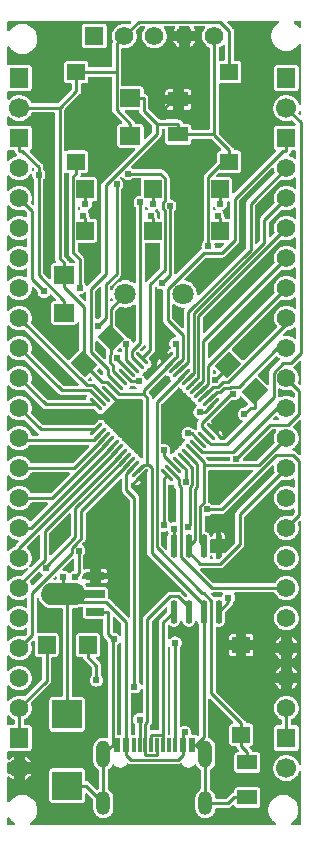
<source format=gtl>
G04 Layer: TopLayer*
G04 EasyEDA v6.5.23, 2023-04-11 19:59:39*
G04 c99d532640dc4cbf880a73e467a675c2,770f52a9c06342aeb7d9f723a0e8078a,10*
G04 Gerber Generator version 0.2*
G04 Scale: 100 percent, Rotated: No, Reflected: No *
G04 Dimensions in inches *
G04 leading zeros omitted , absolute positions ,3 integer and 6 decimal *
%FSLAX36Y36*%
%MOIN*%

%AMMACRO1*21,1,$1,$2,0,0,$3*%
%AMMACRO2*1,1,$1,$2,$3*1,1,$1,$4,$5*20,1,$1,$2,$3,$4,$5,0*%
%ADD10C,0.0100*%
%ADD11MACRO1,0.067X0.0475X0.0000*%
%ADD12R,0.0670X0.0475*%
%ADD13R,0.0591X0.0551*%
%ADD14MACRO2,0.0106X-0.0171X0.0171X0.0171X-0.0171*%
%ADD15MACRO2,0.0106X-0.0171X-0.0171X0.0171X0.0171*%
%ADD16MACRO1,0.068X0.0585X0.0000*%
%ADD17R,0.0680X0.0585*%
%ADD18R,0.0591X0.0591*%
%ADD19MACRO1,0.0265X0.062X90.0000*%
%ADD20O,0.022597999999999997X0.080138*%
%ADD21MACRO1,0.0118X0.0452X0.0000*%
%ADD22R,0.0118X0.0453*%
%ADD23R,0.0236X0.0453*%
%ADD24R,0.0984X0.0955*%
%ADD25MACRO1,0.068X0.0585X135.0000*%
%ADD26MACRO1,0.068X0.0585X45.0000*%
%ADD27R,0.0620X0.0669*%
%ADD28C,0.0669*%
%ADD29R,0.0620X0.0620*%
%ADD30O,0.047244X0.07873999999999999*%
%ADD31O,0.047244X0.09055099999999999*%
%ADD32C,0.0620*%
%ADD33C,0.0709*%
%ADD34C,0.0240*%
%ADD35C,0.0115*%

%LPD*%
G36*
X985160Y-35140D02*
G01*
X983560Y-34500D01*
X982380Y-33260D01*
X981300Y-31480D01*
X977560Y-26720D01*
X973280Y-22440D01*
X968520Y-18700D01*
X966740Y-17620D01*
X965500Y-16440D01*
X964860Y-14840D01*
X964960Y-13120D01*
X965759Y-11600D01*
X967140Y-10560D01*
X968820Y-10200D01*
X985800Y-10200D01*
X987340Y-10500D01*
X988620Y-11379D01*
X989500Y-12660D01*
X989800Y-14200D01*
X989800Y-31180D01*
X989440Y-32860D01*
X988400Y-34240D01*
X986880Y-35040D01*
G37*

%LPD*%
G36*
X719640Y-142760D02*
G01*
X717980Y-142580D01*
X716540Y-141760D01*
X715540Y-140420D01*
X715200Y-138780D01*
X715200Y-100820D01*
X715480Y-99380D01*
X716260Y-98120D01*
X717440Y-97240D01*
X720600Y-95680D01*
X725080Y-92680D01*
X728160Y-89980D01*
X729479Y-89200D01*
X730980Y-88980D01*
X732460Y-89340D01*
X733680Y-90220D01*
X734520Y-91480D01*
X734800Y-92980D01*
X734800Y-138640D01*
X734500Y-140160D01*
X733620Y-141460D01*
X732340Y-142340D01*
X730800Y-142640D01*
X720699Y-142640D01*
G37*

%LPD*%
G36*
X93520Y-284800D02*
G01*
X92020Y-284500D01*
X90740Y-283680D01*
X89860Y-282420D01*
X88699Y-279800D01*
X85800Y-275020D01*
X82320Y-270640D01*
X78300Y-266760D01*
X73820Y-263420D01*
X68940Y-260660D01*
X63760Y-258560D01*
X58339Y-257140D01*
X52800Y-256439D01*
X47200Y-256439D01*
X41660Y-257140D01*
X36240Y-258560D01*
X31060Y-260660D01*
X26180Y-263420D01*
X21700Y-266760D01*
X16060Y-272140D01*
X14500Y-272580D01*
X12880Y-272380D01*
X11480Y-271540D01*
X10540Y-270200D01*
X10200Y-268600D01*
X10200Y-246740D01*
X10480Y-245240D01*
X11299Y-243980D01*
X12540Y-243100D01*
X14020Y-242740D01*
X15520Y-242960D01*
X16740Y-243380D01*
X19220Y-243660D01*
X80780Y-243660D01*
X83260Y-243380D01*
X85420Y-242640D01*
X87340Y-241420D01*
X88960Y-239800D01*
X90160Y-237880D01*
X90920Y-235720D01*
X91199Y-233240D01*
X91199Y-166759D01*
X90920Y-164280D01*
X90160Y-162120D01*
X88960Y-160200D01*
X87340Y-158580D01*
X85420Y-157360D01*
X83260Y-156620D01*
X80780Y-156340D01*
X19220Y-156340D01*
X16740Y-156620D01*
X15520Y-157040D01*
X14020Y-157260D01*
X12540Y-156900D01*
X11299Y-156020D01*
X10480Y-154760D01*
X10200Y-153260D01*
X10200Y-98820D01*
X10560Y-97140D01*
X11600Y-95760D01*
X13120Y-94960D01*
X14840Y-94860D01*
X16440Y-95500D01*
X17620Y-96740D01*
X18700Y-98520D01*
X22440Y-103280D01*
X26720Y-107560D01*
X31480Y-111300D01*
X36680Y-114440D01*
X42200Y-116940D01*
X47980Y-118740D01*
X53940Y-119820D01*
X60000Y-120200D01*
X66060Y-119820D01*
X72020Y-118740D01*
X77800Y-116940D01*
X83320Y-114440D01*
X88520Y-111300D01*
X93280Y-107560D01*
X97560Y-103280D01*
X101300Y-98520D01*
X104440Y-93320D01*
X106940Y-87800D01*
X108740Y-82020D01*
X109820Y-76060D01*
X110200Y-70000D01*
X109820Y-63940D01*
X108740Y-57980D01*
X106940Y-52200D01*
X104440Y-46680D01*
X101300Y-41480D01*
X97560Y-36720D01*
X93280Y-32440D01*
X88520Y-28700D01*
X83320Y-25560D01*
X77800Y-23060D01*
X72020Y-21260D01*
X66060Y-20179D01*
X60000Y-19800D01*
X53940Y-20179D01*
X47980Y-21260D01*
X42200Y-23060D01*
X36680Y-25560D01*
X31480Y-28700D01*
X26720Y-32440D01*
X22440Y-36720D01*
X18700Y-41480D01*
X17620Y-43259D01*
X16440Y-44500D01*
X14840Y-45140D01*
X13120Y-45039D01*
X11600Y-44240D01*
X10560Y-42859D01*
X10200Y-41180D01*
X10200Y-14200D01*
X10500Y-12660D01*
X11379Y-11379D01*
X12660Y-10500D01*
X14200Y-10200D01*
X418640Y-10200D01*
X420180Y-10500D01*
X421480Y-11379D01*
X422340Y-12660D01*
X422640Y-14200D01*
X422340Y-15740D01*
X421480Y-17020D01*
X418120Y-20379D01*
X416900Y-21220D01*
X415460Y-21560D01*
X414000Y-21340D01*
X410660Y-20219D01*
X405379Y-19160D01*
X400000Y-18800D01*
X394620Y-19160D01*
X389340Y-20219D01*
X384240Y-21940D01*
X379400Y-24320D01*
X374920Y-27320D01*
X370880Y-30880D01*
X367320Y-34920D01*
X364320Y-39400D01*
X361940Y-44240D01*
X360220Y-49340D01*
X359159Y-54620D01*
X358800Y-60000D01*
X359159Y-65380D01*
X360220Y-70660D01*
X361700Y-75060D01*
X361900Y-76660D01*
X361440Y-78220D01*
X360880Y-79300D01*
X360020Y-82140D01*
X359700Y-85300D01*
X359700Y-161200D01*
X359400Y-162740D01*
X358519Y-164020D01*
X357239Y-164899D01*
X355700Y-165200D01*
X283720Y-165200D01*
X282200Y-164899D01*
X280900Y-164020D01*
X280040Y-162740D01*
X279720Y-161200D01*
X279720Y-153060D01*
X279440Y-150580D01*
X278700Y-148420D01*
X277480Y-146500D01*
X275880Y-144880D01*
X273940Y-143660D01*
X271800Y-142920D01*
X269300Y-142640D01*
X210700Y-142640D01*
X208200Y-142920D01*
X206060Y-143660D01*
X204120Y-144880D01*
X202520Y-146500D01*
X201300Y-148420D01*
X200560Y-150580D01*
X200280Y-153060D01*
X200280Y-207719D01*
X200560Y-210219D01*
X201300Y-212360D01*
X202520Y-214300D01*
X204120Y-215900D01*
X206060Y-217120D01*
X208200Y-217880D01*
X210700Y-218160D01*
X220799Y-218160D01*
X222340Y-218460D01*
X223619Y-219320D01*
X224500Y-220620D01*
X224800Y-222160D01*
X224800Y-236300D01*
X224500Y-237840D01*
X223619Y-239140D01*
X179140Y-283620D01*
X177840Y-284500D01*
X176300Y-284800D01*
G37*

%LPC*%
G36*
X269220Y-101199D02*
G01*
X330780Y-101199D01*
X333260Y-100920D01*
X335420Y-100160D01*
X337340Y-98960D01*
X338960Y-97340D01*
X340160Y-95420D01*
X340920Y-93260D01*
X341200Y-90780D01*
X341200Y-29220D01*
X340920Y-26740D01*
X340160Y-24580D01*
X338960Y-22660D01*
X337340Y-21040D01*
X335420Y-19840D01*
X333260Y-19080D01*
X330780Y-18800D01*
X269220Y-18800D01*
X266740Y-19080D01*
X264580Y-19840D01*
X262660Y-21040D01*
X261040Y-22660D01*
X259840Y-24580D01*
X259080Y-26740D01*
X258800Y-29220D01*
X258800Y-90780D01*
X259080Y-93260D01*
X259840Y-95420D01*
X261040Y-97340D01*
X262660Y-98960D01*
X264580Y-100160D01*
X266740Y-100920D01*
G37*

%LPD*%
G36*
X985800Y-322640D02*
G01*
X984260Y-322340D01*
X982980Y-321480D01*
X981520Y-320040D01*
X980680Y-318780D01*
X980360Y-317300D01*
X980600Y-315820D01*
X981900Y-312200D01*
X982600Y-310700D01*
X983840Y-309620D01*
X985420Y-309120D01*
X987060Y-309300D01*
X988480Y-310140D01*
X989460Y-311480D01*
X989800Y-313100D01*
X989800Y-318640D01*
X989500Y-320180D01*
X988620Y-321480D01*
X987340Y-322340D01*
G37*

%LPD*%
G36*
X627680Y-373020D02*
G01*
X626160Y-372720D01*
X624860Y-371840D01*
X623980Y-370560D01*
X623680Y-369020D01*
X623680Y-364680D01*
X623400Y-362180D01*
X622660Y-360040D01*
X621440Y-358100D01*
X619820Y-356500D01*
X617900Y-355280D01*
X615740Y-354520D01*
X613260Y-354240D01*
X598880Y-354240D01*
X597440Y-353980D01*
X596200Y-353220D01*
X595320Y-352040D01*
X594020Y-347640D01*
X592620Y-345000D01*
X590740Y-342700D01*
X588440Y-340820D01*
X585800Y-339420D01*
X582960Y-338560D01*
X579800Y-338240D01*
X516900Y-338240D01*
X515360Y-337939D01*
X514060Y-337060D01*
X481400Y-304400D01*
X480540Y-303100D01*
X480240Y-301580D01*
X480240Y-267500D01*
X479920Y-264340D01*
X479060Y-261500D01*
X477660Y-258860D01*
X475760Y-256560D01*
X473459Y-254680D01*
X470840Y-253280D01*
X466420Y-251980D01*
X465260Y-251100D01*
X464480Y-249860D01*
X464219Y-248420D01*
X464219Y-238299D01*
X463940Y-235799D01*
X463180Y-233660D01*
X461980Y-231720D01*
X460360Y-230120D01*
X458440Y-228900D01*
X456280Y-228160D01*
X453800Y-227880D01*
X394099Y-227880D01*
X392560Y-227560D01*
X391280Y-226700D01*
X390400Y-225400D01*
X390100Y-223880D01*
X390100Y-104820D01*
X390439Y-103219D01*
X391360Y-101900D01*
X392760Y-101039D01*
X394360Y-100820D01*
X400000Y-101199D01*
X405379Y-100840D01*
X410660Y-99780D01*
X415760Y-98059D01*
X420600Y-95680D01*
X425080Y-92680D01*
X429120Y-89120D01*
X432680Y-85079D01*
X435680Y-80600D01*
X438060Y-75760D01*
X439780Y-70660D01*
X440840Y-65380D01*
X441200Y-60000D01*
X440840Y-54620D01*
X439780Y-49340D01*
X438660Y-46000D01*
X438440Y-44540D01*
X438780Y-43099D01*
X439620Y-41880D01*
X453040Y-28460D01*
X454340Y-27580D01*
X455880Y-27280D01*
X465200Y-27280D01*
X466680Y-27559D01*
X467960Y-28400D01*
X468840Y-29620D01*
X469200Y-31100D01*
X468960Y-32599D01*
X468200Y-33920D01*
X467320Y-34920D01*
X464320Y-39400D01*
X461940Y-44240D01*
X460220Y-49340D01*
X459159Y-54620D01*
X458800Y-60000D01*
X459159Y-65380D01*
X460220Y-70660D01*
X461940Y-75760D01*
X464320Y-80600D01*
X467320Y-85079D01*
X470880Y-89120D01*
X474920Y-92680D01*
X479400Y-95680D01*
X484240Y-98059D01*
X489340Y-99780D01*
X494620Y-100840D01*
X500000Y-101199D01*
X505379Y-100840D01*
X510660Y-99780D01*
X515760Y-98059D01*
X520600Y-95680D01*
X525080Y-92680D01*
X529120Y-89120D01*
X532680Y-85079D01*
X535680Y-80600D01*
X538060Y-75760D01*
X539780Y-70660D01*
X540840Y-65380D01*
X541200Y-60000D01*
X540840Y-54620D01*
X539780Y-49340D01*
X538060Y-44240D01*
X535680Y-39400D01*
X532680Y-34920D01*
X531800Y-33920D01*
X531040Y-32599D01*
X530800Y-31100D01*
X531160Y-29620D01*
X532040Y-28400D01*
X533320Y-27559D01*
X534800Y-27280D01*
X565200Y-27280D01*
X566680Y-27559D01*
X567960Y-28400D01*
X568840Y-29620D01*
X569200Y-31100D01*
X568960Y-32599D01*
X568200Y-33920D01*
X567320Y-34920D01*
X564320Y-39400D01*
X563040Y-42000D01*
X582000Y-42000D01*
X582000Y-31280D01*
X582300Y-29740D01*
X583180Y-28460D01*
X584460Y-27580D01*
X586000Y-27280D01*
X614000Y-27280D01*
X615540Y-27580D01*
X616820Y-28460D01*
X617700Y-29740D01*
X618000Y-31280D01*
X618000Y-42000D01*
X636960Y-42000D01*
X635680Y-39400D01*
X632680Y-34920D01*
X631800Y-33920D01*
X631040Y-32599D01*
X630800Y-31100D01*
X631160Y-29620D01*
X632040Y-28400D01*
X633320Y-27559D01*
X634800Y-27280D01*
X665200Y-27280D01*
X666680Y-27559D01*
X667960Y-28400D01*
X668840Y-29620D01*
X669200Y-31100D01*
X668960Y-32599D01*
X668199Y-33920D01*
X667320Y-34920D01*
X664320Y-39400D01*
X661940Y-44240D01*
X660220Y-49340D01*
X659160Y-54620D01*
X658800Y-60000D01*
X659160Y-65380D01*
X660220Y-70660D01*
X661940Y-75760D01*
X664320Y-80600D01*
X667320Y-85079D01*
X670879Y-89120D01*
X674920Y-92680D01*
X679400Y-95680D01*
X682560Y-97240D01*
X683740Y-98120D01*
X684520Y-99380D01*
X684800Y-100820D01*
X684800Y-369020D01*
X684500Y-370560D01*
X683620Y-371840D01*
X682340Y-372720D01*
X680800Y-373020D01*
G37*

%LPC*%
G36*
X546740Y-305760D02*
G01*
X560760Y-305760D01*
X560760Y-286160D01*
X536320Y-286160D01*
X536320Y-295320D01*
X536600Y-297820D01*
X537340Y-299960D01*
X538560Y-301900D01*
X540180Y-303500D01*
X542100Y-304720D01*
X544260Y-305480D01*
G37*
G36*
X599240Y-305760D02*
G01*
X613260Y-305760D01*
X615740Y-305480D01*
X617900Y-304720D01*
X619820Y-303500D01*
X621440Y-301900D01*
X622660Y-299960D01*
X623400Y-297820D01*
X623680Y-295320D01*
X623680Y-286160D01*
X599240Y-286160D01*
G37*
G36*
X618000Y-96960D02*
G01*
X620600Y-95680D01*
X625080Y-92680D01*
X629120Y-89120D01*
X632680Y-85079D01*
X635680Y-80600D01*
X636960Y-78000D01*
X618000Y-78000D01*
G37*
G36*
X599240Y-257399D02*
G01*
X623680Y-257399D01*
X623680Y-248240D01*
X623400Y-245740D01*
X622660Y-243600D01*
X621440Y-241660D01*
X619820Y-240060D01*
X617900Y-238840D01*
X615740Y-238100D01*
X613260Y-237820D01*
X599240Y-237820D01*
G37*
G36*
X582000Y-96960D02*
G01*
X582000Y-78000D01*
X563040Y-78000D01*
X564320Y-80600D01*
X567320Y-85079D01*
X570880Y-89120D01*
X574920Y-92680D01*
X579400Y-95680D01*
G37*
G36*
X536320Y-257399D02*
G01*
X560760Y-257399D01*
X560760Y-237820D01*
X546740Y-237820D01*
X544260Y-238100D01*
X542100Y-238840D01*
X540180Y-240060D01*
X538560Y-241660D01*
X537340Y-243600D01*
X536600Y-245740D01*
X536320Y-248240D01*
G37*

%LPD*%
G36*
X468220Y-403900D02*
G01*
X466680Y-403600D01*
X465379Y-402740D01*
X464520Y-401440D01*
X464219Y-399900D01*
X464219Y-363680D01*
X463940Y-361200D01*
X463180Y-359040D01*
X461980Y-357120D01*
X460360Y-355500D01*
X458440Y-354300D01*
X456280Y-353540D01*
X453800Y-353260D01*
X438880Y-353260D01*
X437440Y-353000D01*
X436200Y-352220D01*
X435319Y-351060D01*
X434020Y-346640D01*
X432620Y-344020D01*
X430600Y-341560D01*
X402620Y-313560D01*
X401740Y-312260D01*
X401440Y-310740D01*
X401740Y-309200D01*
X402620Y-307900D01*
X403900Y-307040D01*
X405439Y-306740D01*
X445940Y-306740D01*
X447380Y-307000D01*
X448640Y-307780D01*
X449520Y-308940D01*
X449920Y-310340D01*
X450140Y-312500D01*
X451000Y-315340D01*
X452400Y-317960D01*
X454420Y-320420D01*
X492560Y-358560D01*
X493440Y-359860D01*
X493740Y-361400D01*
X493740Y-378380D01*
X493440Y-379900D01*
X492560Y-381200D01*
X471040Y-402740D01*
X469739Y-403600D01*
G37*

%LPD*%
G36*
X968840Y-469140D02*
G01*
X967340Y-468920D01*
X966020Y-468160D01*
X965080Y-467320D01*
X960600Y-464320D01*
X955759Y-461940D01*
X951100Y-460360D01*
X949640Y-459500D01*
X948680Y-458100D01*
X948379Y-456440D01*
X948780Y-454799D01*
X949840Y-453480D01*
X950740Y-452740D01*
X952620Y-450439D01*
X954020Y-447819D01*
X955320Y-443400D01*
X956200Y-442239D01*
X957440Y-441460D01*
X958880Y-441200D01*
X968660Y-441200D01*
X970200Y-441500D01*
X971480Y-442380D01*
X972360Y-443660D01*
X972660Y-445200D01*
X972660Y-465140D01*
X972380Y-466640D01*
X971540Y-467900D01*
X970320Y-468780D01*
G37*

%LPD*%
G36*
X14380Y-476420D02*
G01*
X12800Y-476160D01*
X11439Y-475300D01*
X10520Y-473980D01*
X10200Y-472420D01*
X10200Y-444280D01*
X10480Y-442780D01*
X11299Y-441500D01*
X12540Y-440620D01*
X14020Y-440280D01*
X15520Y-440500D01*
X16740Y-440920D01*
X19220Y-441200D01*
X31120Y-441200D01*
X32559Y-441460D01*
X33800Y-442239D01*
X34680Y-443400D01*
X35980Y-447819D01*
X37380Y-450439D01*
X39260Y-452740D01*
X40160Y-453480D01*
X41220Y-454799D01*
X41620Y-456440D01*
X41320Y-458100D01*
X40359Y-459500D01*
X38900Y-460360D01*
X34240Y-461940D01*
X29400Y-464320D01*
X24920Y-467320D01*
X20880Y-470880D01*
X17200Y-475060D01*
X15920Y-476019D01*
G37*

%LPD*%
G36*
X94780Y-509140D02*
G01*
X93219Y-508780D01*
X91920Y-507840D01*
X91100Y-506460D01*
X90879Y-504880D01*
X90980Y-503360D01*
X91359Y-501900D01*
X92260Y-500680D01*
X93560Y-499880D01*
X95040Y-499620D01*
X96540Y-499940D01*
X97800Y-500800D01*
X98500Y-501500D01*
X99360Y-502800D01*
X99660Y-504340D01*
X99360Y-505860D01*
X98500Y-507160D01*
X97700Y-507960D01*
X96359Y-508840D01*
G37*

%LPD*%
G36*
X763720Y-583860D02*
G01*
X762200Y-583540D01*
X760900Y-582680D01*
X760020Y-581380D01*
X759720Y-579860D01*
X759720Y-541800D01*
X759440Y-539320D01*
X758700Y-537160D01*
X757480Y-535240D01*
X755860Y-533620D01*
X753940Y-532400D01*
X751780Y-531660D01*
X749300Y-531380D01*
X710080Y-531380D01*
X708560Y-531080D01*
X707260Y-530200D01*
X706400Y-528900D01*
X706080Y-527380D01*
X706400Y-525840D01*
X707260Y-524540D01*
X713840Y-517960D01*
X715080Y-517120D01*
X716520Y-516780D01*
X718199Y-517080D01*
X720699Y-517360D01*
X779300Y-517360D01*
X781800Y-517080D01*
X783940Y-516340D01*
X785879Y-515120D01*
X787480Y-513500D01*
X788700Y-511580D01*
X789440Y-509420D01*
X789720Y-506940D01*
X789720Y-452280D01*
X789440Y-449780D01*
X788700Y-447640D01*
X787480Y-445700D01*
X785879Y-444099D01*
X783940Y-442879D01*
X781800Y-442120D01*
X779300Y-441840D01*
X768880Y-441840D01*
X767440Y-441580D01*
X766200Y-440820D01*
X765320Y-439640D01*
X764020Y-435220D01*
X762620Y-432600D01*
X760600Y-430140D01*
X716380Y-385900D01*
X715500Y-384600D01*
X715200Y-383080D01*
X715200Y-222000D01*
X715540Y-220380D01*
X716540Y-219020D01*
X717980Y-218200D01*
X719640Y-218039D01*
X720699Y-218160D01*
X779300Y-218160D01*
X781800Y-217880D01*
X783940Y-217120D01*
X785879Y-215900D01*
X787480Y-214300D01*
X788700Y-212360D01*
X789440Y-210219D01*
X789720Y-207719D01*
X789720Y-153060D01*
X789440Y-150580D01*
X788700Y-148420D01*
X787480Y-146500D01*
X785879Y-144880D01*
X783940Y-143660D01*
X781800Y-142920D01*
X779300Y-142640D01*
X769200Y-142640D01*
X767660Y-142340D01*
X766380Y-141460D01*
X765500Y-140160D01*
X765200Y-138640D01*
X765200Y-44140D01*
X764880Y-40980D01*
X764020Y-38140D01*
X762620Y-35520D01*
X760600Y-33060D01*
X744580Y-17020D01*
X743700Y-15740D01*
X743400Y-14200D01*
X743700Y-12660D01*
X744580Y-11379D01*
X745879Y-10500D01*
X747400Y-10200D01*
X911180Y-10200D01*
X912860Y-10560D01*
X914240Y-11600D01*
X915040Y-13120D01*
X915140Y-14840D01*
X914500Y-16440D01*
X913259Y-17620D01*
X911480Y-18700D01*
X906720Y-22440D01*
X902440Y-26720D01*
X898700Y-31480D01*
X895560Y-36680D01*
X893060Y-42200D01*
X891260Y-47980D01*
X890180Y-53940D01*
X889800Y-60000D01*
X890180Y-66060D01*
X891260Y-72020D01*
X893060Y-77800D01*
X895560Y-83320D01*
X898700Y-88520D01*
X902440Y-93280D01*
X906720Y-97560D01*
X911480Y-101300D01*
X916680Y-104440D01*
X922200Y-106940D01*
X927980Y-108740D01*
X933940Y-109820D01*
X940000Y-110200D01*
X946060Y-109820D01*
X952020Y-108740D01*
X957800Y-106940D01*
X963319Y-104440D01*
X968520Y-101300D01*
X973280Y-97560D01*
X977560Y-93280D01*
X981300Y-88520D01*
X982380Y-86740D01*
X983560Y-85500D01*
X985160Y-84860D01*
X986880Y-84960D01*
X988400Y-85760D01*
X989440Y-87140D01*
X989800Y-88820D01*
X989800Y-287140D01*
X989479Y-288720D01*
X988540Y-290040D01*
X987159Y-290900D01*
X985560Y-291140D01*
X984000Y-290700D01*
X982740Y-289700D01*
X981960Y-288280D01*
X980960Y-284920D01*
X978700Y-279800D01*
X975800Y-275020D01*
X972320Y-270640D01*
X968300Y-266760D01*
X963820Y-263420D01*
X958940Y-260660D01*
X953760Y-258560D01*
X948340Y-257140D01*
X942800Y-256439D01*
X937200Y-256439D01*
X931660Y-257140D01*
X926240Y-258560D01*
X921060Y-260660D01*
X916180Y-263420D01*
X911700Y-266760D01*
X907680Y-270640D01*
X904200Y-275020D01*
X901300Y-279800D01*
X899040Y-284920D01*
X897440Y-290280D01*
X896540Y-295800D01*
X896360Y-301400D01*
X896900Y-306960D01*
X898139Y-312420D01*
X900080Y-317680D01*
X902660Y-322640D01*
X905860Y-327220D01*
X909620Y-331360D01*
X913880Y-334980D01*
X918580Y-338040D01*
X923620Y-340460D01*
X928920Y-342220D01*
X934419Y-343300D01*
X940000Y-343660D01*
X945580Y-343300D01*
X951080Y-342220D01*
X955980Y-340600D01*
X957440Y-340400D01*
X958860Y-340740D01*
X960080Y-341560D01*
X970480Y-351980D01*
X971340Y-353260D01*
X971640Y-354799D01*
X971340Y-356340D01*
X970480Y-357620D01*
X969180Y-358500D01*
X967640Y-358800D01*
X909220Y-358800D01*
X906740Y-359080D01*
X904580Y-359840D01*
X902660Y-361040D01*
X901040Y-362660D01*
X899840Y-364580D01*
X899080Y-366740D01*
X898800Y-369219D01*
X898800Y-430780D01*
X899080Y-433260D01*
X899840Y-435420D01*
X901040Y-437340D01*
X902660Y-438960D01*
X904140Y-440200D01*
X904800Y-441460D01*
X904960Y-442879D01*
X904599Y-444260D01*
X903800Y-445439D01*
X766560Y-582680D01*
X765260Y-583540D01*
G37*

%LPC*%
G36*
X909220Y-243660D02*
G01*
X970780Y-243660D01*
X973259Y-243380D01*
X975420Y-242640D01*
X977340Y-241420D01*
X978960Y-239800D01*
X980160Y-237880D01*
X980920Y-235720D01*
X981200Y-233240D01*
X981200Y-166759D01*
X980920Y-164280D01*
X980160Y-162120D01*
X978960Y-160200D01*
X977340Y-158580D01*
X975420Y-157360D01*
X973259Y-156620D01*
X970780Y-156340D01*
X909220Y-156340D01*
X906740Y-156620D01*
X904580Y-157360D01*
X902660Y-158580D01*
X901040Y-160200D01*
X899840Y-162120D01*
X899080Y-164280D01*
X898800Y-166759D01*
X898800Y-233240D01*
X899080Y-235720D01*
X899840Y-237880D01*
X901040Y-239800D01*
X902660Y-241420D01*
X904580Y-242640D01*
X906740Y-243380D01*
G37*

%LPD*%
G36*
X95719Y-622560D02*
G01*
X94179Y-622260D01*
X92880Y-621380D01*
X89620Y-618120D01*
X88780Y-616900D01*
X88440Y-615460D01*
X88660Y-614000D01*
X89780Y-610660D01*
X90840Y-605380D01*
X91199Y-600000D01*
X90840Y-594620D01*
X89780Y-589340D01*
X88059Y-584240D01*
X85680Y-579400D01*
X82680Y-574920D01*
X79120Y-570880D01*
X75080Y-567320D01*
X70600Y-564320D01*
X65760Y-561940D01*
X60660Y-560220D01*
X55380Y-559160D01*
X50000Y-558800D01*
X44620Y-559160D01*
X39340Y-560220D01*
X34240Y-561940D01*
X29400Y-564320D01*
X24920Y-567320D01*
X20880Y-570880D01*
X17200Y-575060D01*
X15920Y-576020D01*
X14380Y-576420D01*
X12800Y-576160D01*
X11439Y-575300D01*
X10520Y-573980D01*
X10200Y-572420D01*
X10200Y-527580D01*
X10520Y-526020D01*
X11439Y-524700D01*
X12800Y-523840D01*
X14380Y-523579D01*
X15920Y-523980D01*
X17200Y-524940D01*
X20880Y-529120D01*
X24920Y-532680D01*
X29400Y-535680D01*
X34240Y-538060D01*
X39340Y-539780D01*
X44620Y-540840D01*
X50000Y-541200D01*
X55380Y-540840D01*
X60660Y-539780D01*
X65760Y-538060D01*
X70600Y-535680D01*
X75080Y-532680D01*
X79120Y-529120D01*
X82680Y-525080D01*
X85480Y-520880D01*
X86640Y-519739D01*
X88160Y-519159D01*
X89800Y-519240D01*
X91260Y-519940D01*
X92320Y-521200D01*
X92800Y-522760D01*
X93059Y-525860D01*
X94060Y-529580D01*
X95700Y-533100D01*
X97920Y-536260D01*
X98539Y-536880D01*
X99400Y-538180D01*
X99720Y-539720D01*
X99720Y-618560D01*
X99400Y-620080D01*
X98539Y-621380D01*
X97240Y-622260D01*
G37*

%LPD*%
G36*
X248740Y-640500D02*
G01*
X247160Y-640240D01*
X245820Y-639380D01*
X244920Y-638060D01*
X244600Y-636500D01*
X244600Y-634100D01*
X244960Y-632460D01*
X245940Y-631100D01*
X247399Y-630280D01*
X249060Y-630120D01*
X250660Y-630660D01*
X251880Y-631800D01*
X253160Y-633620D01*
X253820Y-635220D01*
X253740Y-636940D01*
X252940Y-638480D01*
X251560Y-639540D01*
X250300Y-640140D01*
G37*

%LPD*%
G36*
X698740Y-640939D02*
G01*
X697180Y-640660D01*
X695840Y-639820D01*
X694920Y-638500D01*
X694620Y-636940D01*
X694620Y-634060D01*
X694960Y-632440D01*
X695920Y-631080D01*
X697360Y-630260D01*
X699020Y-630080D01*
X700600Y-630580D01*
X701840Y-631680D01*
X703400Y-633820D01*
X704120Y-635440D01*
X704060Y-637180D01*
X703259Y-638760D01*
X701880Y-639820D01*
X700300Y-640560D01*
G37*

%LPD*%
G36*
X473000Y-641580D02*
G01*
X471280Y-641500D01*
X469739Y-640699D01*
X468680Y-639340D01*
X468320Y-637640D01*
X468320Y-632140D01*
X468620Y-630600D01*
X469600Y-629180D01*
X471060Y-628260D01*
X472780Y-628040D01*
X474420Y-628560D01*
X475700Y-629720D01*
X478860Y-634280D01*
X479180Y-635780D01*
X478920Y-637280D01*
X478100Y-638560D01*
X474600Y-640920D01*
G37*

%LPD*%
G36*
X738880Y-669180D02*
G01*
X737440Y-668900D01*
X736200Y-668139D01*
X735320Y-666979D01*
X733360Y-660240D01*
X732980Y-656040D01*
X731979Y-652300D01*
X730360Y-648800D01*
X727280Y-644360D01*
X726960Y-642860D01*
X727220Y-641360D01*
X728020Y-640060D01*
X729260Y-639160D01*
X731100Y-638320D01*
X734260Y-636100D01*
X737000Y-633360D01*
X739220Y-630200D01*
X740840Y-626680D01*
X741840Y-622960D01*
X742180Y-619100D01*
X741840Y-615180D01*
X742039Y-613540D01*
X742880Y-612120D01*
X744220Y-611160D01*
X745819Y-610820D01*
X748139Y-610820D01*
X749680Y-611120D01*
X750960Y-612000D01*
X751840Y-613300D01*
X752140Y-614820D01*
X752140Y-665180D01*
X751840Y-666700D01*
X750960Y-668000D01*
X749680Y-668880D01*
X748139Y-669180D01*
G37*

%LPD*%
G36*
X513880Y-669180D02*
G01*
X512440Y-668900D01*
X511200Y-668139D01*
X510319Y-666979D01*
X509440Y-663920D01*
X509280Y-662400D01*
X509580Y-658940D01*
X509240Y-655080D01*
X508240Y-651360D01*
X506620Y-647840D01*
X503540Y-643420D01*
X503220Y-641919D01*
X503480Y-640420D01*
X504300Y-639120D01*
X507080Y-637260D01*
X508459Y-636660D01*
X509940Y-636580D01*
X511360Y-637080D01*
X512500Y-638060D01*
X513200Y-639380D01*
X513579Y-640600D01*
X514980Y-643240D01*
X517000Y-645680D01*
X519240Y-647940D01*
X520100Y-649240D01*
X520420Y-650759D01*
X520420Y-665180D01*
X520100Y-666700D01*
X519240Y-668000D01*
X517939Y-668880D01*
X516420Y-669180D01*
G37*

%LPD*%
G36*
X14380Y-676420D02*
G01*
X12800Y-676160D01*
X11439Y-675300D01*
X10520Y-673980D01*
X10200Y-672420D01*
X10200Y-627580D01*
X10520Y-626020D01*
X11439Y-624700D01*
X12800Y-623840D01*
X14380Y-623580D01*
X15920Y-623980D01*
X17200Y-624940D01*
X20880Y-629120D01*
X24920Y-632680D01*
X29400Y-635680D01*
X34240Y-638060D01*
X39340Y-639780D01*
X44620Y-640840D01*
X50000Y-641200D01*
X55380Y-640840D01*
X60660Y-639780D01*
X64000Y-638660D01*
X65460Y-638440D01*
X66900Y-638780D01*
X68120Y-639620D01*
X75720Y-647220D01*
X76600Y-648520D01*
X76900Y-650060D01*
X76900Y-661060D01*
X76540Y-662740D01*
X75500Y-664100D01*
X73980Y-664900D01*
X72280Y-665000D01*
X70600Y-664320D01*
X65760Y-661940D01*
X60660Y-660220D01*
X55380Y-659160D01*
X50000Y-658800D01*
X44620Y-659160D01*
X39340Y-660220D01*
X34240Y-661940D01*
X29400Y-664320D01*
X24920Y-667320D01*
X20880Y-670879D01*
X17200Y-675060D01*
X15920Y-676020D01*
G37*

%LPD*%
G36*
X885500Y-731340D02*
G01*
X883960Y-731040D01*
X882680Y-730180D01*
X881800Y-728880D01*
X881500Y-727340D01*
X881500Y-681660D01*
X881800Y-680120D01*
X882680Y-678820D01*
X921880Y-639620D01*
X923100Y-638780D01*
X924539Y-638440D01*
X926000Y-638660D01*
X929340Y-639780D01*
X934620Y-640840D01*
X940000Y-641200D01*
X945380Y-640840D01*
X950660Y-639780D01*
X955759Y-638060D01*
X960600Y-635680D01*
X965080Y-632680D01*
X966020Y-631840D01*
X967340Y-631080D01*
X968840Y-630860D01*
X970320Y-631220D01*
X971540Y-632100D01*
X972380Y-633360D01*
X972660Y-634860D01*
X972660Y-665140D01*
X972380Y-666640D01*
X971540Y-667900D01*
X970320Y-668780D01*
X968840Y-669140D01*
X967340Y-668920D01*
X966020Y-668160D01*
X965080Y-667320D01*
X960600Y-664320D01*
X955759Y-661940D01*
X950660Y-660220D01*
X945380Y-659160D01*
X940000Y-658800D01*
X934620Y-659160D01*
X929340Y-660220D01*
X924240Y-661940D01*
X919400Y-664320D01*
X914920Y-667320D01*
X910879Y-670879D01*
X907320Y-674920D01*
X904320Y-679400D01*
X901940Y-684240D01*
X900220Y-689340D01*
X899160Y-694620D01*
X898800Y-700000D01*
X899160Y-705380D01*
X900220Y-710660D01*
X901340Y-714000D01*
X901560Y-715460D01*
X901220Y-716900D01*
X900380Y-718120D01*
X888319Y-730180D01*
X887039Y-731040D01*
G37*

%LPD*%
G36*
X839960Y-752560D02*
G01*
X838420Y-752260D01*
X837120Y-751380D01*
X836260Y-750080D01*
X835960Y-748560D01*
X835960Y-627200D01*
X836260Y-625680D01*
X837120Y-624380D01*
X921880Y-539620D01*
X923100Y-538780D01*
X924539Y-538440D01*
X926000Y-538660D01*
X929340Y-539780D01*
X934620Y-540840D01*
X940000Y-541200D01*
X945380Y-540840D01*
X950660Y-539780D01*
X955759Y-538060D01*
X960600Y-535680D01*
X965080Y-532680D01*
X966020Y-531840D01*
X967340Y-531080D01*
X968840Y-530860D01*
X970320Y-531220D01*
X971540Y-532100D01*
X972380Y-533360D01*
X972660Y-534860D01*
X972660Y-565140D01*
X972380Y-566640D01*
X971540Y-567900D01*
X970320Y-568780D01*
X968840Y-569140D01*
X967340Y-568920D01*
X966020Y-568160D01*
X965080Y-567320D01*
X960600Y-564320D01*
X955759Y-561940D01*
X950660Y-560220D01*
X945380Y-559160D01*
X940000Y-558800D01*
X934620Y-559160D01*
X929340Y-560220D01*
X924240Y-561940D01*
X919400Y-564320D01*
X914920Y-567320D01*
X910879Y-570880D01*
X907320Y-574920D01*
X904320Y-579400D01*
X901940Y-584240D01*
X900220Y-589340D01*
X899160Y-594620D01*
X898800Y-600000D01*
X899160Y-605380D01*
X900220Y-610660D01*
X901340Y-614000D01*
X901560Y-615460D01*
X901220Y-616900D01*
X900380Y-618120D01*
X855699Y-662820D01*
X853680Y-665260D01*
X852280Y-667900D01*
X851420Y-670740D01*
X851100Y-673900D01*
X851100Y-741400D01*
X850800Y-742940D01*
X849920Y-744240D01*
X842780Y-751380D01*
X841480Y-752260D01*
G37*

%LPD*%
G36*
X705280Y-768180D02*
G01*
X703660Y-767840D01*
X702320Y-766880D01*
X701480Y-765460D01*
X701280Y-763840D01*
X701600Y-760320D01*
X701260Y-756460D01*
X700500Y-753660D01*
X700400Y-752200D01*
X700800Y-750800D01*
X701700Y-749659D01*
X702940Y-748900D01*
X704380Y-748620D01*
X728620Y-748620D01*
X730140Y-748920D01*
X731440Y-749800D01*
X732300Y-751100D01*
X732620Y-752620D01*
X732300Y-754160D01*
X731440Y-755460D01*
X719880Y-767000D01*
X718580Y-767880D01*
X717060Y-768180D01*
G37*

%LPD*%
G36*
X14380Y-776420D02*
G01*
X12800Y-776160D01*
X11439Y-775300D01*
X10520Y-773980D01*
X10200Y-772420D01*
X10200Y-727580D01*
X10520Y-726020D01*
X11439Y-724700D01*
X12800Y-723840D01*
X14380Y-723580D01*
X15920Y-723980D01*
X17200Y-724940D01*
X20880Y-729120D01*
X24920Y-732680D01*
X29400Y-735680D01*
X34240Y-738060D01*
X39340Y-739780D01*
X44620Y-740840D01*
X50000Y-741200D01*
X55380Y-740840D01*
X60660Y-739780D01*
X65760Y-738060D01*
X70680Y-735620D01*
X72280Y-735000D01*
X73980Y-735100D01*
X75500Y-735900D01*
X76540Y-737260D01*
X76900Y-738940D01*
X76900Y-761060D01*
X76540Y-762740D01*
X75500Y-764100D01*
X73980Y-764900D01*
X72280Y-765000D01*
X70600Y-764320D01*
X65760Y-761940D01*
X60660Y-760220D01*
X55380Y-759160D01*
X50000Y-758800D01*
X44620Y-759160D01*
X39340Y-760220D01*
X34240Y-761940D01*
X29400Y-764320D01*
X24920Y-767320D01*
X20880Y-770879D01*
X17200Y-775060D01*
X15920Y-776020D01*
G37*

%LPD*%
G36*
X218880Y-817880D02*
G01*
X217440Y-817600D01*
X216200Y-816840D01*
X215320Y-815660D01*
X214020Y-811260D01*
X212620Y-808620D01*
X210600Y-806180D01*
X200640Y-796200D01*
X199760Y-794900D01*
X199460Y-793360D01*
X199460Y-519420D01*
X199820Y-517780D01*
X200820Y-516420D01*
X202300Y-515600D01*
X204000Y-515460D01*
X206060Y-516340D01*
X208200Y-517080D01*
X210700Y-517360D01*
X211700Y-517360D01*
X213160Y-517640D01*
X214420Y-518440D01*
X215300Y-519620D01*
X215680Y-521060D01*
X215520Y-522540D01*
X214520Y-525820D01*
X214200Y-528960D01*
X214200Y-783100D01*
X214520Y-786260D01*
X215380Y-789100D01*
X216780Y-791720D01*
X218800Y-794180D01*
X234840Y-810220D01*
X235700Y-811520D01*
X236020Y-813060D01*
X236020Y-813880D01*
X235700Y-815400D01*
X234840Y-816700D01*
X233540Y-817560D01*
X232020Y-817880D01*
G37*

%LPD*%
G36*
X570900Y-853500D02*
G01*
X569360Y-853199D01*
X568060Y-852320D01*
X567200Y-851020D01*
X566900Y-849500D01*
X566900Y-643980D01*
X567200Y-642460D01*
X568060Y-641160D01*
X568680Y-640540D01*
X570900Y-637360D01*
X572540Y-633860D01*
X573540Y-630120D01*
X573880Y-626280D01*
X573540Y-622420D01*
X572540Y-618680D01*
X570900Y-615180D01*
X568680Y-612000D01*
X565960Y-609280D01*
X562780Y-607060D01*
X559280Y-605420D01*
X555540Y-604420D01*
X554460Y-604320D01*
X553040Y-603940D01*
X551860Y-603040D01*
X551080Y-601800D01*
X550820Y-600340D01*
X550820Y-534440D01*
X550500Y-531280D01*
X549640Y-528440D01*
X548240Y-525820D01*
X546220Y-523360D01*
X531100Y-508240D01*
X528640Y-506220D01*
X526020Y-504820D01*
X523180Y-503960D01*
X520020Y-503660D01*
X430000Y-503660D01*
X428459Y-503340D01*
X427160Y-502480D01*
X426540Y-501860D01*
X423600Y-499799D01*
X422440Y-498519D01*
X421920Y-496880D01*
X422140Y-495160D01*
X423080Y-493700D01*
X519540Y-397220D01*
X521560Y-394760D01*
X522960Y-392140D01*
X523820Y-389300D01*
X524140Y-386140D01*
X524140Y-372640D01*
X524440Y-371100D01*
X525320Y-369820D01*
X526600Y-368940D01*
X528140Y-368640D01*
X532320Y-368640D01*
X533840Y-368940D01*
X535140Y-369820D01*
X536020Y-371100D01*
X536320Y-372640D01*
X536320Y-411760D01*
X536600Y-414260D01*
X537340Y-416400D01*
X538560Y-418340D01*
X540180Y-419940D01*
X542100Y-421160D01*
X544260Y-421900D01*
X546740Y-422180D01*
X613260Y-422180D01*
X615740Y-421900D01*
X617900Y-421160D01*
X619820Y-419940D01*
X621440Y-418340D01*
X622660Y-416400D01*
X623400Y-414260D01*
X623680Y-411760D01*
X623680Y-407420D01*
X623980Y-405880D01*
X624860Y-404600D01*
X626160Y-403720D01*
X627680Y-403420D01*
X689240Y-403420D01*
X690759Y-403720D01*
X692060Y-404600D01*
X722580Y-435100D01*
X723420Y-436320D01*
X723740Y-437780D01*
X723520Y-439260D01*
X722780Y-440540D01*
X721620Y-441460D01*
X720200Y-441900D01*
X718199Y-442120D01*
X716060Y-442879D01*
X714120Y-444099D01*
X712520Y-445700D01*
X711300Y-447640D01*
X710560Y-449780D01*
X710280Y-452280D01*
X710280Y-476880D01*
X709960Y-478420D01*
X709100Y-479720D01*
X668800Y-520020D01*
X666780Y-522460D01*
X665380Y-525100D01*
X664520Y-527940D01*
X664220Y-531100D01*
X664220Y-742600D01*
X663900Y-744120D01*
X663040Y-745420D01*
X662420Y-746040D01*
X660200Y-749220D01*
X658560Y-752720D01*
X657560Y-756460D01*
X657220Y-760320D01*
X657560Y-764160D01*
X658060Y-766000D01*
X658120Y-767780D01*
X657420Y-769400D01*
X653280Y-772780D01*
X573720Y-852320D01*
X572420Y-853199D01*
G37*

%LPD*%
G36*
X151780Y-871080D02*
G01*
X150260Y-870780D01*
X148960Y-869920D01*
X131280Y-852240D01*
X130420Y-850939D01*
X130120Y-849400D01*
X130120Y-539720D01*
X130420Y-538180D01*
X131280Y-536880D01*
X131900Y-536260D01*
X134120Y-533100D01*
X135760Y-529580D01*
X136760Y-525860D01*
X137100Y-522000D01*
X136760Y-518140D01*
X135760Y-514420D01*
X134120Y-510900D01*
X131900Y-507740D01*
X131280Y-507120D01*
X130420Y-505820D01*
X130120Y-504280D01*
X130120Y-496620D01*
X129800Y-493459D01*
X128940Y-490620D01*
X127540Y-487980D01*
X125520Y-485540D01*
X85740Y-445740D01*
X84920Y-444560D01*
X84560Y-443180D01*
X84720Y-441760D01*
X85380Y-440500D01*
X86440Y-439520D01*
X87340Y-438960D01*
X88960Y-437340D01*
X90160Y-435420D01*
X90920Y-433260D01*
X91199Y-430780D01*
X91199Y-369219D01*
X90920Y-366740D01*
X90160Y-364580D01*
X88960Y-362660D01*
X87340Y-361040D01*
X85420Y-359840D01*
X83260Y-359080D01*
X80780Y-358800D01*
X19220Y-358800D01*
X16740Y-359080D01*
X15520Y-359500D01*
X14020Y-359720D01*
X12540Y-359380D01*
X11299Y-358500D01*
X10480Y-357220D01*
X10200Y-355740D01*
X10200Y-331340D01*
X10520Y-329780D01*
X11419Y-328459D01*
X12760Y-327600D01*
X14320Y-327340D01*
X15880Y-327700D01*
X17160Y-328640D01*
X19620Y-331360D01*
X23880Y-334980D01*
X28580Y-338040D01*
X33620Y-340460D01*
X38920Y-342220D01*
X44420Y-343300D01*
X50000Y-343660D01*
X55580Y-343300D01*
X61080Y-342220D01*
X66380Y-340460D01*
X71420Y-338040D01*
X76120Y-334980D01*
X80380Y-331360D01*
X84140Y-327220D01*
X87340Y-322640D01*
X90060Y-317360D01*
X90960Y-316220D01*
X92200Y-315460D01*
X93620Y-315200D01*
X165060Y-315200D01*
X166600Y-315500D01*
X167880Y-316380D01*
X168760Y-317660D01*
X169060Y-319200D01*
X169060Y-801120D01*
X169380Y-804280D01*
X170240Y-807120D01*
X171640Y-809760D01*
X172940Y-811340D01*
X173640Y-812640D01*
X173840Y-814140D01*
X173460Y-815580D01*
X172580Y-816800D01*
X171320Y-817600D01*
X169840Y-817880D01*
X166200Y-817880D01*
X163720Y-818160D01*
X161560Y-818900D01*
X159640Y-820120D01*
X158020Y-821720D01*
X156820Y-823660D01*
X156060Y-825800D01*
X155780Y-828300D01*
X155780Y-867080D01*
X155480Y-868620D01*
X154620Y-869920D01*
X153320Y-870780D01*
G37*

%LPD*%
G36*
X14380Y-876420D02*
G01*
X12800Y-876160D01*
X11439Y-875300D01*
X10520Y-873980D01*
X10200Y-872420D01*
X10200Y-827580D01*
X10520Y-826020D01*
X11439Y-824700D01*
X12800Y-823840D01*
X14380Y-823580D01*
X15920Y-823980D01*
X17200Y-824940D01*
X20880Y-829120D01*
X24920Y-832680D01*
X29400Y-835680D01*
X34240Y-838060D01*
X39340Y-839780D01*
X44620Y-840840D01*
X50000Y-841200D01*
X55380Y-840840D01*
X60660Y-839780D01*
X65760Y-838060D01*
X70680Y-835620D01*
X72280Y-835000D01*
X73980Y-835100D01*
X75500Y-835900D01*
X76540Y-837260D01*
X76900Y-838940D01*
X76900Y-861060D01*
X76540Y-862740D01*
X75500Y-864100D01*
X73980Y-864900D01*
X72280Y-865000D01*
X70600Y-864320D01*
X65760Y-861940D01*
X60660Y-860220D01*
X55380Y-859160D01*
X50000Y-858800D01*
X44620Y-859160D01*
X39340Y-860220D01*
X34240Y-861940D01*
X29400Y-864320D01*
X24920Y-867320D01*
X20880Y-870879D01*
X17200Y-875060D01*
X15920Y-876020D01*
G37*

%LPD*%
G36*
X472580Y-879020D02*
G01*
X470959Y-878800D01*
X469580Y-877960D01*
X468640Y-876620D01*
X468320Y-875040D01*
X468320Y-752620D01*
X468620Y-751100D01*
X469480Y-749800D01*
X470780Y-748920D01*
X472320Y-748620D01*
X516420Y-748620D01*
X517939Y-748920D01*
X519240Y-749800D01*
X520100Y-751100D01*
X520420Y-752620D01*
X520420Y-830800D01*
X520100Y-832340D01*
X519240Y-833640D01*
X475880Y-877000D01*
X475400Y-877580D01*
X474140Y-878600D01*
G37*

%LPD*%
G36*
X275400Y-892800D02*
G01*
X273900Y-892540D01*
X272600Y-891720D01*
X271700Y-890500D01*
X270420Y-887740D01*
X268200Y-884580D01*
X267580Y-883960D01*
X266720Y-882660D01*
X266420Y-881120D01*
X266420Y-805300D01*
X266100Y-802140D01*
X265240Y-799300D01*
X263840Y-796660D01*
X261820Y-794220D01*
X245780Y-778160D01*
X244899Y-776860D01*
X244600Y-775340D01*
X244600Y-752620D01*
X244899Y-751100D01*
X245780Y-749800D01*
X247060Y-748920D01*
X248600Y-748620D01*
X299300Y-748620D01*
X301780Y-748340D01*
X303940Y-747600D01*
X305860Y-746380D01*
X307480Y-744760D01*
X308700Y-742840D01*
X309440Y-740680D01*
X309720Y-738199D01*
X309720Y-679599D01*
X309440Y-677120D01*
X308700Y-674960D01*
X307480Y-673040D01*
X305860Y-671420D01*
X303940Y-670200D01*
X301780Y-669460D01*
X299300Y-669180D01*
X288880Y-669180D01*
X287440Y-668900D01*
X286200Y-668139D01*
X285320Y-666979D01*
X284020Y-662560D01*
X283340Y-660900D01*
X283300Y-659479D01*
X282960Y-655620D01*
X281960Y-651880D01*
X280320Y-648379D01*
X277960Y-645000D01*
X277300Y-643400D01*
X277380Y-641680D01*
X278180Y-640140D01*
X279540Y-639080D01*
X281100Y-638360D01*
X284260Y-636140D01*
X287000Y-633420D01*
X289220Y-630240D01*
X290840Y-626740D01*
X291840Y-623000D01*
X292180Y-619160D01*
X291840Y-615180D01*
X292040Y-613540D01*
X292880Y-612120D01*
X294220Y-611160D01*
X295820Y-610820D01*
X299300Y-610820D01*
X301780Y-610540D01*
X303940Y-609800D01*
X305860Y-608580D01*
X307480Y-606960D01*
X308700Y-605040D01*
X309440Y-602880D01*
X309720Y-600400D01*
X309720Y-541800D01*
X309440Y-539320D01*
X308700Y-537160D01*
X307480Y-535240D01*
X305860Y-533620D01*
X303940Y-532400D01*
X301780Y-531660D01*
X299300Y-531380D01*
X256740Y-531380D01*
X255140Y-531040D01*
X253800Y-530100D01*
X252960Y-528680D01*
X252760Y-527060D01*
X253220Y-525480D01*
X254020Y-523980D01*
X255320Y-519560D01*
X256200Y-518400D01*
X257440Y-517640D01*
X258880Y-517360D01*
X269300Y-517360D01*
X271800Y-517080D01*
X273940Y-516340D01*
X275880Y-515120D01*
X277480Y-513500D01*
X278700Y-511580D01*
X279440Y-509420D01*
X279720Y-506940D01*
X279720Y-452280D01*
X279440Y-449780D01*
X278700Y-447640D01*
X277480Y-445700D01*
X275880Y-444099D01*
X273940Y-442879D01*
X271800Y-442120D01*
X269300Y-441840D01*
X210700Y-441840D01*
X208200Y-442120D01*
X206060Y-442879D01*
X204000Y-443760D01*
X202300Y-443620D01*
X200820Y-442800D01*
X199820Y-441440D01*
X199460Y-439780D01*
X199460Y-307960D01*
X199760Y-306420D01*
X200640Y-305120D01*
X250600Y-255140D01*
X252620Y-252700D01*
X254020Y-250060D01*
X254880Y-247220D01*
X255200Y-244060D01*
X255200Y-222160D01*
X255500Y-220620D01*
X256380Y-219320D01*
X257659Y-218460D01*
X259200Y-218160D01*
X269300Y-218160D01*
X271800Y-217880D01*
X273940Y-217120D01*
X275880Y-215900D01*
X277480Y-214300D01*
X278700Y-212360D01*
X279440Y-210219D01*
X279720Y-207719D01*
X279720Y-199600D01*
X280040Y-198060D01*
X280900Y-196780D01*
X282200Y-195900D01*
X283720Y-195600D01*
X355700Y-195600D01*
X357239Y-195900D01*
X358519Y-196780D01*
X359400Y-198060D01*
X359700Y-199600D01*
X359700Y-307160D01*
X360020Y-310320D01*
X360880Y-313160D01*
X362280Y-315780D01*
X364300Y-318240D01*
X392500Y-346440D01*
X393360Y-347740D01*
X393660Y-349260D01*
X393360Y-350800D01*
X392500Y-352100D01*
X391200Y-352960D01*
X389660Y-353260D01*
X386200Y-353260D01*
X383720Y-353540D01*
X381560Y-354300D01*
X379640Y-355500D01*
X378020Y-357120D01*
X376820Y-359040D01*
X376060Y-361200D01*
X375780Y-363680D01*
X375780Y-421700D01*
X376060Y-424200D01*
X376820Y-426340D01*
X378020Y-428280D01*
X379640Y-429880D01*
X381560Y-431100D01*
X383720Y-431840D01*
X386200Y-432120D01*
X431980Y-432120D01*
X433519Y-432440D01*
X434820Y-433300D01*
X435680Y-434600D01*
X435980Y-436120D01*
X435680Y-437660D01*
X434820Y-438960D01*
X327640Y-546140D01*
X325620Y-548580D01*
X324219Y-551220D01*
X323360Y-554060D01*
X323060Y-557220D01*
X323060Y-845080D01*
X322740Y-846600D01*
X321880Y-847900D01*
X278160Y-891620D01*
X276880Y-892480D01*
G37*

%LPD*%
G36*
X357620Y-906760D02*
G01*
X356040Y-906520D01*
X354680Y-905660D01*
X353780Y-904340D01*
X353459Y-902780D01*
X353459Y-895840D01*
X353760Y-894300D01*
X354620Y-893000D01*
X384799Y-862820D01*
X386820Y-860380D01*
X388220Y-857740D01*
X389080Y-854900D01*
X389400Y-851740D01*
X389400Y-572020D01*
X389700Y-570500D01*
X390560Y-569200D01*
X391180Y-568580D01*
X393400Y-565400D01*
X395040Y-561900D01*
X396040Y-558160D01*
X396380Y-554320D01*
X396040Y-550460D01*
X395040Y-546720D01*
X393400Y-543220D01*
X391620Y-540680D01*
X390959Y-539120D01*
X390980Y-538640D01*
X390160Y-538520D01*
X387060Y-536340D01*
X385900Y-535060D01*
X385379Y-533420D01*
X385600Y-531700D01*
X386520Y-530240D01*
X387120Y-529640D01*
X388579Y-528720D01*
X390300Y-528480D01*
X391960Y-529000D01*
X393240Y-530180D01*
X394840Y-532480D01*
X395500Y-534040D01*
X395500Y-534520D01*
X396320Y-534640D01*
X401180Y-538060D01*
X404700Y-539700D01*
X408420Y-540700D01*
X412280Y-541040D01*
X416140Y-540700D01*
X419860Y-539700D01*
X423380Y-538060D01*
X426540Y-535840D01*
X427160Y-535220D01*
X428459Y-534360D01*
X430000Y-534060D01*
X451760Y-534060D01*
X453240Y-534340D01*
X454500Y-535140D01*
X455379Y-536360D01*
X455760Y-537820D01*
X455280Y-541800D01*
X455280Y-588380D01*
X455000Y-589840D01*
X454219Y-591080D01*
X453040Y-591960D01*
X451620Y-592360D01*
X449260Y-592580D01*
X445520Y-593580D01*
X442020Y-595200D01*
X438840Y-597420D01*
X436120Y-600160D01*
X433900Y-603320D01*
X432260Y-606840D01*
X431260Y-610560D01*
X430920Y-614420D01*
X431260Y-618280D01*
X432260Y-622000D01*
X433900Y-625520D01*
X436120Y-628680D01*
X436740Y-629300D01*
X437600Y-630600D01*
X437920Y-632140D01*
X437920Y-880540D01*
X437520Y-882260D01*
X436460Y-883640D01*
X434900Y-884419D01*
X433160Y-884479D01*
X431560Y-883780D01*
X428380Y-881480D01*
X423360Y-878720D01*
X418040Y-876600D01*
X412480Y-875180D01*
X406800Y-874460D01*
X401079Y-874460D01*
X395379Y-875180D01*
X389840Y-876600D01*
X384520Y-878720D01*
X379480Y-881480D01*
X374860Y-884840D01*
X370680Y-888760D01*
X367020Y-893180D01*
X363960Y-898020D01*
X361520Y-903199D01*
X361260Y-904000D01*
X360460Y-905400D01*
X359180Y-906380D01*
G37*

%LPD*%
G36*
X645780Y-924080D02*
G01*
X644280Y-923820D01*
X642980Y-923020D01*
X642080Y-921800D01*
X641700Y-920320D01*
X641320Y-914280D01*
X640260Y-908660D01*
X638480Y-903199D01*
X636040Y-898020D01*
X632980Y-893180D01*
X629320Y-888760D01*
X625140Y-884840D01*
X620520Y-881480D01*
X615480Y-878720D01*
X610160Y-876600D01*
X604620Y-875180D01*
X603160Y-875000D01*
X601500Y-874400D01*
X600260Y-873139D01*
X599680Y-871460D01*
X599880Y-869700D01*
X600840Y-868199D01*
X669280Y-799760D01*
X670580Y-798880D01*
X672120Y-798580D01*
X724820Y-798580D01*
X727980Y-798259D01*
X730819Y-797400D01*
X733439Y-796000D01*
X735900Y-793980D01*
X777940Y-751940D01*
X779960Y-749479D01*
X781360Y-746860D01*
X782220Y-744020D01*
X782540Y-740860D01*
X782540Y-611340D01*
X782840Y-609820D01*
X783720Y-608520D01*
X892159Y-500060D01*
X893420Y-499219D01*
X894900Y-498900D01*
X896400Y-499140D01*
X897700Y-499940D01*
X898600Y-501160D01*
X898980Y-502640D01*
X899160Y-505379D01*
X900220Y-510660D01*
X901340Y-514000D01*
X901560Y-515460D01*
X901220Y-516900D01*
X900380Y-518120D01*
X810140Y-608360D01*
X808120Y-610820D01*
X806720Y-613440D01*
X805860Y-616280D01*
X805560Y-619440D01*
X805560Y-764220D01*
X805240Y-765740D01*
X804380Y-767039D01*
X648520Y-922900D01*
X647260Y-923760D01*
G37*

%LPD*%
G36*
X357460Y-943340D02*
G01*
X355920Y-943040D01*
X354620Y-942159D01*
X353760Y-940860D01*
X353459Y-939340D01*
X353459Y-937220D01*
X353760Y-935680D01*
X354660Y-934360D01*
X355980Y-933500D01*
X357540Y-933220D01*
X359080Y-933580D01*
X360360Y-934479D01*
X361200Y-935840D01*
X361780Y-937380D01*
X362020Y-938860D01*
X361700Y-940340D01*
X360860Y-941600D01*
X360280Y-942159D01*
X358980Y-943040D01*
G37*

%LPD*%
G36*
X269340Y-943720D02*
G01*
X267800Y-943420D01*
X266520Y-942560D01*
X251540Y-927600D01*
X250700Y-926340D01*
X250380Y-924880D01*
X250620Y-923400D01*
X251380Y-922099D01*
X252580Y-921180D01*
X254020Y-920780D01*
X255060Y-920680D01*
X258800Y-919680D01*
X262300Y-918060D01*
X265480Y-915840D01*
X266520Y-914800D01*
X267800Y-913920D01*
X269340Y-913620D01*
X270880Y-913920D01*
X272160Y-914800D01*
X273040Y-916100D01*
X273340Y-917620D01*
X273340Y-939720D01*
X273040Y-941260D01*
X272160Y-942560D01*
X270880Y-943420D01*
G37*

%LPD*%
G36*
X308080Y-1004200D02*
G01*
X306460Y-1004000D01*
X305040Y-1003160D01*
X304080Y-1001820D01*
X303740Y-1000200D01*
X303740Y-910699D01*
X304040Y-909160D01*
X304920Y-907860D01*
X316220Y-896560D01*
X317520Y-895680D01*
X319060Y-895380D01*
X320580Y-895680D01*
X321880Y-896560D01*
X322740Y-897860D01*
X323060Y-899380D01*
X323060Y-991480D01*
X322740Y-993000D01*
X321880Y-994300D01*
X313400Y-1002780D01*
X312260Y-1003580D01*
X310920Y-1003940D01*
G37*

%LPD*%
G36*
X594120Y-1033700D02*
G01*
X592580Y-1033400D01*
X591280Y-1032520D01*
X561320Y-1002560D01*
X560460Y-1001260D01*
X560160Y-999740D01*
X560160Y-957980D01*
X560440Y-956480D01*
X561300Y-955180D01*
X562560Y-954320D01*
X564060Y-953980D01*
X565580Y-954240D01*
X566980Y-955160D01*
X571620Y-958520D01*
X576640Y-961280D01*
X581960Y-963400D01*
X587520Y-964820D01*
X593200Y-965540D01*
X597020Y-965540D01*
X598640Y-965879D01*
X599960Y-966820D01*
X600800Y-968220D01*
X601020Y-969840D01*
X600560Y-971420D01*
X599280Y-973800D01*
X598420Y-976640D01*
X598120Y-979800D01*
X598120Y-1029700D01*
X597800Y-1031220D01*
X596940Y-1032520D01*
X595640Y-1033400D01*
G37*

%LPD*%
G36*
X666220Y-1050640D02*
G01*
X664680Y-1050340D01*
X663379Y-1049460D01*
X662520Y-1048160D01*
X662220Y-1046640D01*
X662220Y-1000939D01*
X662520Y-999419D01*
X663379Y-998120D01*
X921880Y-739620D01*
X923100Y-738780D01*
X924539Y-738439D01*
X926000Y-738660D01*
X929340Y-739780D01*
X934620Y-740840D01*
X940000Y-741200D01*
X945380Y-740840D01*
X950660Y-739780D01*
X955759Y-738060D01*
X960600Y-735680D01*
X965080Y-732680D01*
X966020Y-731840D01*
X967340Y-731080D01*
X968840Y-730860D01*
X970320Y-731220D01*
X971540Y-732099D01*
X972380Y-733360D01*
X972660Y-734860D01*
X972660Y-765140D01*
X972380Y-766640D01*
X971540Y-767900D01*
X970320Y-768780D01*
X968840Y-769140D01*
X967340Y-768920D01*
X966020Y-768160D01*
X965080Y-767320D01*
X960600Y-764320D01*
X955759Y-761940D01*
X950660Y-760220D01*
X945380Y-759160D01*
X940000Y-758800D01*
X934620Y-759160D01*
X929340Y-760220D01*
X924240Y-761940D01*
X919400Y-764320D01*
X914920Y-767320D01*
X910879Y-770879D01*
X907320Y-774920D01*
X904320Y-779400D01*
X901940Y-784240D01*
X900220Y-789340D01*
X899160Y-794620D01*
X898800Y-800000D01*
X899160Y-805380D01*
X900220Y-810660D01*
X901340Y-814000D01*
X901560Y-815460D01*
X901220Y-816900D01*
X900380Y-818120D01*
X669040Y-1049460D01*
X667740Y-1050340D01*
G37*

%LPD*%
G36*
X968840Y-1069140D02*
G01*
X967340Y-1068920D01*
X966020Y-1068160D01*
X965080Y-1067320D01*
X960600Y-1064320D01*
X955759Y-1061940D01*
X950660Y-1060220D01*
X945380Y-1059160D01*
X940000Y-1058800D01*
X934620Y-1059160D01*
X933180Y-1059440D01*
X931480Y-1059420D01*
X929960Y-1058700D01*
X928860Y-1057420D01*
X928400Y-1055780D01*
X928660Y-1054120D01*
X929560Y-1052700D01*
X940080Y-1042180D01*
X941260Y-1041360D01*
X942660Y-1041020D01*
X945380Y-1040840D01*
X950660Y-1039780D01*
X955759Y-1038060D01*
X960600Y-1035680D01*
X965080Y-1032680D01*
X966020Y-1031840D01*
X967340Y-1031080D01*
X968840Y-1030860D01*
X970320Y-1031220D01*
X971540Y-1032099D01*
X972380Y-1033360D01*
X972660Y-1034860D01*
X972660Y-1065140D01*
X972380Y-1066640D01*
X971540Y-1067900D01*
X970320Y-1068780D01*
G37*

%LPD*%
G36*
X430480Y-1082020D02*
G01*
X428980Y-1081760D01*
X427700Y-1080960D01*
X426800Y-1079720D01*
X425580Y-1077100D01*
X423360Y-1073920D01*
X420620Y-1071200D01*
X417460Y-1068980D01*
X413940Y-1067340D01*
X410560Y-1066440D01*
X409040Y-1065660D01*
X408000Y-1064300D01*
X407680Y-1063640D01*
X406100Y-1061680D01*
X370700Y-1026260D01*
X369840Y-1024980D01*
X369540Y-1023439D01*
X369540Y-977560D01*
X369840Y-976040D01*
X370700Y-974740D01*
X382400Y-963040D01*
X383680Y-962180D01*
X385180Y-961860D01*
X386700Y-962140D01*
X389840Y-963400D01*
X395379Y-964820D01*
X401079Y-965540D01*
X406800Y-965540D01*
X412480Y-964820D01*
X418040Y-963400D01*
X423360Y-961280D01*
X428380Y-958520D01*
X431560Y-956220D01*
X433160Y-955520D01*
X434900Y-955580D01*
X436460Y-956380D01*
X437520Y-957740D01*
X437920Y-959460D01*
X437920Y-1074540D01*
X437600Y-1076060D01*
X436740Y-1077360D01*
X433240Y-1080860D01*
X431980Y-1081700D01*
G37*

%LPD*%
G36*
X458480Y-1111760D02*
G01*
X456940Y-1111440D01*
X455640Y-1110580D01*
X453900Y-1108840D01*
X453040Y-1107540D01*
X452740Y-1106020D01*
X453040Y-1104480D01*
X453900Y-1103180D01*
X463720Y-1093380D01*
X464180Y-1092800D01*
X465460Y-1091780D01*
X467020Y-1091360D01*
X468620Y-1091580D01*
X470020Y-1092420D01*
X470959Y-1093760D01*
X471280Y-1095340D01*
X471280Y-1098940D01*
X470980Y-1100480D01*
X470100Y-1101780D01*
X461300Y-1110580D01*
X460000Y-1111440D01*
G37*

%LPD*%
G36*
X387020Y-1114060D02*
G01*
X385460Y-1113700D01*
X383640Y-1112840D01*
X378480Y-1111420D01*
X377299Y-1110480D01*
X376560Y-1109200D01*
X376320Y-1107720D01*
X376659Y-1106260D01*
X377500Y-1105040D01*
X382180Y-1100360D01*
X383640Y-1099420D01*
X385340Y-1099200D01*
X387000Y-1099720D01*
X388280Y-1100900D01*
X389360Y-1102460D01*
X389980Y-1103080D01*
X390860Y-1104380D01*
X391160Y-1105900D01*
X391160Y-1110060D01*
X390840Y-1111640D01*
X389940Y-1112940D01*
X388600Y-1113800D01*
G37*

%LPD*%
G36*
X682280Y-1134560D02*
G01*
X680740Y-1134260D01*
X679460Y-1133400D01*
X678580Y-1132100D01*
X678280Y-1130560D01*
X678280Y-1084880D01*
X678580Y-1083340D01*
X679460Y-1082040D01*
X921880Y-839620D01*
X923100Y-838780D01*
X924539Y-838439D01*
X926000Y-838660D01*
X929340Y-839780D01*
X934620Y-840840D01*
X940000Y-841200D01*
X945380Y-840840D01*
X950660Y-839780D01*
X955759Y-838060D01*
X960600Y-835680D01*
X965080Y-832680D01*
X966020Y-831840D01*
X967340Y-831080D01*
X968840Y-830860D01*
X970320Y-831220D01*
X971540Y-832099D01*
X972380Y-833360D01*
X972660Y-834860D01*
X972660Y-865140D01*
X972380Y-866640D01*
X971540Y-867900D01*
X970320Y-868780D01*
X968840Y-869140D01*
X967340Y-868920D01*
X966020Y-868160D01*
X965080Y-867320D01*
X960600Y-864320D01*
X955759Y-861940D01*
X950660Y-860220D01*
X945380Y-859160D01*
X940000Y-858800D01*
X934620Y-859160D01*
X929340Y-860220D01*
X924240Y-861940D01*
X919400Y-864320D01*
X914920Y-867320D01*
X910879Y-870879D01*
X907320Y-874920D01*
X904320Y-879400D01*
X901940Y-884240D01*
X900220Y-889340D01*
X899160Y-894620D01*
X898800Y-900000D01*
X899160Y-905380D01*
X900220Y-910660D01*
X901340Y-914000D01*
X901560Y-915460D01*
X901220Y-916900D01*
X900380Y-918120D01*
X685100Y-1133400D01*
X683820Y-1134260D01*
G37*

%LPD*%
G36*
X333800Y-1137140D02*
G01*
X332260Y-1136840D01*
X330959Y-1135960D01*
X304920Y-1109920D01*
X304040Y-1108620D01*
X303740Y-1107080D01*
X303740Y-1080500D01*
X304040Y-1078960D01*
X304920Y-1077660D01*
X306200Y-1076800D01*
X307740Y-1076500D01*
X309280Y-1076800D01*
X310560Y-1077660D01*
X337960Y-1105060D01*
X338820Y-1106360D01*
X339140Y-1107880D01*
X339140Y-1115800D01*
X338960Y-1116960D01*
X338100Y-1119780D01*
X337800Y-1122940D01*
X337800Y-1133140D01*
X337480Y-1134660D01*
X336620Y-1135960D01*
X335319Y-1136840D01*
G37*

%LPD*%
G36*
X214480Y-1141340D02*
G01*
X212960Y-1141020D01*
X211660Y-1140160D01*
X89620Y-1018120D01*
X88780Y-1016900D01*
X88440Y-1015460D01*
X88660Y-1014000D01*
X89780Y-1010660D01*
X90840Y-1005380D01*
X91199Y-1000000D01*
X90840Y-994620D01*
X89780Y-989340D01*
X88059Y-984240D01*
X85680Y-979400D01*
X82680Y-974920D01*
X79120Y-970879D01*
X75080Y-967320D01*
X70600Y-964320D01*
X65760Y-961940D01*
X60660Y-960220D01*
X55380Y-959160D01*
X50000Y-958800D01*
X44620Y-959160D01*
X39340Y-960220D01*
X34240Y-961940D01*
X29400Y-964320D01*
X24920Y-967320D01*
X20880Y-970879D01*
X17200Y-975060D01*
X15920Y-976020D01*
X14380Y-976420D01*
X12800Y-976160D01*
X11439Y-975300D01*
X10520Y-973980D01*
X10200Y-972420D01*
X10200Y-927580D01*
X10520Y-926020D01*
X11439Y-924700D01*
X12800Y-923840D01*
X14380Y-923580D01*
X15920Y-923980D01*
X17200Y-924940D01*
X20880Y-929120D01*
X24920Y-932680D01*
X29400Y-935680D01*
X34240Y-938060D01*
X39340Y-939780D01*
X44620Y-940840D01*
X50000Y-941200D01*
X55380Y-940840D01*
X60660Y-939780D01*
X65760Y-938060D01*
X70600Y-935680D01*
X75080Y-932680D01*
X79120Y-929120D01*
X82680Y-925080D01*
X85680Y-920600D01*
X88059Y-915759D01*
X89780Y-910660D01*
X90840Y-905380D01*
X91160Y-900520D01*
X91540Y-899040D01*
X92440Y-897820D01*
X93740Y-897020D01*
X95239Y-896780D01*
X96720Y-897099D01*
X97980Y-897940D01*
X109540Y-909520D01*
X110340Y-910660D01*
X110700Y-912000D01*
X110980Y-915160D01*
X111980Y-918880D01*
X113620Y-922400D01*
X115840Y-925560D01*
X118560Y-928300D01*
X121740Y-930520D01*
X125239Y-932140D01*
X128980Y-933139D01*
X132840Y-933480D01*
X136680Y-933139D01*
X140420Y-932140D01*
X143920Y-930520D01*
X147100Y-928300D01*
X149820Y-925560D01*
X151940Y-922540D01*
X153220Y-921360D01*
X154880Y-920840D01*
X156600Y-921060D01*
X158060Y-922000D01*
X172500Y-936440D01*
X173359Y-937740D01*
X173660Y-939260D01*
X173359Y-940800D01*
X172500Y-942099D01*
X171200Y-942960D01*
X169660Y-943259D01*
X166200Y-943259D01*
X163720Y-943540D01*
X161560Y-944300D01*
X159640Y-945500D01*
X158020Y-947120D01*
X156820Y-949040D01*
X156060Y-951200D01*
X155780Y-953680D01*
X155780Y-1011700D01*
X156060Y-1014200D01*
X156820Y-1016340D01*
X158020Y-1018280D01*
X159640Y-1019880D01*
X161560Y-1021100D01*
X163720Y-1021840D01*
X166200Y-1022120D01*
X233800Y-1022120D01*
X236280Y-1021840D01*
X238440Y-1021100D01*
X240360Y-1019880D01*
X241980Y-1018280D01*
X243080Y-1016500D01*
X244280Y-1015280D01*
X245880Y-1014680D01*
X247580Y-1014780D01*
X249080Y-1015600D01*
X250100Y-1016960D01*
X250479Y-1018640D01*
X250479Y-1105340D01*
X250159Y-1106880D01*
X249300Y-1108180D01*
X217320Y-1140160D01*
X216020Y-1141020D01*
G37*

%LPD*%
G36*
X795900Y-1141720D02*
G01*
X794380Y-1141420D01*
X793080Y-1140540D01*
X759840Y-1107320D01*
X758980Y-1106020D01*
X758680Y-1104480D01*
X758980Y-1102960D01*
X759840Y-1101660D01*
X921880Y-939620D01*
X923100Y-938780D01*
X924539Y-938439D01*
X926000Y-938660D01*
X929340Y-939780D01*
X934620Y-940840D01*
X940000Y-941200D01*
X945380Y-940840D01*
X950660Y-939780D01*
X955759Y-938060D01*
X960600Y-935680D01*
X965080Y-932680D01*
X966020Y-931840D01*
X967340Y-931080D01*
X968840Y-930860D01*
X970320Y-931220D01*
X971540Y-932099D01*
X972380Y-933360D01*
X972660Y-934860D01*
X972660Y-965140D01*
X972380Y-966640D01*
X971540Y-967900D01*
X970320Y-968780D01*
X968840Y-969140D01*
X967340Y-968920D01*
X966020Y-968160D01*
X965080Y-967320D01*
X960600Y-964320D01*
X955759Y-961940D01*
X950660Y-960220D01*
X945380Y-959160D01*
X940000Y-958800D01*
X934620Y-959160D01*
X929340Y-960220D01*
X924240Y-961940D01*
X919400Y-964320D01*
X914920Y-967320D01*
X910879Y-970879D01*
X907320Y-974920D01*
X904320Y-979400D01*
X901940Y-984240D01*
X900220Y-989340D01*
X899160Y-994620D01*
X898800Y-1000000D01*
X899160Y-1005380D01*
X900220Y-1010660D01*
X901940Y-1015759D01*
X904320Y-1020600D01*
X907320Y-1025080D01*
X908060Y-1025920D01*
X908820Y-1027220D01*
X909060Y-1028700D01*
X908720Y-1030160D01*
X907880Y-1031380D01*
X798740Y-1140540D01*
X797440Y-1141420D01*
G37*

%LPD*%
G36*
X698700Y-1186620D02*
G01*
X697060Y-1186420D01*
X695639Y-1185580D01*
X694680Y-1184240D01*
X694360Y-1182620D01*
X694360Y-1176540D01*
X694659Y-1175000D01*
X695520Y-1173700D01*
X696820Y-1172840D01*
X698360Y-1172540D01*
X699880Y-1172840D01*
X701180Y-1173700D01*
X705520Y-1178040D01*
X706380Y-1179340D01*
X706680Y-1180880D01*
X706380Y-1182400D01*
X705520Y-1183700D01*
X704000Y-1185200D01*
X702860Y-1186000D01*
X701520Y-1186360D01*
G37*

%LPD*%
G36*
X325560Y-1191060D02*
G01*
X324020Y-1190760D01*
X322740Y-1189900D01*
X310520Y-1177680D01*
X309640Y-1176380D01*
X309340Y-1174840D01*
X309640Y-1173320D01*
X310520Y-1172020D01*
X314440Y-1168100D01*
X315740Y-1167220D01*
X317260Y-1166920D01*
X318800Y-1167220D01*
X320100Y-1168100D01*
X328380Y-1176380D01*
X329260Y-1177680D01*
X329560Y-1179220D01*
X329560Y-1187060D01*
X329260Y-1188600D01*
X328380Y-1189900D01*
X327100Y-1190760D01*
G37*

%LPD*%
G36*
X474480Y-1206900D02*
G01*
X472860Y-1206460D01*
X471580Y-1205420D01*
X469180Y-1200440D01*
X466960Y-1197260D01*
X464240Y-1194540D01*
X462080Y-1193040D01*
X461079Y-1192000D01*
X460500Y-1190680D01*
X460420Y-1189240D01*
X460860Y-1187880D01*
X461840Y-1186020D01*
X462520Y-1183820D01*
X463080Y-1182660D01*
X464020Y-1181740D01*
X465180Y-1181160D01*
X467380Y-1180500D01*
X470060Y-1179060D01*
X472400Y-1177140D01*
X474320Y-1174780D01*
X475760Y-1172100D01*
X476420Y-1169900D01*
X477000Y-1168740D01*
X477920Y-1167820D01*
X479099Y-1167240D01*
X481300Y-1166560D01*
X483980Y-1165140D01*
X486320Y-1163200D01*
X488260Y-1160860D01*
X489680Y-1158180D01*
X490560Y-1155280D01*
X490860Y-1152240D01*
X490560Y-1149220D01*
X489680Y-1146320D01*
X488260Y-1143640D01*
X486200Y-1141140D01*
X482800Y-1137740D01*
X481940Y-1136440D01*
X481620Y-1134900D01*
X481940Y-1133380D01*
X482800Y-1132080D01*
X497080Y-1117780D01*
X499099Y-1115340D01*
X500500Y-1112700D01*
X501360Y-1109860D01*
X501680Y-1106700D01*
X501680Y-900980D01*
X501980Y-899460D01*
X502860Y-898160D01*
X504140Y-897280D01*
X505680Y-896979D01*
X507220Y-897280D01*
X508500Y-898160D01*
X510040Y-899680D01*
X513200Y-901900D01*
X516719Y-903540D01*
X520439Y-904539D01*
X524300Y-904880D01*
X525400Y-904780D01*
X527040Y-904980D01*
X528460Y-905819D01*
X529420Y-907159D01*
X529760Y-908760D01*
X529760Y-1007500D01*
X530060Y-1010660D01*
X530920Y-1013500D01*
X532320Y-1016120D01*
X534340Y-1018580D01*
X572320Y-1056560D01*
X573160Y-1057800D01*
X573500Y-1059280D01*
X573260Y-1060760D01*
X572480Y-1062040D01*
X571280Y-1062960D01*
X569840Y-1063380D01*
X568580Y-1063480D01*
X564840Y-1064480D01*
X561340Y-1066120D01*
X558160Y-1068340D01*
X555440Y-1071060D01*
X553220Y-1074240D01*
X551580Y-1077740D01*
X550580Y-1081480D01*
X550240Y-1085340D01*
X550580Y-1089180D01*
X551580Y-1092920D01*
X553220Y-1096420D01*
X554260Y-1097920D01*
X554920Y-1099460D01*
X554880Y-1101140D01*
X554160Y-1102660D01*
X552880Y-1103740D01*
X550260Y-1105120D01*
X547760Y-1107180D01*
X543000Y-1111960D01*
X550320Y-1119280D01*
X555060Y-1114540D01*
X556340Y-1113680D01*
X557880Y-1113380D01*
X559420Y-1113680D01*
X560700Y-1114540D01*
X561580Y-1115840D01*
X561880Y-1117380D01*
X561880Y-1119260D01*
X561580Y-1120780D01*
X560700Y-1122080D01*
X527720Y-1155060D01*
X525560Y-1157660D01*
X477500Y-1205720D01*
X476120Y-1206640D01*
G37*

%LPC*%
G36*
X510700Y-1158900D02*
G01*
X525900Y-1143700D01*
X518579Y-1136360D01*
X513800Y-1141140D01*
X511760Y-1143640D01*
X510319Y-1146320D01*
X509440Y-1149220D01*
X509140Y-1152260D01*
X509440Y-1155280D01*
X510319Y-1158180D01*
G37*

%LPD*%
G36*
X282760Y-1209440D02*
G01*
X281220Y-1209120D01*
X279920Y-1208260D01*
X279060Y-1206960D01*
X278760Y-1205440D01*
X279060Y-1203900D01*
X279920Y-1202600D01*
X283360Y-1199180D01*
X284660Y-1198300D01*
X286180Y-1198000D01*
X287720Y-1198300D01*
X289020Y-1199180D01*
X292440Y-1202600D01*
X293320Y-1203900D01*
X293620Y-1205440D01*
X293320Y-1206960D01*
X292440Y-1208260D01*
X291140Y-1209120D01*
X289620Y-1209440D01*
G37*

%LPD*%
G36*
X985800Y-1222640D02*
G01*
X984260Y-1222340D01*
X982980Y-1221480D01*
X979620Y-1218120D01*
X978780Y-1216900D01*
X978439Y-1215460D01*
X978660Y-1214000D01*
X979780Y-1210660D01*
X980840Y-1205380D01*
X981200Y-1200000D01*
X980840Y-1194620D01*
X979780Y-1189340D01*
X978060Y-1184240D01*
X975680Y-1179400D01*
X972680Y-1174920D01*
X969120Y-1170880D01*
X965140Y-1167380D01*
X964120Y-1166000D01*
X963780Y-1164320D01*
X964180Y-1162640D01*
X965240Y-1161280D01*
X966040Y-1160640D01*
X982980Y-1143700D01*
X984260Y-1142840D01*
X985800Y-1142540D01*
X987340Y-1142840D01*
X988620Y-1143700D01*
X989500Y-1145000D01*
X989800Y-1146540D01*
X989800Y-1218640D01*
X989500Y-1220180D01*
X988620Y-1221480D01*
X987340Y-1222340D01*
G37*

%LPD*%
G36*
X878640Y-1224460D02*
G01*
X877099Y-1224140D01*
X875819Y-1223280D01*
X845000Y-1192460D01*
X844120Y-1191160D01*
X843820Y-1189640D01*
X844120Y-1188100D01*
X845000Y-1186800D01*
X904020Y-1127780D01*
X905380Y-1126880D01*
X906979Y-1126620D01*
X908560Y-1127000D01*
X909860Y-1127980D01*
X910879Y-1129120D01*
X914920Y-1132680D01*
X917620Y-1134480D01*
X918820Y-1135740D01*
X919380Y-1137420D01*
X919160Y-1139160D01*
X918220Y-1140640D01*
X887240Y-1171620D01*
X885220Y-1174080D01*
X883820Y-1176700D01*
X882960Y-1179540D01*
X882640Y-1182700D01*
X882640Y-1220460D01*
X882340Y-1221980D01*
X881460Y-1223280D01*
X880180Y-1224140D01*
G37*

%LPD*%
G36*
X198660Y-1225520D02*
G01*
X197140Y-1225200D01*
X195840Y-1224340D01*
X89620Y-1118120D01*
X88780Y-1116900D01*
X88440Y-1115460D01*
X88660Y-1114000D01*
X89780Y-1110660D01*
X90840Y-1105380D01*
X91199Y-1100000D01*
X90840Y-1094620D01*
X89780Y-1089340D01*
X88059Y-1084240D01*
X85680Y-1079400D01*
X82680Y-1074920D01*
X79120Y-1070880D01*
X75080Y-1067320D01*
X70600Y-1064320D01*
X65760Y-1061940D01*
X60660Y-1060220D01*
X55380Y-1059160D01*
X50000Y-1058800D01*
X44620Y-1059160D01*
X39340Y-1060220D01*
X34240Y-1061940D01*
X29400Y-1064320D01*
X24920Y-1067320D01*
X20880Y-1070880D01*
X17200Y-1075060D01*
X15920Y-1076020D01*
X14380Y-1076420D01*
X12800Y-1076160D01*
X11439Y-1075300D01*
X10520Y-1073980D01*
X10200Y-1072420D01*
X10200Y-1027580D01*
X10520Y-1026020D01*
X11439Y-1024700D01*
X12800Y-1023840D01*
X14380Y-1023580D01*
X15920Y-1023980D01*
X17200Y-1024940D01*
X20880Y-1029120D01*
X24920Y-1032680D01*
X29400Y-1035680D01*
X34240Y-1038060D01*
X39340Y-1039780D01*
X44620Y-1040840D01*
X50000Y-1041200D01*
X55380Y-1040840D01*
X60660Y-1039780D01*
X64000Y-1038660D01*
X65460Y-1038439D01*
X66900Y-1038780D01*
X68120Y-1039620D01*
X247180Y-1218680D01*
X248060Y-1219980D01*
X248359Y-1221520D01*
X248060Y-1223040D01*
X247180Y-1224340D01*
X245880Y-1225200D01*
X244360Y-1225520D01*
G37*

%LPD*%
G36*
X420560Y-1238440D02*
G01*
X419099Y-1238160D01*
X417840Y-1237340D01*
X416960Y-1236140D01*
X416580Y-1234700D01*
X416760Y-1233200D01*
X417480Y-1231900D01*
X418660Y-1230460D01*
X419520Y-1228820D01*
X420520Y-1227620D01*
X421900Y-1226880D01*
X423480Y-1226740D01*
X432260Y-1226740D01*
X433780Y-1227040D01*
X435080Y-1227900D01*
X435700Y-1228520D01*
X440260Y-1231700D01*
X441060Y-1233020D01*
X441320Y-1234520D01*
X440980Y-1236020D01*
X440120Y-1237300D01*
X438820Y-1238140D01*
X437320Y-1238440D01*
G37*

%LPD*%
G36*
X962820Y-1265360D02*
G01*
X961220Y-1264740D01*
X960600Y-1264320D01*
X955759Y-1261940D01*
X950660Y-1260220D01*
X945380Y-1259160D01*
X940000Y-1258800D01*
X934620Y-1259160D01*
X929340Y-1260220D01*
X924240Y-1261940D01*
X919260Y-1264420D01*
X917660Y-1265040D01*
X915960Y-1264940D01*
X914440Y-1264140D01*
X913400Y-1262780D01*
X913040Y-1261100D01*
X913040Y-1238900D01*
X913400Y-1237220D01*
X914440Y-1235860D01*
X915960Y-1235060D01*
X917660Y-1234960D01*
X919400Y-1235680D01*
X924240Y-1238060D01*
X929340Y-1239780D01*
X934620Y-1240840D01*
X940000Y-1241200D01*
X945380Y-1240840D01*
X950660Y-1239780D01*
X954000Y-1238660D01*
X955460Y-1238440D01*
X956900Y-1238780D01*
X958120Y-1239620D01*
X966260Y-1247760D01*
X967140Y-1249060D01*
X967440Y-1250600D01*
X967440Y-1261420D01*
X967080Y-1263100D01*
X966040Y-1264460D01*
X964520Y-1265260D01*
G37*

%LPD*%
G36*
X495920Y-1269300D02*
G01*
X494440Y-1269060D01*
X493160Y-1268300D01*
X492239Y-1267120D01*
X491820Y-1265680D01*
X491500Y-1262620D01*
X490640Y-1259780D01*
X489240Y-1257160D01*
X487220Y-1254700D01*
X482200Y-1249680D01*
X481340Y-1248380D01*
X481040Y-1246860D01*
X481340Y-1245320D01*
X482200Y-1244020D01*
X535540Y-1190680D01*
X536920Y-1189780D01*
X538560Y-1189520D01*
X540160Y-1189940D01*
X543860Y-1192980D01*
X546540Y-1194400D01*
X548760Y-1195080D01*
X549920Y-1195660D01*
X550840Y-1196580D01*
X551420Y-1197740D01*
X552080Y-1199940D01*
X553520Y-1202620D01*
X556540Y-1206320D01*
X556960Y-1207920D01*
X556700Y-1209560D01*
X555800Y-1210940D01*
X498620Y-1268120D01*
X497380Y-1268960D01*
G37*

%LPD*%
G36*
X146200Y-1273060D02*
G01*
X144680Y-1272740D01*
X143380Y-1271880D01*
X89620Y-1218120D01*
X88780Y-1216900D01*
X88440Y-1215460D01*
X88660Y-1214000D01*
X89780Y-1210660D01*
X90840Y-1205380D01*
X91199Y-1200000D01*
X90840Y-1194620D01*
X89780Y-1189340D01*
X88059Y-1184240D01*
X85680Y-1179400D01*
X82680Y-1174920D01*
X79120Y-1170880D01*
X75080Y-1167320D01*
X70600Y-1164320D01*
X65760Y-1161940D01*
X60660Y-1160220D01*
X55380Y-1159160D01*
X50000Y-1158800D01*
X44620Y-1159160D01*
X39340Y-1160220D01*
X34240Y-1161940D01*
X29400Y-1164320D01*
X24920Y-1167320D01*
X20880Y-1170880D01*
X17200Y-1175060D01*
X15920Y-1176020D01*
X14380Y-1176420D01*
X12800Y-1176160D01*
X11439Y-1175300D01*
X10520Y-1173980D01*
X10200Y-1172420D01*
X10200Y-1127580D01*
X10520Y-1126020D01*
X11439Y-1124700D01*
X12800Y-1123840D01*
X14380Y-1123580D01*
X15920Y-1123980D01*
X17200Y-1124940D01*
X20880Y-1129120D01*
X24920Y-1132680D01*
X29400Y-1135680D01*
X34240Y-1138060D01*
X39340Y-1139780D01*
X44620Y-1140840D01*
X50000Y-1141200D01*
X55380Y-1140840D01*
X60660Y-1139780D01*
X64000Y-1138660D01*
X65460Y-1138440D01*
X66900Y-1138780D01*
X68120Y-1139620D01*
X179820Y-1251320D01*
X182280Y-1253340D01*
X184899Y-1254740D01*
X187740Y-1255600D01*
X190900Y-1255920D01*
X272100Y-1255920D01*
X273560Y-1256180D01*
X274820Y-1257000D01*
X275700Y-1258200D01*
X276080Y-1259640D01*
X275900Y-1261140D01*
X273700Y-1265200D01*
X272820Y-1268100D01*
X272680Y-1269440D01*
X272280Y-1270840D01*
X271380Y-1272020D01*
X270140Y-1272780D01*
X268700Y-1273060D01*
G37*

%LPD*%
G36*
X900340Y-1340480D02*
G01*
X898820Y-1340160D01*
X897520Y-1339300D01*
X896640Y-1338000D01*
X896340Y-1336480D01*
X896640Y-1334940D01*
X897520Y-1333640D01*
X903720Y-1327440D01*
X905080Y-1326540D01*
X906680Y-1326260D01*
X908259Y-1326639D01*
X909560Y-1327620D01*
X910879Y-1329120D01*
X914920Y-1332680D01*
X915620Y-1333140D01*
X916800Y-1334360D01*
X917360Y-1335940D01*
X917220Y-1337640D01*
X916400Y-1339100D01*
X915040Y-1340120D01*
X913400Y-1340480D01*
G37*

%LPD*%
G36*
X93560Y-1392020D02*
G01*
X91960Y-1391680D01*
X90620Y-1390720D01*
X89780Y-1389300D01*
X88059Y-1384240D01*
X85680Y-1379400D01*
X82680Y-1374920D01*
X79120Y-1370880D01*
X75080Y-1367320D01*
X70600Y-1364319D01*
X65760Y-1361940D01*
X60660Y-1360220D01*
X55380Y-1359160D01*
X50000Y-1358800D01*
X44620Y-1359160D01*
X39340Y-1360220D01*
X34240Y-1361940D01*
X29400Y-1364319D01*
X24920Y-1367320D01*
X20880Y-1370880D01*
X17200Y-1375060D01*
X15920Y-1376020D01*
X14380Y-1376420D01*
X12800Y-1376160D01*
X11439Y-1375300D01*
X10520Y-1373980D01*
X10200Y-1372420D01*
X10200Y-1327580D01*
X10520Y-1326020D01*
X11439Y-1324700D01*
X12800Y-1323839D01*
X14380Y-1323580D01*
X15920Y-1323980D01*
X17200Y-1324940D01*
X20880Y-1329120D01*
X24920Y-1332680D01*
X29400Y-1335680D01*
X34240Y-1338060D01*
X39340Y-1339780D01*
X44620Y-1340840D01*
X50000Y-1341200D01*
X55380Y-1340840D01*
X60660Y-1339780D01*
X64000Y-1338660D01*
X65460Y-1338440D01*
X66900Y-1338779D01*
X68120Y-1339620D01*
X110879Y-1382360D01*
X114840Y-1385620D01*
X115559Y-1387220D01*
X115500Y-1388980D01*
X114720Y-1390540D01*
X113340Y-1391620D01*
X111620Y-1392020D01*
G37*

%LPD*%
G36*
X723439Y-1405960D02*
G01*
X721900Y-1405640D01*
X720600Y-1404780D01*
X712440Y-1396620D01*
X711740Y-1395680D01*
X710939Y-1394180D01*
X708900Y-1391680D01*
X676560Y-1359340D01*
X675680Y-1358040D01*
X675380Y-1356519D01*
X675680Y-1354980D01*
X676560Y-1353680D01*
X677500Y-1352740D01*
X678800Y-1351879D01*
X680320Y-1351560D01*
X681860Y-1351879D01*
X683160Y-1352740D01*
X686320Y-1355900D01*
X693640Y-1348580D01*
X690480Y-1345420D01*
X689620Y-1344120D01*
X689300Y-1342580D01*
X689620Y-1341060D01*
X690480Y-1339760D01*
X755300Y-1274940D01*
X756440Y-1274140D01*
X757780Y-1273780D01*
X759160Y-1273900D01*
X759980Y-1274120D01*
X763840Y-1274460D01*
X767700Y-1274120D01*
X771420Y-1273120D01*
X774940Y-1271480D01*
X778100Y-1269260D01*
X780840Y-1266540D01*
X784000Y-1262000D01*
X785300Y-1261200D01*
X786800Y-1260920D01*
X788300Y-1261240D01*
X789560Y-1262100D01*
X810720Y-1283240D01*
X811620Y-1284640D01*
X811880Y-1286260D01*
X811460Y-1287880D01*
X810060Y-1289460D01*
X802280Y-1297240D01*
X801140Y-1298040D01*
X799800Y-1298400D01*
X796640Y-1298680D01*
X792900Y-1299680D01*
X789400Y-1301320D01*
X786220Y-1303540D01*
X783500Y-1306260D01*
X781280Y-1309440D01*
X779640Y-1312940D01*
X778640Y-1316680D01*
X778300Y-1320540D01*
X778640Y-1324379D01*
X779640Y-1328120D01*
X781280Y-1331620D01*
X783500Y-1334800D01*
X786220Y-1337520D01*
X789400Y-1339740D01*
X792060Y-1340980D01*
X793300Y-1341879D01*
X794100Y-1343180D01*
X794380Y-1344680D01*
X794060Y-1346180D01*
X793199Y-1347440D01*
X735860Y-1404780D01*
X734560Y-1405640D01*
X733040Y-1405960D01*
G37*

%LPC*%
G36*
X725920Y-1395520D02*
G01*
X726300Y-1394800D01*
X727180Y-1391900D01*
X727480Y-1388880D01*
X727180Y-1385840D01*
X726300Y-1382940D01*
X724880Y-1380260D01*
X722820Y-1377760D01*
X718040Y-1372980D01*
X710720Y-1380320D01*
G37*

%LPD*%
G36*
X557240Y-1453060D02*
G01*
X555720Y-1452920D01*
X554340Y-1452200D01*
X553340Y-1451040D01*
X552860Y-1449580D01*
X552980Y-1448040D01*
X553600Y-1445660D01*
X553940Y-1441819D01*
X553600Y-1437960D01*
X552600Y-1434220D01*
X550980Y-1430720D01*
X548760Y-1427540D01*
X546020Y-1424820D01*
X542860Y-1422600D01*
X539340Y-1420960D01*
X535620Y-1419960D01*
X531780Y-1419620D01*
X527400Y-1420040D01*
X525760Y-1419860D01*
X524340Y-1419019D01*
X523380Y-1417680D01*
X523040Y-1416060D01*
X523040Y-1288360D01*
X523340Y-1286840D01*
X524200Y-1285540D01*
X577300Y-1232440D01*
X578680Y-1231540D01*
X580320Y-1231280D01*
X581920Y-1231700D01*
X585620Y-1234740D01*
X588300Y-1236160D01*
X590500Y-1236840D01*
X591660Y-1237400D01*
X592580Y-1238320D01*
X593160Y-1239500D01*
X593840Y-1241700D01*
X595260Y-1244380D01*
X597200Y-1246720D01*
X599540Y-1248660D01*
X602220Y-1250080D01*
X604420Y-1250760D01*
X605600Y-1251340D01*
X606520Y-1252260D01*
X607100Y-1253420D01*
X607760Y-1255620D01*
X609200Y-1258300D01*
X611120Y-1260640D01*
X613460Y-1262580D01*
X616140Y-1264000D01*
X618340Y-1264660D01*
X619500Y-1265240D01*
X620420Y-1266160D01*
X621000Y-1267340D01*
X621680Y-1269540D01*
X623100Y-1272220D01*
X625040Y-1274560D01*
X627380Y-1276500D01*
X630060Y-1277920D01*
X632260Y-1278600D01*
X633440Y-1279180D01*
X634360Y-1280100D01*
X634940Y-1281260D01*
X635600Y-1283460D01*
X637040Y-1286140D01*
X638960Y-1288480D01*
X639780Y-1289160D01*
X640720Y-1290280D01*
X641200Y-1291660D01*
X641140Y-1293140D01*
X640560Y-1294480D01*
X639540Y-1295520D01*
X637820Y-1296720D01*
X635100Y-1299440D01*
X632880Y-1302620D01*
X631240Y-1306120D01*
X630240Y-1309860D01*
X629900Y-1313720D01*
X630240Y-1317560D01*
X631240Y-1321300D01*
X632880Y-1324800D01*
X635100Y-1327980D01*
X637820Y-1330700D01*
X641000Y-1332920D01*
X645980Y-1335280D01*
X647020Y-1336480D01*
X647500Y-1338000D01*
X647360Y-1339580D01*
X646620Y-1340980D01*
X646200Y-1341480D01*
X644800Y-1344100D01*
X643940Y-1346940D01*
X643640Y-1350100D01*
X643640Y-1363360D01*
X643840Y-1365440D01*
X643680Y-1366980D01*
X642940Y-1368360D01*
X641300Y-1369580D01*
X637480Y-1372840D01*
X635980Y-1373300D01*
X634420Y-1373140D01*
X630080Y-1370800D01*
X629140Y-1370120D01*
X627040Y-1368020D01*
X623860Y-1365800D01*
X620360Y-1364180D01*
X616620Y-1363180D01*
X612780Y-1362840D01*
X608920Y-1363180D01*
X605180Y-1364180D01*
X601680Y-1365800D01*
X598500Y-1368020D01*
X595780Y-1370760D01*
X593560Y-1373920D01*
X591920Y-1377440D01*
X590920Y-1381160D01*
X590580Y-1385020D01*
X590920Y-1388880D01*
X591920Y-1392600D01*
X593560Y-1396120D01*
X595780Y-1399280D01*
X598500Y-1402020D01*
X601180Y-1403880D01*
X602300Y-1405060D01*
X602840Y-1406579D01*
X602740Y-1408200D01*
X602020Y-1409660D01*
X600780Y-1410680D01*
X599540Y-1411360D01*
X597180Y-1413280D01*
X595260Y-1415620D01*
X593840Y-1418300D01*
X593160Y-1420500D01*
X592580Y-1421660D01*
X591660Y-1422580D01*
X590500Y-1423160D01*
X588300Y-1423839D01*
X585620Y-1425260D01*
X583280Y-1427180D01*
X581360Y-1429540D01*
X579920Y-1432220D01*
X579240Y-1434420D01*
X578680Y-1435580D01*
X577760Y-1436519D01*
X576580Y-1437080D01*
X574380Y-1437760D01*
X571700Y-1439180D01*
X569360Y-1441120D01*
X567420Y-1443460D01*
X566000Y-1446140D01*
X565320Y-1448340D01*
X564760Y-1449500D01*
X563820Y-1450420D01*
X562660Y-1451000D01*
X560460Y-1451660D01*
X558720Y-1452600D01*
G37*

%LPD*%
G36*
X985800Y-1457700D02*
G01*
X984260Y-1457400D01*
X982980Y-1456519D01*
X972740Y-1446300D01*
X970300Y-1444280D01*
X967660Y-1442880D01*
X964820Y-1442020D01*
X963980Y-1441940D01*
X962440Y-1441459D01*
X961200Y-1440400D01*
X960500Y-1438920D01*
X960420Y-1437300D01*
X961020Y-1435800D01*
X962159Y-1434640D01*
X965080Y-1432680D01*
X969120Y-1429120D01*
X972680Y-1425080D01*
X975680Y-1420600D01*
X978060Y-1415760D01*
X979780Y-1410660D01*
X980840Y-1405380D01*
X981200Y-1400000D01*
X980840Y-1394620D01*
X979780Y-1389340D01*
X978060Y-1384240D01*
X975680Y-1379400D01*
X972680Y-1374920D01*
X969120Y-1370880D01*
X965080Y-1367320D01*
X963420Y-1366220D01*
X962220Y-1364940D01*
X961660Y-1363280D01*
X961880Y-1361540D01*
X962820Y-1360060D01*
X982980Y-1339900D01*
X984260Y-1339040D01*
X985800Y-1338740D01*
X987340Y-1339040D01*
X988620Y-1339900D01*
X989500Y-1341200D01*
X989800Y-1342740D01*
X989800Y-1453700D01*
X989500Y-1455220D01*
X988620Y-1456519D01*
X987340Y-1457400D01*
G37*

%LPD*%
G36*
X457100Y-1467160D02*
G01*
X455540Y-1466699D01*
X453459Y-1465600D01*
X451240Y-1464920D01*
X450080Y-1464340D01*
X449159Y-1463420D01*
X448579Y-1462260D01*
X447920Y-1460060D01*
X446480Y-1457380D01*
X444560Y-1455040D01*
X442200Y-1453100D01*
X439520Y-1451680D01*
X437340Y-1451000D01*
X436160Y-1450440D01*
X435240Y-1449520D01*
X434680Y-1448340D01*
X434000Y-1446140D01*
X432580Y-1443460D01*
X430640Y-1441120D01*
X428300Y-1439180D01*
X425620Y-1437760D01*
X423420Y-1437080D01*
X422239Y-1436500D01*
X421320Y-1435580D01*
X420740Y-1434420D01*
X420080Y-1432220D01*
X418640Y-1429540D01*
X416719Y-1427200D01*
X414380Y-1425260D01*
X411700Y-1423839D01*
X409500Y-1423160D01*
X408340Y-1422600D01*
X407420Y-1421680D01*
X406840Y-1420500D01*
X406160Y-1418300D01*
X404739Y-1415620D01*
X402800Y-1413280D01*
X400460Y-1411339D01*
X397780Y-1409920D01*
X395580Y-1409240D01*
X394400Y-1408660D01*
X393480Y-1407740D01*
X392900Y-1406579D01*
X392239Y-1404379D01*
X390800Y-1401699D01*
X388880Y-1399360D01*
X386540Y-1397420D01*
X383860Y-1396000D01*
X381659Y-1395340D01*
X380500Y-1394760D01*
X379580Y-1393839D01*
X379000Y-1392660D01*
X378320Y-1390460D01*
X376900Y-1387780D01*
X374960Y-1385440D01*
X372620Y-1383500D01*
X369940Y-1382080D01*
X367740Y-1381399D01*
X366560Y-1380820D01*
X365640Y-1379900D01*
X365060Y-1378740D01*
X364400Y-1376540D01*
X362960Y-1373860D01*
X361040Y-1371519D01*
X358700Y-1369580D01*
X356019Y-1368160D01*
X353820Y-1367500D01*
X352660Y-1366920D01*
X351740Y-1366000D01*
X351160Y-1364820D01*
X350480Y-1362620D01*
X349060Y-1359940D01*
X347120Y-1357600D01*
X344780Y-1355660D01*
X342100Y-1354240D01*
X339900Y-1353560D01*
X338720Y-1353000D01*
X337800Y-1352060D01*
X337220Y-1350900D01*
X336560Y-1348700D01*
X335140Y-1346020D01*
X333200Y-1343680D01*
X330860Y-1341740D01*
X328180Y-1340320D01*
X325260Y-1339440D01*
X322239Y-1339139D01*
X319220Y-1339440D01*
X316320Y-1340320D01*
X313640Y-1341740D01*
X311140Y-1343800D01*
X299540Y-1355380D01*
X298260Y-1356260D01*
X296720Y-1356560D01*
X129720Y-1356560D01*
X128180Y-1356260D01*
X126880Y-1355380D01*
X89620Y-1318120D01*
X88780Y-1316900D01*
X88440Y-1315460D01*
X88660Y-1314000D01*
X89780Y-1310660D01*
X90840Y-1305380D01*
X91199Y-1300000D01*
X90840Y-1294620D01*
X89780Y-1289340D01*
X88059Y-1284240D01*
X85680Y-1279400D01*
X82680Y-1274920D01*
X79120Y-1270880D01*
X75080Y-1267320D01*
X70600Y-1264320D01*
X65760Y-1261940D01*
X60660Y-1260220D01*
X55380Y-1259160D01*
X50000Y-1258800D01*
X44620Y-1259160D01*
X39340Y-1260220D01*
X34240Y-1261940D01*
X29400Y-1264320D01*
X24920Y-1267320D01*
X20880Y-1270880D01*
X17200Y-1275060D01*
X15920Y-1276020D01*
X14380Y-1276420D01*
X12800Y-1276160D01*
X11439Y-1275300D01*
X10520Y-1273980D01*
X10200Y-1272420D01*
X10200Y-1227580D01*
X10520Y-1226020D01*
X11439Y-1224700D01*
X12800Y-1223840D01*
X14380Y-1223580D01*
X15920Y-1223980D01*
X17200Y-1224940D01*
X20880Y-1229120D01*
X24920Y-1232680D01*
X29400Y-1235680D01*
X34240Y-1238060D01*
X39340Y-1239780D01*
X44620Y-1240840D01*
X50000Y-1241200D01*
X55380Y-1240840D01*
X60660Y-1239780D01*
X64000Y-1238660D01*
X65460Y-1238440D01*
X66900Y-1238780D01*
X68120Y-1239620D01*
X127360Y-1298860D01*
X129820Y-1300880D01*
X132440Y-1302280D01*
X135280Y-1303140D01*
X138440Y-1303460D01*
X296740Y-1303460D01*
X298260Y-1303760D01*
X299560Y-1304620D01*
X311140Y-1316200D01*
X313640Y-1318260D01*
X316320Y-1319680D01*
X319220Y-1320560D01*
X322239Y-1320860D01*
X325280Y-1320560D01*
X328180Y-1319680D01*
X330860Y-1318260D01*
X333200Y-1316320D01*
X335140Y-1313980D01*
X336560Y-1311300D01*
X337239Y-1309100D01*
X337819Y-1307920D01*
X338740Y-1307000D01*
X339900Y-1306420D01*
X342100Y-1305760D01*
X344780Y-1304319D01*
X347140Y-1302400D01*
X349060Y-1300060D01*
X350500Y-1297380D01*
X351160Y-1295180D01*
X351740Y-1294019D01*
X352660Y-1293080D01*
X353820Y-1292520D01*
X356019Y-1291840D01*
X358700Y-1290420D01*
X361040Y-1288480D01*
X362980Y-1286140D01*
X364400Y-1283460D01*
X365080Y-1281260D01*
X365660Y-1280080D01*
X366580Y-1279160D01*
X367740Y-1278580D01*
X369940Y-1277920D01*
X370660Y-1277540D01*
X364460Y-1271340D01*
X363760Y-1270400D01*
X362980Y-1268920D01*
X360920Y-1266420D01*
X329480Y-1234980D01*
X328620Y-1233700D01*
X328320Y-1232160D01*
X328620Y-1230620D01*
X329480Y-1229340D01*
X330780Y-1228460D01*
X332800Y-1228160D01*
X334320Y-1228460D01*
X335620Y-1229340D01*
X366820Y-1260520D01*
X369460Y-1262720D01*
X370980Y-1264240D01*
X373440Y-1266260D01*
X374980Y-1267260D01*
X378040Y-1270340D01*
X378600Y-1269660D01*
X379980Y-1268940D01*
X382060Y-1268840D01*
X456700Y-1268840D01*
X458240Y-1269140D01*
X459540Y-1270000D01*
X460240Y-1270720D01*
X461120Y-1272020D01*
X461420Y-1273540D01*
X461420Y-1463180D01*
X461079Y-1464780D01*
X460140Y-1466120D01*
X458740Y-1466960D01*
G37*

%LPD*%
G36*
X799400Y-1476620D02*
G01*
X797800Y-1476279D01*
X796460Y-1475320D01*
X795620Y-1473899D01*
X795420Y-1472260D01*
X795660Y-1469440D01*
X796020Y-1468100D01*
X796820Y-1466960D01*
X891740Y-1372040D01*
X893040Y-1371180D01*
X894560Y-1370880D01*
X902540Y-1370880D01*
X904220Y-1371240D01*
X905580Y-1372280D01*
X906400Y-1373779D01*
X906500Y-1375500D01*
X905879Y-1377100D01*
X904320Y-1379400D01*
X901940Y-1384240D01*
X900220Y-1389340D01*
X899160Y-1394620D01*
X898800Y-1400000D01*
X899160Y-1405380D01*
X900220Y-1410660D01*
X901340Y-1414000D01*
X901560Y-1415460D01*
X901220Y-1416900D01*
X900380Y-1418120D01*
X843060Y-1475440D01*
X841760Y-1476300D01*
X840240Y-1476620D01*
G37*

%LPD*%
G36*
X682140Y-1476620D02*
G01*
X680720Y-1476360D01*
X679500Y-1475620D01*
X678600Y-1474500D01*
X677620Y-1472660D01*
X675600Y-1470200D01*
X674640Y-1469240D01*
X673780Y-1467940D01*
X673480Y-1466420D01*
X673780Y-1464880D01*
X674640Y-1463580D01*
X675939Y-1462720D01*
X677480Y-1462420D01*
X747540Y-1462420D01*
X749160Y-1462740D01*
X750500Y-1463700D01*
X751340Y-1465120D01*
X751520Y-1466759D01*
X751360Y-1468740D01*
X751660Y-1472260D01*
X751460Y-1473899D01*
X750620Y-1475320D01*
X749280Y-1476279D01*
X747680Y-1476620D01*
G37*

%LPD*%
G36*
X90820Y-1484800D02*
G01*
X89380Y-1484520D01*
X88120Y-1483740D01*
X87240Y-1482560D01*
X85680Y-1479400D01*
X82680Y-1474920D01*
X79120Y-1470880D01*
X75080Y-1467320D01*
X70600Y-1464319D01*
X65760Y-1461940D01*
X60660Y-1460220D01*
X55380Y-1459160D01*
X50000Y-1458800D01*
X44620Y-1459160D01*
X39340Y-1460220D01*
X34240Y-1461940D01*
X29400Y-1464319D01*
X24920Y-1467320D01*
X20880Y-1470880D01*
X17200Y-1475060D01*
X15920Y-1476020D01*
X14380Y-1476420D01*
X12800Y-1476160D01*
X11439Y-1475300D01*
X10520Y-1473980D01*
X10200Y-1472420D01*
X10200Y-1427580D01*
X10520Y-1426020D01*
X11439Y-1424700D01*
X12800Y-1423839D01*
X14380Y-1423580D01*
X15920Y-1423980D01*
X17200Y-1424940D01*
X20880Y-1429120D01*
X24920Y-1432680D01*
X29400Y-1435680D01*
X34240Y-1438060D01*
X39340Y-1439780D01*
X44620Y-1440840D01*
X50000Y-1441200D01*
X55380Y-1440840D01*
X60660Y-1439780D01*
X65760Y-1438060D01*
X70600Y-1435680D01*
X75080Y-1432680D01*
X79120Y-1429120D01*
X82680Y-1425080D01*
X83280Y-1424180D01*
X84160Y-1423240D01*
X85320Y-1422620D01*
X86600Y-1422420D01*
X279000Y-1422420D01*
X280520Y-1422720D01*
X281820Y-1423580D01*
X282700Y-1424880D01*
X283000Y-1426420D01*
X282700Y-1427940D01*
X281820Y-1429240D01*
X227440Y-1483620D01*
X226140Y-1484500D01*
X224600Y-1484800D01*
G37*

%LPD*%
G36*
X90820Y-1584800D02*
G01*
X89380Y-1584520D01*
X88120Y-1583740D01*
X87240Y-1582560D01*
X85680Y-1579400D01*
X82680Y-1574920D01*
X79120Y-1570880D01*
X75080Y-1567320D01*
X70600Y-1564319D01*
X65760Y-1561940D01*
X60660Y-1560220D01*
X55380Y-1559160D01*
X50000Y-1558800D01*
X44620Y-1559160D01*
X39340Y-1560220D01*
X34240Y-1561940D01*
X29400Y-1564319D01*
X24920Y-1567320D01*
X20880Y-1570880D01*
X17200Y-1575060D01*
X15920Y-1576020D01*
X14380Y-1576420D01*
X12800Y-1576160D01*
X11439Y-1575300D01*
X10520Y-1573980D01*
X10200Y-1572420D01*
X10200Y-1527580D01*
X10520Y-1526020D01*
X11439Y-1524700D01*
X12800Y-1523839D01*
X14380Y-1523580D01*
X15920Y-1523980D01*
X17200Y-1524940D01*
X20880Y-1529120D01*
X24920Y-1532680D01*
X29400Y-1535680D01*
X34240Y-1538060D01*
X39340Y-1539780D01*
X44620Y-1540840D01*
X50000Y-1541200D01*
X55380Y-1540840D01*
X60660Y-1539780D01*
X65760Y-1538060D01*
X70600Y-1535680D01*
X75080Y-1532680D01*
X79120Y-1529120D01*
X82680Y-1525080D01*
X85680Y-1520600D01*
X87240Y-1517440D01*
X88120Y-1516260D01*
X89380Y-1515480D01*
X90820Y-1515200D01*
X214060Y-1515200D01*
X215580Y-1515500D01*
X216880Y-1516380D01*
X217760Y-1517660D01*
X218060Y-1519199D01*
X217760Y-1520740D01*
X216880Y-1522020D01*
X155280Y-1583620D01*
X153980Y-1584500D01*
X152460Y-1584800D01*
G37*

%LPD*%
G36*
X692860Y-1622540D02*
G01*
X691320Y-1622220D01*
X690020Y-1621360D01*
X689400Y-1620740D01*
X686240Y-1618520D01*
X682500Y-1616780D01*
X681300Y-1615900D01*
X680480Y-1614640D01*
X680200Y-1613160D01*
X680200Y-1511020D01*
X680500Y-1509480D01*
X681380Y-1508180D01*
X682660Y-1507320D01*
X684200Y-1507020D01*
X825220Y-1507020D01*
X826760Y-1507320D01*
X828060Y-1508180D01*
X828920Y-1509480D01*
X829220Y-1511020D01*
X828920Y-1512540D01*
X828060Y-1513839D01*
X720540Y-1621360D01*
X719240Y-1622220D01*
X717700Y-1622540D01*
G37*

%LPD*%
G36*
X86560Y-1678100D02*
G01*
X84900Y-1677560D01*
X83640Y-1676360D01*
X82680Y-1674920D01*
X79120Y-1670880D01*
X75080Y-1667320D01*
X70600Y-1664319D01*
X65760Y-1661940D01*
X60660Y-1660220D01*
X55380Y-1659160D01*
X50000Y-1658800D01*
X44620Y-1659160D01*
X39340Y-1660220D01*
X34240Y-1661940D01*
X29400Y-1664319D01*
X24920Y-1667320D01*
X20880Y-1670880D01*
X17200Y-1675060D01*
X15920Y-1676020D01*
X14380Y-1676420D01*
X12800Y-1676160D01*
X11439Y-1675300D01*
X10520Y-1673980D01*
X10200Y-1672420D01*
X10200Y-1627580D01*
X10520Y-1626020D01*
X11439Y-1624700D01*
X12800Y-1623839D01*
X14380Y-1623580D01*
X15920Y-1623980D01*
X17200Y-1624940D01*
X20880Y-1629120D01*
X24920Y-1632680D01*
X29400Y-1635680D01*
X34240Y-1638060D01*
X39340Y-1639780D01*
X44620Y-1640840D01*
X50000Y-1641200D01*
X55380Y-1640840D01*
X60660Y-1639780D01*
X65760Y-1638060D01*
X70600Y-1635680D01*
X75080Y-1632680D01*
X79120Y-1629120D01*
X82680Y-1625080D01*
X85680Y-1620600D01*
X87240Y-1617440D01*
X88120Y-1616260D01*
X89380Y-1615480D01*
X90820Y-1615200D01*
X141880Y-1615200D01*
X143420Y-1615500D01*
X144720Y-1616380D01*
X145580Y-1617660D01*
X145880Y-1619199D01*
X145580Y-1620740D01*
X144720Y-1622020D01*
X89780Y-1676960D01*
X88300Y-1677900D01*
G37*

%LPD*%
G36*
X554560Y-1682540D02*
G01*
X553000Y-1682300D01*
X551680Y-1681480D01*
X550760Y-1680220D01*
X550360Y-1679360D01*
X548140Y-1676200D01*
X547520Y-1675580D01*
X546640Y-1674280D01*
X546340Y-1672740D01*
X546340Y-1559460D01*
X546680Y-1557840D01*
X547620Y-1556519D01*
X549020Y-1555680D01*
X550660Y-1555460D01*
X552220Y-1555920D01*
X552940Y-1556300D01*
X555840Y-1557180D01*
X558880Y-1557480D01*
X562020Y-1557180D01*
X563380Y-1557280D01*
X564640Y-1557840D01*
X565620Y-1558779D01*
X566240Y-1560000D01*
X567080Y-1562760D01*
X568480Y-1565400D01*
X570500Y-1567840D01*
X572240Y-1569580D01*
X573100Y-1570880D01*
X573420Y-1572420D01*
X573420Y-1676560D01*
X573080Y-1678180D01*
X572120Y-1679520D01*
X570700Y-1680360D01*
X569060Y-1680560D01*
X565000Y-1680200D01*
X561140Y-1680540D01*
X557420Y-1681540D01*
X556060Y-1682160D01*
G37*

%LPD*%
G36*
X539500Y-1772880D02*
G01*
X537980Y-1772580D01*
X536680Y-1771720D01*
X524200Y-1759240D01*
X523340Y-1757940D01*
X523040Y-1756420D01*
X523040Y-1716300D01*
X523360Y-1714680D01*
X524320Y-1713360D01*
X525740Y-1712520D01*
X527380Y-1712320D01*
X531140Y-1712640D01*
X535000Y-1712300D01*
X538720Y-1711300D01*
X540080Y-1710680D01*
X541580Y-1710300D01*
X543140Y-1710540D01*
X544460Y-1711360D01*
X545380Y-1712620D01*
X545780Y-1713480D01*
X547300Y-1715640D01*
X547940Y-1717120D01*
X547940Y-1718740D01*
X547300Y-1720220D01*
X546400Y-1721519D01*
X544820Y-1724920D01*
X543840Y-1728540D01*
X543500Y-1732440D01*
X543500Y-1768880D01*
X543200Y-1770420D01*
X542320Y-1771720D01*
X541040Y-1772580D01*
G37*

%LPD*%
G36*
X14380Y-1776420D02*
G01*
X12800Y-1776160D01*
X11439Y-1775300D01*
X10520Y-1773980D01*
X10200Y-1772420D01*
X10200Y-1727580D01*
X10520Y-1726020D01*
X11439Y-1724700D01*
X12800Y-1723839D01*
X14380Y-1723580D01*
X15920Y-1723980D01*
X17200Y-1724940D01*
X20880Y-1729120D01*
X24920Y-1732680D01*
X29400Y-1735680D01*
X34240Y-1738060D01*
X39340Y-1739780D01*
X44900Y-1740900D01*
X46480Y-1741579D01*
X47619Y-1742860D01*
X48099Y-1744500D01*
X47880Y-1746200D01*
X46960Y-1747640D01*
X39400Y-1755200D01*
X37380Y-1757660D01*
X36000Y-1760240D01*
X35240Y-1761240D01*
X34240Y-1761940D01*
X29400Y-1764319D01*
X24920Y-1767320D01*
X20880Y-1770880D01*
X17200Y-1775060D01*
X15920Y-1776020D01*
G37*

%LPD*%
G36*
X154000Y-1790700D02*
G01*
X152460Y-1790400D01*
X151180Y-1789520D01*
X150300Y-1788220D01*
X150000Y-1786699D01*
X150000Y-1717080D01*
X150300Y-1715540D01*
X151180Y-1714240D01*
X214620Y-1650800D01*
X215900Y-1649940D01*
X217440Y-1649640D01*
X218980Y-1649940D01*
X220260Y-1650800D01*
X221140Y-1652100D01*
X221439Y-1653640D01*
X221439Y-1723260D01*
X221140Y-1724780D01*
X220260Y-1726080D01*
X156820Y-1789520D01*
X155540Y-1790400D01*
G37*

%LPD*%
G36*
X710860Y-1804300D02*
G01*
X709320Y-1804000D01*
X708020Y-1803120D01*
X707159Y-1801840D01*
X706860Y-1800300D01*
X706860Y-1783560D01*
X690500Y-1783560D01*
X688960Y-1783260D01*
X687680Y-1782400D01*
X686800Y-1781100D01*
X686500Y-1779560D01*
X686500Y-1742500D01*
X686800Y-1740960D01*
X687680Y-1739680D01*
X688960Y-1738800D01*
X690500Y-1738500D01*
X706860Y-1738500D01*
X706860Y-1712440D01*
X704260Y-1713660D01*
X701200Y-1715800D01*
X698540Y-1718460D01*
X696400Y-1721519D01*
X694820Y-1724920D01*
X693860Y-1728460D01*
X693060Y-1729980D01*
X691700Y-1731040D01*
X690000Y-1731420D01*
X688300Y-1731040D01*
X686940Y-1729980D01*
X686140Y-1728460D01*
X685180Y-1724920D01*
X683600Y-1721519D01*
X681460Y-1718460D01*
X678800Y-1715800D01*
X675740Y-1713660D01*
X672340Y-1712080D01*
X670240Y-1711500D01*
X668700Y-1710700D01*
X667640Y-1709340D01*
X667280Y-1707640D01*
X667280Y-1663600D01*
X667600Y-1661980D01*
X668560Y-1660640D01*
X669980Y-1659800D01*
X671620Y-1659600D01*
X675140Y-1659920D01*
X679000Y-1659580D01*
X682720Y-1658580D01*
X686240Y-1656940D01*
X689400Y-1654720D01*
X690020Y-1654100D01*
X691320Y-1653240D01*
X692860Y-1652940D01*
X725460Y-1652940D01*
X728620Y-1652620D01*
X731460Y-1651759D01*
X734100Y-1650360D01*
X736540Y-1648340D01*
X892280Y-1492620D01*
X893600Y-1491740D01*
X895180Y-1491440D01*
X896740Y-1491800D01*
X898040Y-1492740D01*
X898880Y-1494120D01*
X899080Y-1495700D01*
X898800Y-1500000D01*
X899160Y-1505380D01*
X900220Y-1510660D01*
X901340Y-1514000D01*
X901560Y-1515460D01*
X901220Y-1516900D01*
X900380Y-1518120D01*
X774680Y-1643820D01*
X772660Y-1646279D01*
X771260Y-1648899D01*
X770400Y-1651740D01*
X770100Y-1654900D01*
X770100Y-1745980D01*
X769780Y-1747500D01*
X768920Y-1748800D01*
X735320Y-1782400D01*
X734040Y-1783260D01*
X732500Y-1783560D01*
X723139Y-1783560D01*
X723139Y-1792920D01*
X722840Y-1794440D01*
X721979Y-1795740D01*
X714599Y-1803120D01*
X713300Y-1804000D01*
X711760Y-1804300D01*
G37*

%LPC*%
G36*
X723139Y-1738500D02*
G01*
X736500Y-1738500D01*
X736500Y-1732440D01*
X736160Y-1728540D01*
X735180Y-1724920D01*
X733600Y-1721519D01*
X731460Y-1718460D01*
X728800Y-1715800D01*
X725740Y-1713660D01*
X723139Y-1712440D01*
G37*

%LPD*%
G36*
X688139Y-1804300D02*
G01*
X686580Y-1803980D01*
X685260Y-1803080D01*
X684400Y-1801740D01*
X684140Y-1800160D01*
X684500Y-1798600D01*
X685180Y-1797160D01*
X686140Y-1793620D01*
X686940Y-1792080D01*
X688300Y-1791020D01*
X690000Y-1790640D01*
X691700Y-1791020D01*
X693060Y-1792080D01*
X693860Y-1793620D01*
X694820Y-1797160D01*
X695500Y-1798600D01*
X695860Y-1800160D01*
X695600Y-1801740D01*
X694740Y-1803080D01*
X693420Y-1803980D01*
X691860Y-1804300D01*
G37*

%LPD*%
G36*
X86180Y-1830700D02*
G01*
X84560Y-1830260D01*
X83280Y-1829199D01*
X82520Y-1827700D01*
X82460Y-1826040D01*
X83080Y-1824480D01*
X85680Y-1820600D01*
X88059Y-1815760D01*
X89780Y-1810660D01*
X90840Y-1805380D01*
X91199Y-1800000D01*
X90840Y-1794620D01*
X89780Y-1789340D01*
X88059Y-1784240D01*
X85680Y-1779400D01*
X82680Y-1774920D01*
X79120Y-1770880D01*
X75720Y-1767880D01*
X74740Y-1766600D01*
X74360Y-1765020D01*
X74640Y-1763420D01*
X75540Y-1762060D01*
X112780Y-1724820D01*
X114060Y-1723940D01*
X115600Y-1723640D01*
X117140Y-1723940D01*
X118420Y-1724820D01*
X119300Y-1726120D01*
X119600Y-1727640D01*
X119600Y-1797500D01*
X119300Y-1799040D01*
X118420Y-1800340D01*
X89220Y-1829540D01*
X87820Y-1830440D01*
G37*

%LPD*%
G36*
X216380Y-1850640D02*
G01*
X214660Y-1850400D01*
X213200Y-1849480D01*
X210880Y-1847140D01*
X207700Y-1844920D01*
X204200Y-1843280D01*
X200460Y-1842280D01*
X196880Y-1841960D01*
X195440Y-1841560D01*
X194240Y-1840640D01*
X193480Y-1839360D01*
X193240Y-1837860D01*
X193560Y-1836399D01*
X194400Y-1835160D01*
X225780Y-1803779D01*
X227079Y-1802920D01*
X228619Y-1802620D01*
X230140Y-1802920D01*
X231439Y-1803779D01*
X232300Y-1805080D01*
X232620Y-1806620D01*
X232620Y-1838220D01*
X232240Y-1839900D01*
X231180Y-1841279D01*
X229640Y-1842080D01*
X228740Y-1842320D01*
X225240Y-1843959D01*
X222060Y-1846180D01*
X219320Y-1848940D01*
X218039Y-1850120D01*
G37*

%LPD*%
G36*
X166820Y-1872400D02*
G01*
X165280Y-1872100D01*
X163980Y-1871240D01*
X163120Y-1869940D01*
X162820Y-1868400D01*
X163120Y-1866879D01*
X163980Y-1865580D01*
X167640Y-1861920D01*
X168880Y-1861080D01*
X170340Y-1860760D01*
X171840Y-1861000D01*
X173120Y-1861759D01*
X174040Y-1862960D01*
X174440Y-1864400D01*
X174760Y-1868060D01*
X174579Y-1869700D01*
X173740Y-1871100D01*
X172399Y-1872060D01*
X170780Y-1872400D01*
G37*

%LPD*%
G36*
X14380Y-1876420D02*
G01*
X12800Y-1876160D01*
X11439Y-1875300D01*
X10520Y-1873980D01*
X10200Y-1872420D01*
X10200Y-1827580D01*
X10520Y-1826020D01*
X11439Y-1824700D01*
X12800Y-1823839D01*
X14380Y-1823580D01*
X15920Y-1823980D01*
X17200Y-1824940D01*
X20880Y-1829120D01*
X24920Y-1832680D01*
X29400Y-1835680D01*
X34240Y-1838060D01*
X39340Y-1839780D01*
X44620Y-1840840D01*
X50000Y-1841200D01*
X55380Y-1840840D01*
X60660Y-1839780D01*
X65760Y-1838060D01*
X70600Y-1835680D01*
X74480Y-1833080D01*
X76040Y-1832460D01*
X77700Y-1832520D01*
X79200Y-1833280D01*
X80260Y-1834560D01*
X80700Y-1836180D01*
X80440Y-1837820D01*
X79540Y-1839220D01*
X60420Y-1858360D01*
X59360Y-1859100D01*
X58099Y-1859480D01*
X56800Y-1859440D01*
X55380Y-1859160D01*
X50000Y-1858800D01*
X44620Y-1859160D01*
X39340Y-1860220D01*
X34240Y-1861940D01*
X29400Y-1864319D01*
X24920Y-1867320D01*
X20880Y-1870880D01*
X17200Y-1875060D01*
X15920Y-1876020D01*
G37*

%LPD*%
G36*
X93300Y-1891519D02*
G01*
X91720Y-1891160D01*
X90420Y-1890200D01*
X89600Y-1888800D01*
X88059Y-1884240D01*
X85840Y-1879760D01*
X85440Y-1878160D01*
X85700Y-1876540D01*
X86600Y-1875160D01*
X113840Y-1847920D01*
X115300Y-1846980D01*
X117020Y-1846759D01*
X118660Y-1847280D01*
X119940Y-1848460D01*
X120660Y-1849480D01*
X123400Y-1852220D01*
X125940Y-1854000D01*
X127120Y-1855280D01*
X127640Y-1856920D01*
X127400Y-1858640D01*
X126480Y-1860100D01*
X96220Y-1890360D01*
X94880Y-1891240D01*
G37*

%LPD*%
G36*
X702960Y-1931840D02*
G01*
X701360Y-1931560D01*
X700000Y-1930680D01*
X691360Y-1922020D01*
X690500Y-1920740D01*
X690200Y-1919199D01*
X690500Y-1917660D01*
X691360Y-1916380D01*
X692660Y-1915500D01*
X694200Y-1915200D01*
X724020Y-1915200D01*
X725580Y-1915520D01*
X726900Y-1916420D01*
X727760Y-1917760D01*
X728020Y-1919340D01*
X727640Y-1920900D01*
X725840Y-1924740D01*
X725320Y-1926660D01*
X724640Y-1928060D01*
X723460Y-1929100D01*
X721979Y-1929600D01*
X720420Y-1929500D01*
X718740Y-1929040D01*
X715000Y-1928720D01*
X711260Y-1929040D01*
X707660Y-1930000D01*
X704520Y-1931459D01*
G37*

%LPD*%
G36*
X14380Y-1976420D02*
G01*
X12800Y-1976160D01*
X11439Y-1975300D01*
X10520Y-1973980D01*
X10200Y-1972420D01*
X10200Y-1927580D01*
X10520Y-1926020D01*
X11439Y-1924700D01*
X12800Y-1923839D01*
X14380Y-1923580D01*
X15920Y-1923980D01*
X17200Y-1924940D01*
X20880Y-1929120D01*
X24920Y-1932680D01*
X29400Y-1935680D01*
X34240Y-1938060D01*
X39340Y-1939780D01*
X44620Y-1940840D01*
X50000Y-1941200D01*
X55380Y-1940840D01*
X60660Y-1939780D01*
X65760Y-1938060D01*
X72620Y-1934760D01*
X74320Y-1934860D01*
X75840Y-1935680D01*
X76880Y-1937040D01*
X77240Y-1938720D01*
X77240Y-1961279D01*
X76880Y-1962960D01*
X75840Y-1964319D01*
X74320Y-1965140D01*
X72620Y-1965240D01*
X65760Y-1961940D01*
X60660Y-1960220D01*
X55380Y-1959160D01*
X50000Y-1958800D01*
X44620Y-1959160D01*
X39340Y-1960220D01*
X34240Y-1961940D01*
X29400Y-1964319D01*
X24920Y-1967320D01*
X20880Y-1970880D01*
X17200Y-1975060D01*
X15920Y-1976020D01*
G37*

%LPD*%
G36*
X414440Y-1999460D02*
G01*
X412900Y-1999160D01*
X411620Y-1998280D01*
X350800Y-1937480D01*
X348340Y-1935460D01*
X346719Y-1934580D01*
X345600Y-1933700D01*
X344860Y-1932480D01*
X344600Y-1931060D01*
X344600Y-1907240D01*
X344320Y-1904740D01*
X343579Y-1902600D01*
X342360Y-1900680D01*
X340740Y-1899060D01*
X338820Y-1897840D01*
X336659Y-1897100D01*
X334180Y-1896819D01*
X276960Y-1896819D01*
X275660Y-1896600D01*
X274520Y-1895980D01*
X273620Y-1895040D01*
X271680Y-1892120D01*
X270680Y-1890860D01*
X269980Y-1889540D01*
X269820Y-1888080D01*
X270200Y-1886639D01*
X271080Y-1885440D01*
X272340Y-1884640D01*
X273800Y-1884360D01*
X285400Y-1884360D01*
X285400Y-1870060D01*
X262280Y-1870060D01*
X260660Y-1869720D01*
X259320Y-1868760D01*
X258480Y-1867340D01*
X258299Y-1865700D01*
X258480Y-1863600D01*
X258760Y-1862440D01*
X259360Y-1861420D01*
X260440Y-1860120D01*
X261840Y-1857500D01*
X262700Y-1854660D01*
X263520Y-1853180D01*
X264880Y-1852180D01*
X266520Y-1851819D01*
X285400Y-1851819D01*
X285400Y-1837520D01*
X272620Y-1837520D01*
X270120Y-1837800D01*
X268340Y-1838420D01*
X266840Y-1838640D01*
X265360Y-1838280D01*
X264120Y-1837420D01*
X263300Y-1836140D01*
X263020Y-1834640D01*
X263020Y-1793100D01*
X263320Y-1791560D01*
X264180Y-1790260D01*
X264800Y-1789640D01*
X267020Y-1786480D01*
X268660Y-1782960D01*
X269660Y-1779240D01*
X270000Y-1775380D01*
X269660Y-1771519D01*
X268660Y-1767800D01*
X267020Y-1764280D01*
X264800Y-1761120D01*
X262079Y-1758380D01*
X261040Y-1757660D01*
X259880Y-1756399D01*
X259360Y-1754740D01*
X259579Y-1753020D01*
X260520Y-1751560D01*
X266360Y-1745700D01*
X268380Y-1743260D01*
X269780Y-1740620D01*
X270640Y-1737780D01*
X270960Y-1734620D01*
X270960Y-1651780D01*
X271260Y-1650260D01*
X272140Y-1648959D01*
X384820Y-1536279D01*
X386100Y-1535400D01*
X387640Y-1535100D01*
X389180Y-1535400D01*
X390460Y-1536279D01*
X391340Y-1537580D01*
X391640Y-1539100D01*
X391640Y-1572160D01*
X391960Y-1575320D01*
X392819Y-1578160D01*
X394219Y-1580800D01*
X396240Y-1583240D01*
X417260Y-1604280D01*
X418140Y-1605580D01*
X418440Y-1607120D01*
X418440Y-1995460D01*
X418140Y-1996980D01*
X417260Y-1998280D01*
X415980Y-1999160D01*
G37*

%LPC*%
G36*
X321400Y-1884360D02*
G01*
X334180Y-1884360D01*
X336659Y-1884079D01*
X338820Y-1883340D01*
X340740Y-1882120D01*
X342360Y-1880520D01*
X343560Y-1878580D01*
X344320Y-1876440D01*
X344600Y-1873940D01*
X344600Y-1870060D01*
X321400Y-1870060D01*
G37*
G36*
X321400Y-1851819D02*
G01*
X344600Y-1851819D01*
X344600Y-1847940D01*
X344320Y-1845440D01*
X343560Y-1843300D01*
X342360Y-1841360D01*
X340740Y-1839760D01*
X338820Y-1838540D01*
X336659Y-1837800D01*
X334180Y-1837520D01*
X321400Y-1837520D01*
G37*

%LPD*%
G36*
X385840Y-2059580D02*
G01*
X384260Y-2059040D01*
X383040Y-2057900D01*
X382260Y-2056800D01*
X379540Y-2054060D01*
X376360Y-2051840D01*
X372860Y-2050220D01*
X369120Y-2049220D01*
X363320Y-2048700D01*
X361900Y-2047860D01*
X360940Y-2046519D01*
X360620Y-2044920D01*
X360620Y-1999940D01*
X360920Y-1998400D01*
X361780Y-1997100D01*
X363080Y-1996240D01*
X364620Y-1995940D01*
X366140Y-1996240D01*
X367440Y-1997100D01*
X389140Y-2018800D01*
X390000Y-2020100D01*
X390319Y-2021639D01*
X390319Y-2055600D01*
X389960Y-2057240D01*
X388960Y-2058600D01*
X387520Y-2059420D01*
G37*

%LPD*%
G36*
X14380Y-2076420D02*
G01*
X12800Y-2076160D01*
X11439Y-2075300D01*
X10520Y-2073980D01*
X10200Y-2072420D01*
X10200Y-2027580D01*
X10520Y-2026020D01*
X11439Y-2024700D01*
X12800Y-2023839D01*
X14380Y-2023580D01*
X15920Y-2023980D01*
X17200Y-2024940D01*
X20880Y-2029120D01*
X24920Y-2032680D01*
X29400Y-2035680D01*
X34240Y-2038060D01*
X39340Y-2039780D01*
X44620Y-2040840D01*
X50000Y-2041200D01*
X55380Y-2040840D01*
X60660Y-2039780D01*
X65760Y-2038060D01*
X72620Y-2034760D01*
X74320Y-2034860D01*
X75840Y-2035680D01*
X76880Y-2037040D01*
X77240Y-2038720D01*
X77240Y-2049600D01*
X76940Y-2051140D01*
X76060Y-2052440D01*
X68120Y-2060380D01*
X66900Y-2061220D01*
X65460Y-2061560D01*
X64000Y-2061339D01*
X60660Y-2060220D01*
X55380Y-2059160D01*
X50000Y-2058800D01*
X44620Y-2059160D01*
X39340Y-2060220D01*
X34240Y-2061940D01*
X29400Y-2064319D01*
X24920Y-2067320D01*
X20880Y-2070880D01*
X17200Y-2075060D01*
X15920Y-2076020D01*
G37*

%LPD*%
G36*
X458080Y-2224140D02*
G01*
X456580Y-2223880D01*
X455260Y-2223080D01*
X454360Y-2221840D01*
X452860Y-2218580D01*
X450640Y-2215420D01*
X450020Y-2214800D01*
X449140Y-2213500D01*
X448840Y-2211960D01*
X448840Y-1599360D01*
X448519Y-1596200D01*
X447660Y-1593360D01*
X446260Y-1590720D01*
X444240Y-1588280D01*
X423220Y-1567240D01*
X422340Y-1565940D01*
X422040Y-1564400D01*
X422040Y-1554220D01*
X422299Y-1552800D01*
X423040Y-1551560D01*
X424180Y-1550680D01*
X425560Y-1550260D01*
X433360Y-1542460D01*
X434300Y-1541759D01*
X435800Y-1540960D01*
X438300Y-1538899D01*
X469739Y-1507480D01*
X471019Y-1506600D01*
X472560Y-1506300D01*
X474099Y-1506600D01*
X475379Y-1507480D01*
X476260Y-1508779D01*
X476560Y-1510300D01*
X476560Y-1512200D01*
X476260Y-1513720D01*
X475379Y-1515020D01*
X474099Y-1516300D01*
X475379Y-1517600D01*
X476260Y-1518899D01*
X476560Y-1520420D01*
X476560Y-1783740D01*
X476880Y-1786900D01*
X477740Y-1789740D01*
X479140Y-1792380D01*
X481160Y-1794820D01*
X609600Y-1923280D01*
X610480Y-1924620D01*
X610780Y-1926180D01*
X610420Y-1927740D01*
X609480Y-1929040D01*
X608120Y-1929880D01*
X607220Y-1930180D01*
X605740Y-1930420D01*
X604300Y-1930080D01*
X603060Y-1929240D01*
X590360Y-1916560D01*
X587900Y-1914540D01*
X585280Y-1913140D01*
X582440Y-1912280D01*
X579280Y-1911960D01*
X553920Y-1911960D01*
X550760Y-1912280D01*
X547920Y-1913140D01*
X545300Y-1914540D01*
X542840Y-1916560D01*
X466580Y-1992820D01*
X464560Y-1995260D01*
X463160Y-1997900D01*
X462299Y-2000740D01*
X462000Y-2003899D01*
X462000Y-2220140D01*
X461700Y-2221640D01*
X460860Y-2222940D01*
X459580Y-2223800D01*
G37*

%LPC*%
G36*
X441120Y-1557480D02*
G01*
X444140Y-1557180D01*
X447060Y-1556300D01*
X449739Y-1554880D01*
X452239Y-1552820D01*
X457000Y-1548040D01*
X449680Y-1540720D01*
X434480Y-1555920D01*
X435200Y-1556300D01*
X438100Y-1557180D01*
G37*

%LPD*%
G36*
X14380Y-2276420D02*
G01*
X12800Y-2276160D01*
X11439Y-2275300D01*
X10520Y-2273980D01*
X10200Y-2272420D01*
X10200Y-2227580D01*
X10520Y-2226020D01*
X11439Y-2224700D01*
X12800Y-2223840D01*
X14380Y-2223580D01*
X15920Y-2223980D01*
X17200Y-2224940D01*
X20880Y-2229120D01*
X24920Y-2232680D01*
X29400Y-2235680D01*
X34240Y-2238060D01*
X39340Y-2239780D01*
X44620Y-2240840D01*
X50000Y-2241200D01*
X55380Y-2240840D01*
X60660Y-2239780D01*
X65760Y-2238060D01*
X70600Y-2235680D01*
X75080Y-2232680D01*
X79120Y-2229120D01*
X82680Y-2225080D01*
X85680Y-2220600D01*
X88059Y-2215760D01*
X89780Y-2210660D01*
X90840Y-2205380D01*
X91199Y-2200000D01*
X90840Y-2194620D01*
X89780Y-2189340D01*
X88059Y-2184240D01*
X85680Y-2179400D01*
X82680Y-2174920D01*
X79120Y-2170880D01*
X75080Y-2167320D01*
X70600Y-2164320D01*
X65760Y-2161940D01*
X60660Y-2160220D01*
X55380Y-2159160D01*
X50000Y-2158800D01*
X44620Y-2159160D01*
X39340Y-2160220D01*
X34240Y-2161940D01*
X29400Y-2164320D01*
X24920Y-2167320D01*
X20880Y-2170880D01*
X17200Y-2175060D01*
X15920Y-2176020D01*
X14380Y-2176420D01*
X12800Y-2176160D01*
X11439Y-2175300D01*
X10520Y-2173980D01*
X10200Y-2172420D01*
X10200Y-2127580D01*
X10520Y-2126020D01*
X11439Y-2124700D01*
X12800Y-2123840D01*
X14380Y-2123580D01*
X15920Y-2123980D01*
X17200Y-2124940D01*
X20880Y-2129120D01*
X24920Y-2132680D01*
X29400Y-2135680D01*
X34240Y-2138060D01*
X39340Y-2139780D01*
X44620Y-2140840D01*
X50000Y-2141200D01*
X55380Y-2140840D01*
X60660Y-2139780D01*
X65760Y-2138060D01*
X70600Y-2135680D01*
X75080Y-2132680D01*
X79120Y-2129120D01*
X82680Y-2125080D01*
X85680Y-2120600D01*
X88059Y-2115760D01*
X89780Y-2110660D01*
X90840Y-2105380D01*
X91199Y-2100000D01*
X90840Y-2094620D01*
X89780Y-2089340D01*
X88660Y-2086000D01*
X88440Y-2084540D01*
X88780Y-2083100D01*
X89620Y-2081879D01*
X94540Y-2076940D01*
X95840Y-2076080D01*
X97380Y-2075780D01*
X98900Y-2076080D01*
X100200Y-2076940D01*
X101080Y-2078240D01*
X101380Y-2079780D01*
X101380Y-2119300D01*
X101660Y-2121780D01*
X102400Y-2123940D01*
X103620Y-2125860D01*
X105239Y-2127480D01*
X107160Y-2128700D01*
X109320Y-2129440D01*
X111800Y-2129720D01*
X121900Y-2129720D01*
X123440Y-2130020D01*
X124720Y-2130900D01*
X125600Y-2132200D01*
X125900Y-2133720D01*
X125900Y-2200940D01*
X125600Y-2202480D01*
X124720Y-2203780D01*
X68120Y-2260380D01*
X66900Y-2261220D01*
X65460Y-2261560D01*
X64000Y-2261340D01*
X60660Y-2260220D01*
X55380Y-2259160D01*
X50000Y-2258800D01*
X44620Y-2259160D01*
X39340Y-2260220D01*
X34240Y-2261940D01*
X29400Y-2264320D01*
X24920Y-2267320D01*
X20880Y-2270880D01*
X17200Y-2275060D01*
X15920Y-2276020D01*
G37*

%LPD*%
G36*
X14020Y-2357260D02*
G01*
X12540Y-2356900D01*
X11299Y-2356020D01*
X10480Y-2354760D01*
X10200Y-2353260D01*
X10200Y-2327580D01*
X10520Y-2326020D01*
X11439Y-2324700D01*
X12800Y-2323840D01*
X14380Y-2323580D01*
X15920Y-2323980D01*
X17200Y-2324940D01*
X20880Y-2329120D01*
X24920Y-2332680D01*
X29400Y-2335680D01*
X32559Y-2337240D01*
X33740Y-2338120D01*
X34520Y-2339380D01*
X34800Y-2340820D01*
X34800Y-2352340D01*
X34500Y-2353860D01*
X33620Y-2355160D01*
X32340Y-2356040D01*
X30800Y-2356340D01*
X19220Y-2356340D01*
X16740Y-2356620D01*
X15520Y-2357040D01*
G37*

%LPD*%
G36*
X490360Y-2373720D02*
G01*
X488420Y-2373560D01*
X486980Y-2372740D01*
X486019Y-2371380D01*
X485680Y-2369760D01*
X485680Y-2359940D01*
X485980Y-2358400D01*
X486840Y-2357100D01*
X487800Y-2356140D01*
X489820Y-2353700D01*
X491220Y-2351060D01*
X492080Y-2348220D01*
X492400Y-2345060D01*
X492400Y-2011660D01*
X492700Y-2010120D01*
X493560Y-2008820D01*
X536680Y-1965720D01*
X537980Y-1964840D01*
X539500Y-1964540D01*
X541040Y-1964840D01*
X542320Y-1965720D01*
X543200Y-1967020D01*
X543500Y-1968540D01*
X543500Y-1977320D01*
X543200Y-1978839D01*
X542320Y-1980140D01*
X518920Y-2003560D01*
X516900Y-2006000D01*
X515500Y-2008640D01*
X514640Y-2011480D01*
X514340Y-2014640D01*
X514340Y-2369720D01*
X514020Y-2371260D01*
X513160Y-2372540D01*
X511860Y-2373420D01*
X510340Y-2373720D01*
G37*

%LPD*%
G36*
X548740Y-2389740D02*
G01*
X547200Y-2389420D01*
X545900Y-2388560D01*
X545040Y-2387260D01*
X544740Y-2385740D01*
X544740Y-2099480D01*
X545040Y-2097940D01*
X545920Y-2096639D01*
X547240Y-2095780D01*
X548780Y-2095480D01*
X550320Y-2095820D01*
X551620Y-2096720D01*
X552580Y-2097740D01*
X553420Y-2099020D01*
X553700Y-2100500D01*
X553700Y-2385740D01*
X553400Y-2387260D01*
X552520Y-2388560D01*
X551240Y-2389420D01*
X549700Y-2389740D01*
G37*

%LPD*%
G36*
X425420Y-2389740D02*
G01*
X423500Y-2389600D01*
X422040Y-2388780D01*
X421060Y-2387420D01*
X420720Y-2385800D01*
X420720Y-2340380D01*
X421019Y-2339020D01*
X420720Y-2337640D01*
X420720Y-2254300D01*
X420980Y-2252880D01*
X421740Y-2251640D01*
X422900Y-2250740D01*
X424300Y-2250340D01*
X425740Y-2250440D01*
X429780Y-2251520D01*
X433640Y-2251860D01*
X437500Y-2251520D01*
X441220Y-2250520D01*
X444739Y-2248900D01*
X447900Y-2246680D01*
X450640Y-2243940D01*
X452860Y-2240780D01*
X454360Y-2237520D01*
X455260Y-2236280D01*
X456580Y-2235480D01*
X458080Y-2235220D01*
X459580Y-2235560D01*
X460860Y-2236420D01*
X461700Y-2237720D01*
X462000Y-2239220D01*
X462000Y-2313920D01*
X461719Y-2315360D01*
X460959Y-2316600D01*
X459799Y-2317480D01*
X458400Y-2317900D01*
X456960Y-2317780D01*
X454640Y-2317160D01*
X450800Y-2316820D01*
X446940Y-2317160D01*
X443200Y-2318160D01*
X439700Y-2319800D01*
X436520Y-2322020D01*
X433800Y-2324740D01*
X431580Y-2327920D01*
X429940Y-2331420D01*
X428940Y-2335160D01*
X428700Y-2337980D01*
X428380Y-2339020D01*
X428700Y-2340040D01*
X428940Y-2342860D01*
X429940Y-2346600D01*
X431580Y-2350100D01*
X433800Y-2353280D01*
X434420Y-2353900D01*
X435280Y-2355200D01*
X435600Y-2356720D01*
X435600Y-2385740D01*
X435280Y-2387260D01*
X434420Y-2388560D01*
X433120Y-2389440D01*
X431599Y-2389740D01*
G37*

%LPD*%
G36*
X385860Y-2389920D02*
G01*
X380480Y-2389900D01*
X378940Y-2389580D01*
X377640Y-2388720D01*
X376780Y-2387420D01*
X376480Y-2385900D01*
X376480Y-2092280D01*
X376680Y-2091020D01*
X377260Y-2089900D01*
X378180Y-2089000D01*
X379540Y-2088060D01*
X382260Y-2085320D01*
X383040Y-2084220D01*
X384260Y-2083080D01*
X385840Y-2082540D01*
X387520Y-2082700D01*
X388960Y-2083520D01*
X389960Y-2084880D01*
X390319Y-2086519D01*
X390319Y-2385940D01*
X389960Y-2387580D01*
X388980Y-2388920D01*
X387520Y-2389760D01*
G37*

%LPD*%
G36*
X645380Y-2392180D02*
G01*
X643800Y-2391660D01*
X642280Y-2390800D01*
X640060Y-2390020D01*
X637580Y-2389740D01*
X627020Y-2389740D01*
X625420Y-2389400D01*
X624080Y-2388440D01*
X623240Y-2387020D01*
X623040Y-2385380D01*
X623380Y-2381580D01*
X623040Y-2377720D01*
X622040Y-2374000D01*
X620400Y-2370480D01*
X618180Y-2367320D01*
X615460Y-2364580D01*
X612280Y-2362360D01*
X608780Y-2360740D01*
X605040Y-2359740D01*
X601200Y-2359400D01*
X597340Y-2359740D01*
X593600Y-2360740D01*
X589800Y-2362520D01*
X588240Y-2362880D01*
X586660Y-2362620D01*
X585320Y-2361760D01*
X584420Y-2360440D01*
X584100Y-2358880D01*
X584100Y-2100500D01*
X584400Y-2098980D01*
X585280Y-2097680D01*
X585900Y-2097060D01*
X588120Y-2093880D01*
X589740Y-2090380D01*
X590740Y-2086639D01*
X591080Y-2082800D01*
X590740Y-2078940D01*
X589740Y-2075200D01*
X588120Y-2071699D01*
X585900Y-2068520D01*
X583160Y-2065800D01*
X580000Y-2063580D01*
X576480Y-2061940D01*
X572760Y-2060940D01*
X568900Y-2060600D01*
X565040Y-2060940D01*
X561320Y-2061940D01*
X557800Y-2063580D01*
X554660Y-2065780D01*
X551580Y-2068899D01*
X550280Y-2069780D01*
X548740Y-2070100D01*
X547220Y-2069800D01*
X545900Y-2068920D01*
X545040Y-2067620D01*
X544740Y-2066100D01*
X544740Y-2027360D01*
X545100Y-2025660D01*
X546160Y-2024300D01*
X547700Y-2023500D01*
X549420Y-2023420D01*
X551020Y-2024079D01*
X554260Y-2026339D01*
X557660Y-2027920D01*
X561260Y-2028899D01*
X565000Y-2029220D01*
X568740Y-2028899D01*
X572340Y-2027920D01*
X575740Y-2026339D01*
X578800Y-2024199D01*
X581460Y-2021540D01*
X583600Y-2018480D01*
X585180Y-2015080D01*
X586140Y-2011540D01*
X586940Y-2010020D01*
X588300Y-2008959D01*
X590000Y-2008580D01*
X591700Y-2008959D01*
X593060Y-2010020D01*
X593860Y-2011540D01*
X594820Y-2015080D01*
X596400Y-2018480D01*
X598540Y-2021540D01*
X601200Y-2024199D01*
X604260Y-2026339D01*
X607660Y-2027920D01*
X611260Y-2028899D01*
X615000Y-2029220D01*
X618740Y-2028899D01*
X622340Y-2027920D01*
X625740Y-2026339D01*
X628800Y-2024199D01*
X631460Y-2021540D01*
X633600Y-2018480D01*
X635180Y-2015080D01*
X636140Y-2011540D01*
X636940Y-2010020D01*
X638300Y-2008959D01*
X640000Y-2008580D01*
X641700Y-2008959D01*
X643060Y-2010020D01*
X643860Y-2011540D01*
X644820Y-2015080D01*
X646400Y-2018480D01*
X649500Y-2022940D01*
X649800Y-2024460D01*
X649800Y-2388200D01*
X649460Y-2389820D01*
X648480Y-2391160D01*
X647039Y-2392000D01*
G37*

%LPD*%
G36*
X88820Y-2689800D02*
G01*
X87140Y-2689440D01*
X85760Y-2688399D01*
X84960Y-2686880D01*
X84860Y-2685160D01*
X85500Y-2683560D01*
X86740Y-2682380D01*
X88520Y-2681300D01*
X93280Y-2677559D01*
X97560Y-2673279D01*
X101300Y-2668519D01*
X104440Y-2663320D01*
X106940Y-2657799D01*
X108740Y-2652020D01*
X109820Y-2646060D01*
X110200Y-2640000D01*
X109820Y-2633940D01*
X108740Y-2627980D01*
X106940Y-2622200D01*
X104440Y-2616680D01*
X101300Y-2611480D01*
X97560Y-2606720D01*
X93280Y-2602440D01*
X88520Y-2598700D01*
X83320Y-2595560D01*
X77800Y-2593060D01*
X72020Y-2591259D01*
X66060Y-2590179D01*
X60000Y-2589800D01*
X53940Y-2590179D01*
X47980Y-2591259D01*
X42200Y-2593060D01*
X36680Y-2595560D01*
X31480Y-2598700D01*
X26720Y-2602440D01*
X22440Y-2606720D01*
X18700Y-2611480D01*
X17620Y-2613260D01*
X16440Y-2614500D01*
X14840Y-2615140D01*
X13120Y-2615040D01*
X11600Y-2614240D01*
X10560Y-2612860D01*
X10200Y-2611180D01*
X10200Y-2531340D01*
X10520Y-2529780D01*
X11419Y-2528460D01*
X12760Y-2527600D01*
X14320Y-2527340D01*
X15880Y-2527700D01*
X17160Y-2528640D01*
X19620Y-2531360D01*
X23880Y-2534980D01*
X28580Y-2538040D01*
X30760Y-2539100D01*
X30760Y-2519240D01*
X14200Y-2519240D01*
X12660Y-2518920D01*
X11379Y-2518060D01*
X10500Y-2516760D01*
X10200Y-2515240D01*
X10200Y-2484760D01*
X10500Y-2483240D01*
X11379Y-2481940D01*
X12660Y-2481080D01*
X14200Y-2480760D01*
X30760Y-2480760D01*
X30760Y-2460840D01*
X26180Y-2463420D01*
X21700Y-2466760D01*
X16060Y-2472140D01*
X14500Y-2472580D01*
X12880Y-2472380D01*
X11480Y-2471540D01*
X10540Y-2470200D01*
X10200Y-2468600D01*
X10200Y-2446740D01*
X10480Y-2445240D01*
X11299Y-2443980D01*
X12540Y-2443100D01*
X14020Y-2442740D01*
X15520Y-2442960D01*
X16740Y-2443380D01*
X19220Y-2443660D01*
X80780Y-2443660D01*
X83260Y-2443380D01*
X85420Y-2442640D01*
X87340Y-2441420D01*
X88960Y-2439800D01*
X90160Y-2437880D01*
X90920Y-2435720D01*
X91199Y-2433240D01*
X91199Y-2366760D01*
X90920Y-2364280D01*
X90160Y-2362120D01*
X88960Y-2360200D01*
X87340Y-2358580D01*
X85420Y-2357360D01*
X83260Y-2356620D01*
X80780Y-2356340D01*
X69200Y-2356340D01*
X67660Y-2356040D01*
X66380Y-2355160D01*
X65500Y-2353860D01*
X65199Y-2352340D01*
X65199Y-2340820D01*
X65480Y-2339380D01*
X66260Y-2338120D01*
X67440Y-2337240D01*
X70600Y-2335680D01*
X75080Y-2332680D01*
X79120Y-2329120D01*
X82680Y-2325080D01*
X85680Y-2320600D01*
X88059Y-2315760D01*
X89780Y-2310660D01*
X90840Y-2305380D01*
X91199Y-2300000D01*
X90840Y-2294620D01*
X89780Y-2289340D01*
X88660Y-2286000D01*
X88440Y-2284540D01*
X88780Y-2283100D01*
X89620Y-2281880D01*
X151700Y-2219780D01*
X153720Y-2217340D01*
X155120Y-2214700D01*
X155980Y-2211860D01*
X156300Y-2208700D01*
X156300Y-2133720D01*
X156600Y-2132200D01*
X157480Y-2130900D01*
X158760Y-2130020D01*
X160300Y-2129720D01*
X170400Y-2129720D01*
X172880Y-2129440D01*
X175040Y-2128700D01*
X176960Y-2127480D01*
X178580Y-2125860D01*
X179800Y-2123940D01*
X180539Y-2121780D01*
X180820Y-2119300D01*
X180820Y-2060700D01*
X180539Y-2058220D01*
X179800Y-2056060D01*
X178580Y-2054139D01*
X176960Y-2052520D01*
X175040Y-2051300D01*
X172880Y-2050560D01*
X170400Y-2050280D01*
X111640Y-2050280D01*
X110100Y-2049980D01*
X108820Y-2049100D01*
X107940Y-2047800D01*
X107640Y-2046279D01*
X107640Y-1937680D01*
X107940Y-1936140D01*
X108820Y-1934840D01*
X110120Y-1933980D01*
X111640Y-1933680D01*
X113180Y-1933980D01*
X114460Y-1934840D01*
X115340Y-1936140D01*
X117020Y-1940240D01*
X119120Y-1944180D01*
X121560Y-1947920D01*
X124340Y-1951399D01*
X127440Y-1954620D01*
X130820Y-1957520D01*
X134460Y-1960100D01*
X138320Y-1962320D01*
X142380Y-1964180D01*
X146600Y-1965640D01*
X150920Y-1966699D01*
X155340Y-1967360D01*
X159880Y-1967600D01*
X190799Y-1967600D01*
X192340Y-1967920D01*
X193619Y-1968779D01*
X194500Y-1970080D01*
X194800Y-1971600D01*
X194800Y-2259060D01*
X194500Y-2260580D01*
X193619Y-2261880D01*
X192340Y-2262740D01*
X190799Y-2263060D01*
X161020Y-2263060D01*
X158520Y-2263340D01*
X156380Y-2264080D01*
X154440Y-2265300D01*
X152840Y-2266900D01*
X151620Y-2268840D01*
X150860Y-2270980D01*
X150580Y-2273480D01*
X150580Y-2368520D01*
X150860Y-2371020D01*
X151620Y-2373160D01*
X152840Y-2375100D01*
X154440Y-2376700D01*
X156380Y-2377920D01*
X158520Y-2378660D01*
X161020Y-2378960D01*
X258980Y-2378960D01*
X261480Y-2378660D01*
X263620Y-2377920D01*
X265560Y-2376700D01*
X267160Y-2375100D01*
X268380Y-2373160D01*
X269140Y-2371020D01*
X269420Y-2368520D01*
X269420Y-2273480D01*
X269140Y-2270980D01*
X268380Y-2268840D01*
X267160Y-2266900D01*
X265560Y-2265300D01*
X263620Y-2264080D01*
X261480Y-2263340D01*
X258980Y-2263060D01*
X229200Y-2263060D01*
X227659Y-2262740D01*
X226380Y-2261880D01*
X225500Y-2260580D01*
X225200Y-2259060D01*
X225200Y-1971600D01*
X225500Y-1970080D01*
X226360Y-1968800D01*
X227640Y-1967920D01*
X229160Y-1967600D01*
X235020Y-1967560D01*
X239480Y-1967180D01*
X243880Y-1966360D01*
X248160Y-1965160D01*
X252340Y-1963540D01*
X253780Y-1963280D01*
X258200Y-1963280D01*
X259720Y-1963580D01*
X261020Y-1964460D01*
X261880Y-1965740D01*
X262200Y-1967280D01*
X262200Y-1992060D01*
X262480Y-1994540D01*
X263220Y-1996699D01*
X264440Y-1998620D01*
X266060Y-2000240D01*
X267980Y-2001440D01*
X270120Y-2002200D01*
X272620Y-2002480D01*
X326220Y-2002480D01*
X327740Y-2002780D01*
X329040Y-2003660D01*
X329900Y-2004940D01*
X330220Y-2006480D01*
X330220Y-2055000D01*
X330520Y-2058160D01*
X331380Y-2061000D01*
X332780Y-2063640D01*
X334799Y-2066080D01*
X342580Y-2073880D01*
X343220Y-2074700D01*
X343620Y-2075660D01*
X344420Y-2078640D01*
X345700Y-2081380D01*
X346079Y-2083060D01*
X346079Y-2396680D01*
X345780Y-2398180D01*
X344940Y-2399460D01*
X343680Y-2400340D01*
X342180Y-2400680D01*
X340680Y-2400420D01*
X339440Y-2399980D01*
X334739Y-2398940D01*
X329920Y-2398600D01*
X325100Y-2398940D01*
X320400Y-2399980D01*
X315880Y-2401660D01*
X311640Y-2403960D01*
X307780Y-2406860D01*
X304360Y-2410280D01*
X301480Y-2414140D01*
X299160Y-2418360D01*
X297480Y-2422880D01*
X296460Y-2427600D01*
X296100Y-2432560D01*
X296100Y-2475580D01*
X296460Y-2480540D01*
X297480Y-2485240D01*
X299160Y-2489760D01*
X301480Y-2494000D01*
X304360Y-2497860D01*
X307780Y-2501280D01*
X311640Y-2504160D01*
X312640Y-2504720D01*
X313760Y-2505600D01*
X314480Y-2506820D01*
X314740Y-2508220D01*
X314740Y-2569200D01*
X314480Y-2570600D01*
X313760Y-2571820D01*
X312640Y-2572700D01*
X311420Y-2573380D01*
X309780Y-2573860D01*
X308100Y-2573620D01*
X306680Y-2572700D01*
X282360Y-2548400D01*
X279920Y-2546380D01*
X277280Y-2544980D01*
X274440Y-2544120D01*
X273020Y-2543980D01*
X271620Y-2543560D01*
X270440Y-2542680D01*
X269680Y-2541420D01*
X269420Y-2540000D01*
X269420Y-2511480D01*
X269140Y-2508980D01*
X268380Y-2506840D01*
X267160Y-2504900D01*
X265560Y-2503300D01*
X263620Y-2502080D01*
X261480Y-2501340D01*
X258980Y-2501060D01*
X161020Y-2501060D01*
X158520Y-2501340D01*
X156380Y-2502080D01*
X154440Y-2503300D01*
X152840Y-2504900D01*
X151620Y-2506840D01*
X150860Y-2508980D01*
X150580Y-2511480D01*
X150580Y-2606520D01*
X150860Y-2609020D01*
X151620Y-2611160D01*
X152840Y-2613100D01*
X154440Y-2614700D01*
X156380Y-2615920D01*
X158520Y-2616660D01*
X161020Y-2616960D01*
X258980Y-2616960D01*
X261480Y-2616660D01*
X263620Y-2615920D01*
X265560Y-2614700D01*
X267160Y-2613100D01*
X268380Y-2611160D01*
X269140Y-2609020D01*
X269420Y-2606520D01*
X269420Y-2588080D01*
X269720Y-2586560D01*
X270580Y-2585260D01*
X271880Y-2584380D01*
X273420Y-2584080D01*
X274940Y-2584380D01*
X276240Y-2585260D01*
X294920Y-2603940D01*
X295800Y-2605240D01*
X296100Y-2606780D01*
X296100Y-2633060D01*
X296460Y-2638020D01*
X297480Y-2642720D01*
X299160Y-2647240D01*
X301480Y-2651480D01*
X304360Y-2655340D01*
X307780Y-2658759D01*
X311640Y-2661640D01*
X315880Y-2663960D01*
X320400Y-2665640D01*
X325100Y-2666660D01*
X329920Y-2667020D01*
X334739Y-2666660D01*
X339440Y-2665640D01*
X343960Y-2663960D01*
X348200Y-2661640D01*
X352060Y-2658759D01*
X355480Y-2655340D01*
X358360Y-2651480D01*
X360680Y-2647240D01*
X362360Y-2642720D01*
X363380Y-2638020D01*
X363740Y-2633060D01*
X363740Y-2601840D01*
X363380Y-2596900D01*
X362360Y-2592180D01*
X360680Y-2587660D01*
X358360Y-2583420D01*
X355480Y-2579560D01*
X352060Y-2576160D01*
X348200Y-2573260D01*
X347220Y-2572720D01*
X346100Y-2571820D01*
X345379Y-2570600D01*
X345140Y-2569220D01*
X345140Y-2508220D01*
X345379Y-2506820D01*
X346100Y-2505600D01*
X347220Y-2504700D01*
X348200Y-2504160D01*
X352060Y-2501280D01*
X355480Y-2497860D01*
X358360Y-2494000D01*
X360420Y-2490240D01*
X361380Y-2489060D01*
X362700Y-2488340D01*
X364200Y-2488160D01*
X365660Y-2488540D01*
X366880Y-2489440D01*
X369340Y-2492100D01*
X372580Y-2494640D01*
X376200Y-2496600D01*
X380100Y-2497940D01*
X384159Y-2498620D01*
X388300Y-2498620D01*
X392360Y-2497940D01*
X396260Y-2496600D01*
X399880Y-2494640D01*
X403120Y-2492100D01*
X405920Y-2489080D01*
X407680Y-2486380D01*
X408860Y-2485220D01*
X410400Y-2484620D01*
X412060Y-2484720D01*
X416160Y-2486860D01*
X419000Y-2487720D01*
X422160Y-2488040D01*
X577680Y-2488040D01*
X580840Y-2487720D01*
X583680Y-2486860D01*
X587880Y-2484620D01*
X589540Y-2484520D01*
X591100Y-2485120D01*
X592280Y-2486300D01*
X594100Y-2489080D01*
X596900Y-2492100D01*
X600140Y-2494640D01*
X603760Y-2496600D01*
X607660Y-2497940D01*
X611720Y-2498620D01*
X615860Y-2498620D01*
X619920Y-2497940D01*
X623820Y-2496600D01*
X627440Y-2494640D01*
X630680Y-2492100D01*
X633140Y-2489460D01*
X634340Y-2488560D01*
X635800Y-2488180D01*
X637300Y-2488360D01*
X638620Y-2489080D01*
X639580Y-2490240D01*
X641640Y-2494000D01*
X644520Y-2497860D01*
X647940Y-2501280D01*
X651800Y-2504160D01*
X652800Y-2504700D01*
X653900Y-2505600D01*
X654620Y-2506820D01*
X654880Y-2508220D01*
X654880Y-2569200D01*
X654620Y-2570600D01*
X653900Y-2571820D01*
X652800Y-2572720D01*
X651800Y-2573260D01*
X647940Y-2576160D01*
X644520Y-2579560D01*
X641640Y-2583420D01*
X639320Y-2587660D01*
X637640Y-2592180D01*
X636620Y-2596900D01*
X636260Y-2601840D01*
X636260Y-2633060D01*
X636620Y-2638020D01*
X637640Y-2642720D01*
X639320Y-2647240D01*
X641640Y-2651480D01*
X644520Y-2655340D01*
X647940Y-2658759D01*
X651800Y-2661640D01*
X656040Y-2663960D01*
X660560Y-2665640D01*
X665260Y-2666660D01*
X670080Y-2667020D01*
X674900Y-2666660D01*
X679599Y-2665640D01*
X684120Y-2663960D01*
X688360Y-2661640D01*
X692220Y-2658759D01*
X695639Y-2655340D01*
X698520Y-2651480D01*
X700840Y-2647240D01*
X702520Y-2642720D01*
X703540Y-2638020D01*
X703660Y-2636360D01*
X704040Y-2634920D01*
X704920Y-2633720D01*
X706200Y-2632919D01*
X707660Y-2632660D01*
X746080Y-2632660D01*
X749240Y-2632340D01*
X752080Y-2631480D01*
X754720Y-2630080D01*
X757159Y-2628060D01*
X760639Y-2624580D01*
X761979Y-2623700D01*
X763560Y-2623420D01*
X765120Y-2623780D01*
X766420Y-2624720D01*
X767340Y-2626400D01*
X768560Y-2628340D01*
X770180Y-2629940D01*
X772099Y-2631160D01*
X774260Y-2631900D01*
X776740Y-2632180D01*
X843259Y-2632180D01*
X845740Y-2631900D01*
X847900Y-2631160D01*
X849820Y-2629940D01*
X851440Y-2628340D01*
X852660Y-2626400D01*
X853400Y-2624260D01*
X853680Y-2621760D01*
X853680Y-2574680D01*
X853400Y-2572180D01*
X852660Y-2570040D01*
X851440Y-2568100D01*
X849820Y-2566500D01*
X847900Y-2565280D01*
X845740Y-2564520D01*
X843259Y-2564240D01*
X776740Y-2564240D01*
X774260Y-2564520D01*
X772099Y-2565280D01*
X770180Y-2566500D01*
X768560Y-2568100D01*
X767340Y-2570040D01*
X766600Y-2572180D01*
X766320Y-2574680D01*
X766320Y-2579340D01*
X766040Y-2580779D01*
X765280Y-2582020D01*
X764120Y-2582900D01*
X759700Y-2584200D01*
X757080Y-2585600D01*
X754620Y-2587620D01*
X741160Y-2601080D01*
X739860Y-2601940D01*
X738319Y-2602260D01*
X707660Y-2602260D01*
X706200Y-2601980D01*
X704920Y-2601180D01*
X704040Y-2599980D01*
X703660Y-2598540D01*
X703540Y-2596900D01*
X702520Y-2592180D01*
X700840Y-2587660D01*
X698520Y-2583420D01*
X695639Y-2579560D01*
X692220Y-2576160D01*
X688360Y-2573260D01*
X687360Y-2572720D01*
X686260Y-2571820D01*
X685540Y-2570600D01*
X685280Y-2569200D01*
X685280Y-2508220D01*
X685540Y-2506820D01*
X686260Y-2505600D01*
X687360Y-2504700D01*
X688360Y-2504160D01*
X692220Y-2501280D01*
X695639Y-2497860D01*
X698520Y-2494000D01*
X700840Y-2489760D01*
X702520Y-2485240D01*
X703540Y-2480540D01*
X703900Y-2475580D01*
X703900Y-2432560D01*
X703540Y-2427600D01*
X702520Y-2422880D01*
X700840Y-2418360D01*
X698520Y-2414140D01*
X695639Y-2410280D01*
X692220Y-2406860D01*
X688360Y-2403960D01*
X684120Y-2401660D01*
X682680Y-2401120D01*
X681220Y-2400180D01*
X680300Y-2398700D01*
X680100Y-2396980D01*
X680200Y-2395960D01*
X680200Y-2272380D01*
X680500Y-2270860D01*
X681380Y-2269560D01*
X682660Y-2268680D01*
X684200Y-2268380D01*
X685740Y-2268680D01*
X687020Y-2269560D01*
X762580Y-2345100D01*
X763420Y-2346320D01*
X763740Y-2347780D01*
X763520Y-2349260D01*
X762780Y-2350540D01*
X761620Y-2351460D01*
X760200Y-2351900D01*
X758199Y-2352120D01*
X756060Y-2352880D01*
X754120Y-2354100D01*
X752520Y-2355700D01*
X751300Y-2357640D01*
X750560Y-2359780D01*
X750280Y-2362280D01*
X750280Y-2416940D01*
X750560Y-2419420D01*
X751300Y-2421580D01*
X752520Y-2423500D01*
X754120Y-2425120D01*
X756060Y-2426340D01*
X758199Y-2427080D01*
X760699Y-2427360D01*
X771120Y-2427360D01*
X772560Y-2427640D01*
X773800Y-2428400D01*
X774680Y-2429560D01*
X775980Y-2433980D01*
X777380Y-2436600D01*
X779400Y-2439060D01*
X781320Y-2440980D01*
X782180Y-2442280D01*
X782480Y-2443820D01*
X782180Y-2445340D01*
X781320Y-2446640D01*
X780020Y-2447500D01*
X778480Y-2447820D01*
X776740Y-2447820D01*
X774260Y-2448100D01*
X772099Y-2448840D01*
X770180Y-2450060D01*
X768560Y-2451660D01*
X767340Y-2453600D01*
X766600Y-2455740D01*
X766320Y-2458240D01*
X766320Y-2505320D01*
X766600Y-2507820D01*
X767340Y-2509960D01*
X768560Y-2511900D01*
X770180Y-2513500D01*
X772099Y-2514720D01*
X774260Y-2515480D01*
X776740Y-2515760D01*
X843259Y-2515760D01*
X845740Y-2515480D01*
X847900Y-2514720D01*
X849820Y-2513500D01*
X851440Y-2511900D01*
X852660Y-2509960D01*
X853400Y-2507820D01*
X853680Y-2505320D01*
X853680Y-2458240D01*
X853400Y-2455740D01*
X852660Y-2453600D01*
X851440Y-2451660D01*
X849820Y-2450060D01*
X847900Y-2448840D01*
X845740Y-2448100D01*
X843259Y-2447820D01*
X828880Y-2447820D01*
X827440Y-2447540D01*
X826200Y-2446780D01*
X825320Y-2445600D01*
X824020Y-2441200D01*
X822620Y-2438560D01*
X820740Y-2436260D01*
X818340Y-2434300D01*
X817360Y-2433100D01*
X816900Y-2431620D01*
X817039Y-2430080D01*
X817760Y-2428700D01*
X818960Y-2427700D01*
X820440Y-2427240D01*
X821800Y-2427080D01*
X823940Y-2426340D01*
X825879Y-2425120D01*
X827480Y-2423500D01*
X828700Y-2421580D01*
X829440Y-2419420D01*
X829720Y-2416940D01*
X829720Y-2362280D01*
X829440Y-2359780D01*
X828700Y-2357640D01*
X827480Y-2355700D01*
X825879Y-2354100D01*
X823940Y-2352880D01*
X821800Y-2352120D01*
X819300Y-2351840D01*
X808880Y-2351840D01*
X807440Y-2351580D01*
X806200Y-2350820D01*
X805320Y-2349640D01*
X804020Y-2345220D01*
X802620Y-2342600D01*
X800600Y-2340140D01*
X706380Y-2245900D01*
X705500Y-2244600D01*
X705200Y-2243080D01*
X705200Y-2032480D01*
X705460Y-2031040D01*
X706220Y-2029800D01*
X707380Y-2028920D01*
X708780Y-2028500D01*
X710240Y-2028620D01*
X711260Y-2028899D01*
X715000Y-2029220D01*
X718740Y-2028899D01*
X722340Y-2027920D01*
X725740Y-2026339D01*
X728800Y-2024199D01*
X731460Y-2021540D01*
X733600Y-2018480D01*
X735180Y-2015080D01*
X736160Y-2011459D01*
X736500Y-2007560D01*
X736500Y-1980620D01*
X736800Y-1979100D01*
X737680Y-1977800D01*
X757300Y-1958160D01*
X759320Y-1955720D01*
X760720Y-1953080D01*
X761979Y-1948640D01*
X762760Y-1947520D01*
X763680Y-1946600D01*
X765900Y-1943420D01*
X767540Y-1939920D01*
X768540Y-1936180D01*
X768880Y-1932340D01*
X768540Y-1928480D01*
X767540Y-1924740D01*
X765740Y-1920900D01*
X765360Y-1919340D01*
X765620Y-1917760D01*
X766480Y-1916420D01*
X767800Y-1915520D01*
X769360Y-1915200D01*
X899180Y-1915200D01*
X900620Y-1915480D01*
X901880Y-1916260D01*
X902760Y-1917440D01*
X904320Y-1920600D01*
X907320Y-1925080D01*
X910879Y-1929120D01*
X914920Y-1932680D01*
X919400Y-1935680D01*
X924240Y-1938060D01*
X929340Y-1939780D01*
X934620Y-1940840D01*
X940000Y-1941200D01*
X945380Y-1940840D01*
X950660Y-1939780D01*
X955759Y-1938060D01*
X960600Y-1935680D01*
X965080Y-1932680D01*
X969120Y-1929120D01*
X972680Y-1925080D01*
X975680Y-1920600D01*
X978060Y-1915760D01*
X979780Y-1910660D01*
X980840Y-1905380D01*
X981200Y-1900000D01*
X980840Y-1894620D01*
X979780Y-1889340D01*
X978060Y-1884240D01*
X975680Y-1879400D01*
X972680Y-1874920D01*
X969120Y-1870880D01*
X965080Y-1867320D01*
X960600Y-1864319D01*
X955759Y-1861940D01*
X950660Y-1860220D01*
X945380Y-1859160D01*
X940000Y-1858800D01*
X934620Y-1859160D01*
X929340Y-1860220D01*
X924240Y-1861940D01*
X919400Y-1864319D01*
X914920Y-1867320D01*
X910879Y-1870880D01*
X907320Y-1874920D01*
X904320Y-1879400D01*
X902760Y-1882560D01*
X901880Y-1883740D01*
X900620Y-1884520D01*
X899180Y-1884800D01*
X698860Y-1884800D01*
X697320Y-1884500D01*
X696020Y-1883620D01*
X653920Y-1841519D01*
X653060Y-1840240D01*
X652760Y-1838700D01*
X653060Y-1837160D01*
X653920Y-1835880D01*
X655220Y-1835000D01*
X656760Y-1834700D01*
X719520Y-1834700D01*
X722680Y-1834379D01*
X725520Y-1833520D01*
X728160Y-1832120D01*
X730600Y-1830100D01*
X795900Y-1764820D01*
X797920Y-1762360D01*
X799320Y-1759740D01*
X800180Y-1756900D01*
X800500Y-1753740D01*
X800500Y-1662660D01*
X800800Y-1661140D01*
X801660Y-1659840D01*
X921880Y-1539620D01*
X923100Y-1538779D01*
X924539Y-1538440D01*
X926000Y-1538660D01*
X929340Y-1539780D01*
X934620Y-1540840D01*
X940000Y-1541200D01*
X945380Y-1540840D01*
X950660Y-1539780D01*
X955759Y-1538060D01*
X960600Y-1535680D01*
X961080Y-1535360D01*
X962680Y-1534720D01*
X964380Y-1534820D01*
X965900Y-1535640D01*
X966940Y-1537000D01*
X967300Y-1538680D01*
X967300Y-1561320D01*
X966940Y-1563000D01*
X965900Y-1564360D01*
X964380Y-1565180D01*
X962680Y-1565280D01*
X961080Y-1564640D01*
X960600Y-1564319D01*
X955759Y-1561940D01*
X950660Y-1560220D01*
X945380Y-1559160D01*
X940000Y-1558800D01*
X934620Y-1559160D01*
X929340Y-1560220D01*
X924240Y-1561940D01*
X919400Y-1564319D01*
X914920Y-1567320D01*
X910879Y-1570880D01*
X907320Y-1574920D01*
X904320Y-1579400D01*
X901940Y-1584240D01*
X900220Y-1589340D01*
X899160Y-1594620D01*
X898800Y-1600000D01*
X899160Y-1605380D01*
X900220Y-1610660D01*
X901940Y-1615760D01*
X904320Y-1620600D01*
X907320Y-1625080D01*
X910879Y-1629120D01*
X914920Y-1632680D01*
X919400Y-1635680D01*
X924240Y-1638060D01*
X929340Y-1639780D01*
X934620Y-1640840D01*
X940000Y-1641200D01*
X945380Y-1640840D01*
X950660Y-1639780D01*
X955759Y-1638060D01*
X960600Y-1635680D01*
X961080Y-1635360D01*
X962680Y-1634720D01*
X964380Y-1634820D01*
X965900Y-1635640D01*
X966940Y-1637000D01*
X967300Y-1638680D01*
X967300Y-1649540D01*
X967000Y-1651080D01*
X966120Y-1652380D01*
X958120Y-1660380D01*
X956900Y-1661220D01*
X955460Y-1661560D01*
X954000Y-1661339D01*
X950660Y-1660220D01*
X945380Y-1659160D01*
X940000Y-1658800D01*
X934620Y-1659160D01*
X929340Y-1660220D01*
X924240Y-1661940D01*
X919400Y-1664319D01*
X914920Y-1667320D01*
X910879Y-1670880D01*
X907320Y-1674920D01*
X904320Y-1679400D01*
X901940Y-1684240D01*
X900220Y-1689340D01*
X899160Y-1694620D01*
X898800Y-1700000D01*
X899160Y-1705380D01*
X900220Y-1710660D01*
X901940Y-1715760D01*
X904320Y-1720600D01*
X907320Y-1725080D01*
X910879Y-1729120D01*
X914920Y-1732680D01*
X919400Y-1735680D01*
X924240Y-1738060D01*
X929340Y-1739780D01*
X934620Y-1740840D01*
X940000Y-1741200D01*
X945380Y-1740840D01*
X950660Y-1739780D01*
X955759Y-1738060D01*
X960600Y-1735680D01*
X965080Y-1732680D01*
X969120Y-1729120D01*
X972680Y-1725080D01*
X975680Y-1720600D01*
X978060Y-1715760D01*
X979780Y-1710660D01*
X980840Y-1705380D01*
X981200Y-1700000D01*
X980840Y-1694620D01*
X979780Y-1689340D01*
X978660Y-1686000D01*
X978439Y-1684540D01*
X978780Y-1683100D01*
X979620Y-1681879D01*
X982980Y-1678520D01*
X984260Y-1677660D01*
X985800Y-1677360D01*
X987340Y-1677660D01*
X988620Y-1678520D01*
X989500Y-1679820D01*
X989800Y-1681360D01*
X989800Y-2487140D01*
X989479Y-2488720D01*
X988540Y-2490040D01*
X987159Y-2490900D01*
X985560Y-2491140D01*
X984000Y-2490700D01*
X982740Y-2489700D01*
X981960Y-2488280D01*
X980960Y-2484920D01*
X978700Y-2479800D01*
X975800Y-2475020D01*
X972320Y-2470640D01*
X968300Y-2466760D01*
X963820Y-2463420D01*
X958940Y-2460660D01*
X953760Y-2458560D01*
X948340Y-2457140D01*
X942800Y-2456440D01*
X937200Y-2456440D01*
X931660Y-2457140D01*
X926240Y-2458560D01*
X921060Y-2460660D01*
X916180Y-2463420D01*
X911700Y-2466760D01*
X907680Y-2470640D01*
X904200Y-2475020D01*
X901300Y-2479800D01*
X899040Y-2484920D01*
X897440Y-2490280D01*
X896540Y-2495800D01*
X896360Y-2501400D01*
X896900Y-2506960D01*
X898139Y-2512420D01*
X900080Y-2517680D01*
X902660Y-2522640D01*
X905860Y-2527220D01*
X909620Y-2531360D01*
X913880Y-2534980D01*
X918580Y-2538040D01*
X923620Y-2540460D01*
X928920Y-2542220D01*
X934419Y-2543300D01*
X940000Y-2543660D01*
X945580Y-2543300D01*
X951080Y-2542220D01*
X956380Y-2540460D01*
X961420Y-2538040D01*
X966120Y-2534980D01*
X970380Y-2531360D01*
X974140Y-2527220D01*
X977340Y-2522640D01*
X979920Y-2517680D01*
X981900Y-2512200D01*
X982600Y-2510700D01*
X983840Y-2509620D01*
X985420Y-2509120D01*
X987060Y-2509300D01*
X988480Y-2510140D01*
X989460Y-2511480D01*
X989800Y-2513100D01*
X989800Y-2685800D01*
X989500Y-2687340D01*
X988620Y-2688620D01*
X987340Y-2689500D01*
X985800Y-2689800D01*
X958820Y-2689800D01*
X957140Y-2689440D01*
X955759Y-2688399D01*
X954960Y-2686880D01*
X954860Y-2685160D01*
X955500Y-2683560D01*
X956740Y-2682380D01*
X958520Y-2681300D01*
X963280Y-2677559D01*
X967560Y-2673279D01*
X971300Y-2668519D01*
X974440Y-2663320D01*
X976940Y-2657799D01*
X978740Y-2652020D01*
X979820Y-2646060D01*
X980200Y-2640000D01*
X979820Y-2633940D01*
X978740Y-2627980D01*
X976940Y-2622200D01*
X974440Y-2616680D01*
X971300Y-2611480D01*
X967560Y-2606720D01*
X963280Y-2602440D01*
X958520Y-2598700D01*
X953319Y-2595560D01*
X947800Y-2593060D01*
X942020Y-2591259D01*
X936060Y-2590179D01*
X930000Y-2589800D01*
X923940Y-2590179D01*
X917980Y-2591259D01*
X912200Y-2593060D01*
X906680Y-2595560D01*
X901480Y-2598700D01*
X896720Y-2602440D01*
X892440Y-2606720D01*
X888700Y-2611480D01*
X885560Y-2616680D01*
X883060Y-2622200D01*
X881260Y-2627980D01*
X880180Y-2633940D01*
X879800Y-2640000D01*
X880180Y-2646060D01*
X881260Y-2652020D01*
X883060Y-2657799D01*
X885560Y-2663320D01*
X888700Y-2668519D01*
X892440Y-2673279D01*
X896720Y-2677559D01*
X901480Y-2681300D01*
X903259Y-2682380D01*
X904500Y-2683560D01*
X905140Y-2685160D01*
X905040Y-2686880D01*
X904240Y-2688399D01*
X902860Y-2689440D01*
X901180Y-2689800D01*
G37*

%LPC*%
G36*
X909220Y-2443660D02*
G01*
X970780Y-2443660D01*
X973259Y-2443380D01*
X975420Y-2442640D01*
X977340Y-2441420D01*
X978960Y-2439800D01*
X980160Y-2437880D01*
X980920Y-2435720D01*
X981200Y-2433240D01*
X981200Y-2366760D01*
X980920Y-2364280D01*
X980160Y-2362120D01*
X978960Y-2360200D01*
X977340Y-2358580D01*
X975420Y-2357360D01*
X973259Y-2356620D01*
X970780Y-2356340D01*
X959200Y-2356340D01*
X957660Y-2356040D01*
X956380Y-2355160D01*
X955500Y-2353860D01*
X955200Y-2352340D01*
X955200Y-2340820D01*
X955480Y-2339380D01*
X956260Y-2338120D01*
X957440Y-2337240D01*
X960600Y-2335680D01*
X965080Y-2332680D01*
X969120Y-2329120D01*
X972680Y-2325080D01*
X975680Y-2320600D01*
X978060Y-2315760D01*
X979780Y-2310660D01*
X980840Y-2305380D01*
X981200Y-2300000D01*
X980840Y-2294620D01*
X979780Y-2289340D01*
X978060Y-2284240D01*
X975680Y-2279400D01*
X972680Y-2274920D01*
X969120Y-2270880D01*
X965080Y-2267320D01*
X960600Y-2264320D01*
X955759Y-2261940D01*
X950660Y-2260220D01*
X945380Y-2259160D01*
X940000Y-2258800D01*
X934620Y-2259160D01*
X929340Y-2260220D01*
X924240Y-2261940D01*
X919400Y-2264320D01*
X914920Y-2267320D01*
X910879Y-2270880D01*
X907320Y-2274920D01*
X904320Y-2279400D01*
X901940Y-2284240D01*
X900220Y-2289340D01*
X899160Y-2294620D01*
X898800Y-2300000D01*
X899160Y-2305380D01*
X900220Y-2310660D01*
X901940Y-2315760D01*
X904320Y-2320600D01*
X907320Y-2325080D01*
X910879Y-2329120D01*
X914920Y-2332680D01*
X919400Y-2335680D01*
X922560Y-2337240D01*
X923740Y-2338120D01*
X924520Y-2339380D01*
X924800Y-2340820D01*
X924800Y-2352340D01*
X924500Y-2353860D01*
X923620Y-2355160D01*
X922340Y-2356040D01*
X920800Y-2356340D01*
X909220Y-2356340D01*
X906740Y-2356620D01*
X904580Y-2357360D01*
X902660Y-2358580D01*
X901040Y-2360200D01*
X899840Y-2362120D01*
X899080Y-2364280D01*
X898800Y-2366760D01*
X898800Y-2433240D01*
X899080Y-2435720D01*
X899840Y-2437880D01*
X901040Y-2439800D01*
X902660Y-2441420D01*
X904580Y-2442640D01*
X906740Y-2443380D01*
G37*
G36*
X69240Y-2539100D02*
G01*
X71420Y-2538040D01*
X76120Y-2534980D01*
X80380Y-2531360D01*
X84140Y-2527220D01*
X87340Y-2522640D01*
X89100Y-2519240D01*
X69240Y-2519240D01*
G37*
G36*
X940000Y-1841200D02*
G01*
X945380Y-1840840D01*
X950660Y-1839780D01*
X955759Y-1838060D01*
X960600Y-1835680D01*
X965080Y-1832680D01*
X969120Y-1829120D01*
X972680Y-1825080D01*
X975680Y-1820600D01*
X978060Y-1815760D01*
X979780Y-1810660D01*
X980840Y-1805380D01*
X981200Y-1800000D01*
X980840Y-1794620D01*
X979780Y-1789340D01*
X978060Y-1784240D01*
X975680Y-1779400D01*
X972680Y-1774920D01*
X969120Y-1770880D01*
X965080Y-1767320D01*
X960600Y-1764319D01*
X955759Y-1761940D01*
X950660Y-1760220D01*
X945380Y-1759160D01*
X940000Y-1758800D01*
X934620Y-1759160D01*
X929340Y-1760220D01*
X924240Y-1761940D01*
X919400Y-1764319D01*
X914920Y-1767320D01*
X910879Y-1770880D01*
X907320Y-1774920D01*
X904320Y-1779400D01*
X901940Y-1784240D01*
X900220Y-1789340D01*
X899160Y-1794620D01*
X898800Y-1800000D01*
X899160Y-1805380D01*
X900220Y-1810660D01*
X901940Y-1815760D01*
X904320Y-1820600D01*
X907320Y-1825080D01*
X910879Y-1829120D01*
X914920Y-1832680D01*
X919400Y-1835680D01*
X924240Y-1838060D01*
X929340Y-1839780D01*
X934620Y-1840840D01*
G37*
G36*
X69240Y-2480760D02*
G01*
X89140Y-2480760D01*
X88699Y-2479800D01*
X85800Y-2475020D01*
X82320Y-2470640D01*
X78300Y-2466760D01*
X73820Y-2463420D01*
X69240Y-2460840D01*
G37*
G36*
X940000Y-2041200D02*
G01*
X945380Y-2040840D01*
X950660Y-2039780D01*
X955759Y-2038060D01*
X960600Y-2035680D01*
X965080Y-2032680D01*
X969120Y-2029120D01*
X972680Y-2025080D01*
X975680Y-2020600D01*
X978060Y-2015760D01*
X979780Y-2010660D01*
X980840Y-2005380D01*
X981200Y-2000000D01*
X980840Y-1994620D01*
X979780Y-1989340D01*
X978060Y-1984240D01*
X975680Y-1979400D01*
X972680Y-1974920D01*
X969120Y-1970880D01*
X965080Y-1967320D01*
X960600Y-1964319D01*
X955759Y-1961940D01*
X950660Y-1960220D01*
X945380Y-1959160D01*
X940000Y-1958800D01*
X934620Y-1959160D01*
X929340Y-1960220D01*
X924240Y-1961940D01*
X919400Y-1964319D01*
X914920Y-1967320D01*
X910879Y-1970880D01*
X907320Y-1974920D01*
X904320Y-1979400D01*
X901940Y-1984240D01*
X900220Y-1989340D01*
X899160Y-1994620D01*
X898800Y-2000000D01*
X899160Y-2005380D01*
X900220Y-2010660D01*
X901940Y-2015760D01*
X904320Y-2020600D01*
X907320Y-2025080D01*
X910879Y-2029120D01*
X914920Y-2032680D01*
X919400Y-2035680D01*
X924240Y-2038060D01*
X929340Y-2039780D01*
X934620Y-2040840D01*
G37*
G36*
X807260Y-2074120D02*
G01*
X829720Y-2074120D01*
X829720Y-2063060D01*
X829440Y-2060580D01*
X828700Y-2058420D01*
X827480Y-2056500D01*
X825879Y-2054880D01*
X823940Y-2053660D01*
X821800Y-2052920D01*
X819300Y-2052640D01*
X807260Y-2052640D01*
G37*
G36*
X750280Y-2074120D02*
G01*
X772740Y-2074120D01*
X772740Y-2052640D01*
X760699Y-2052640D01*
X758199Y-2052920D01*
X756060Y-2053660D01*
X754120Y-2054880D01*
X752520Y-2056500D01*
X751300Y-2058420D01*
X750560Y-2060580D01*
X750280Y-2063060D01*
G37*
G36*
X958000Y-2082000D02*
G01*
X976960Y-2082000D01*
X975680Y-2079400D01*
X972680Y-2074920D01*
X969120Y-2070880D01*
X965080Y-2067320D01*
X960600Y-2064319D01*
X958000Y-2063040D01*
G37*
G36*
X958000Y-2236960D02*
G01*
X960600Y-2235680D01*
X965080Y-2232680D01*
X969120Y-2229120D01*
X972680Y-2225080D01*
X975680Y-2220600D01*
X976960Y-2218000D01*
X958000Y-2218000D01*
G37*
G36*
X922000Y-2236960D02*
G01*
X922000Y-2218000D01*
X903040Y-2218000D01*
X904320Y-2220600D01*
X907320Y-2225080D01*
X910879Y-2229120D01*
X914920Y-2232680D01*
X919400Y-2235680D01*
G37*
G36*
X307220Y-2228660D02*
G01*
X311080Y-2228320D01*
X314800Y-2227320D01*
X318320Y-2225700D01*
X321480Y-2223480D01*
X324219Y-2220740D01*
X326440Y-2217580D01*
X328060Y-2214060D01*
X329060Y-2210340D01*
X329400Y-2206480D01*
X329060Y-2202620D01*
X328060Y-2198900D01*
X326440Y-2195380D01*
X324219Y-2192220D01*
X323600Y-2191600D01*
X322720Y-2190300D01*
X322420Y-2188760D01*
X322420Y-2159040D01*
X322100Y-2155880D01*
X321240Y-2153040D01*
X319840Y-2150420D01*
X317820Y-2147960D01*
X306340Y-2136480D01*
X305500Y-2135240D01*
X305160Y-2133800D01*
X305380Y-2132320D01*
X306140Y-2131040D01*
X307300Y-2130100D01*
X308720Y-2129660D01*
X310680Y-2129440D01*
X312840Y-2128700D01*
X314760Y-2127480D01*
X316380Y-2125860D01*
X317600Y-2123940D01*
X318340Y-2121780D01*
X318620Y-2119300D01*
X318620Y-2060700D01*
X318340Y-2058220D01*
X317600Y-2056060D01*
X316380Y-2054139D01*
X314760Y-2052520D01*
X312840Y-2051300D01*
X310680Y-2050560D01*
X308200Y-2050280D01*
X249600Y-2050280D01*
X247120Y-2050560D01*
X244960Y-2051300D01*
X243039Y-2052520D01*
X241420Y-2054139D01*
X240200Y-2056060D01*
X239460Y-2058220D01*
X239180Y-2060700D01*
X239180Y-2119300D01*
X239460Y-2121780D01*
X240200Y-2123940D01*
X241420Y-2125860D01*
X243039Y-2127480D01*
X244960Y-2128700D01*
X247120Y-2129440D01*
X249600Y-2129720D01*
X260020Y-2129720D01*
X261460Y-2130000D01*
X262700Y-2130760D01*
X263580Y-2131920D01*
X264880Y-2136340D01*
X266280Y-2138960D01*
X268300Y-2141420D01*
X290840Y-2163980D01*
X291720Y-2165280D01*
X292020Y-2166800D01*
X292020Y-2188760D01*
X291720Y-2190300D01*
X290840Y-2191600D01*
X290220Y-2192220D01*
X288000Y-2195380D01*
X286380Y-2198900D01*
X285380Y-2202620D01*
X285040Y-2206480D01*
X285380Y-2210340D01*
X286380Y-2214060D01*
X288000Y-2217580D01*
X290220Y-2220740D01*
X292960Y-2223480D01*
X296120Y-2225700D01*
X299640Y-2227320D01*
X303360Y-2228320D01*
G37*
G36*
X903040Y-2082000D02*
G01*
X922000Y-2082000D01*
X922000Y-2063040D01*
X919400Y-2064319D01*
X914920Y-2067320D01*
X910879Y-2070880D01*
X907320Y-2074920D01*
X904320Y-2079400D01*
G37*
G36*
X903040Y-2182000D02*
G01*
X922000Y-2182000D01*
X922000Y-2163040D01*
X919400Y-2164320D01*
X914920Y-2167320D01*
X910879Y-2170880D01*
X907320Y-2174920D01*
X904320Y-2179400D01*
G37*
G36*
X958000Y-2182000D02*
G01*
X976960Y-2182000D01*
X975680Y-2179400D01*
X972680Y-2174920D01*
X969120Y-2170880D01*
X965080Y-2167320D01*
X960600Y-2164320D01*
X958000Y-2163040D01*
G37*
G36*
X958000Y-2136960D02*
G01*
X960600Y-2135680D01*
X965080Y-2132680D01*
X969120Y-2129120D01*
X972680Y-2125080D01*
X975680Y-2120600D01*
X976960Y-2118000D01*
X958000Y-2118000D01*
G37*
G36*
X922000Y-2136960D02*
G01*
X922000Y-2118000D01*
X903040Y-2118000D01*
X904320Y-2120600D01*
X907320Y-2125080D01*
X910879Y-2129120D01*
X914920Y-2132680D01*
X919400Y-2135680D01*
G37*
G36*
X760699Y-2128160D02*
G01*
X772740Y-2128160D01*
X772740Y-2106680D01*
X750280Y-2106680D01*
X750280Y-2117720D01*
X750560Y-2120220D01*
X751300Y-2122360D01*
X752520Y-2124300D01*
X754120Y-2125900D01*
X756060Y-2127120D01*
X758199Y-2127880D01*
G37*
G36*
X807260Y-2128160D02*
G01*
X819300Y-2128160D01*
X821800Y-2127880D01*
X823940Y-2127120D01*
X825879Y-2125900D01*
X827480Y-2124300D01*
X828700Y-2122360D01*
X829440Y-2120220D01*
X829720Y-2117720D01*
X829720Y-2106680D01*
X807260Y-2106680D01*
G37*

%LPD*%
G36*
X14200Y-2689800D02*
G01*
X12660Y-2689500D01*
X11379Y-2688620D01*
X10500Y-2687340D01*
X10200Y-2685800D01*
X10200Y-2668820D01*
X10560Y-2667140D01*
X11600Y-2665760D01*
X13120Y-2664960D01*
X14840Y-2664860D01*
X16440Y-2665500D01*
X17620Y-2666740D01*
X18700Y-2668519D01*
X22440Y-2673279D01*
X26720Y-2677559D01*
X31480Y-2681300D01*
X33260Y-2682380D01*
X34500Y-2683560D01*
X35140Y-2685160D01*
X35040Y-2686880D01*
X34240Y-2688399D01*
X32860Y-2689440D01*
X31180Y-2689800D01*
G37*

%LPD*%
D10*
X50000Y-1400000D02*
G01*
X57210Y-1407210D01*
X297519Y-1407210D01*
X319050Y-1385680D01*
X50000Y-1300000D02*
G01*
X121759Y-1371759D01*
X305129Y-1371759D01*
X374729Y-1218649D02*
G01*
X344760Y-1188679D01*
X344760Y-1171260D01*
X288539Y-1115039D01*
X288539Y-902739D01*
X338249Y-853029D01*
X338249Y-557020D01*
X508939Y-386329D01*
X508939Y-353440D01*
X750000Y-460309D02*
G01*
X679409Y-530900D01*
X679409Y-760309D01*
X715000Y-1978969D02*
G01*
X746689Y-1947280D01*
X746689Y-1932330D01*
X465030Y-267300D02*
G01*
X465030Y-309529D01*
X508939Y-353440D01*
X508939Y-353440D02*
G01*
X580000Y-353440D01*
X750000Y-460309D02*
G01*
X750000Y-441030D01*
X750000Y-479600D02*
G01*
X750000Y-460309D01*
X580000Y-388220D02*
G01*
X580000Y-353440D01*
X420000Y-267300D02*
G01*
X465030Y-267300D01*
X700000Y-388220D02*
G01*
X700000Y-391030D01*
X750000Y-441030D01*
X700000Y-60000D02*
G01*
X700000Y-388220D01*
X580000Y-388220D02*
G01*
X700000Y-388220D01*
X200000Y-857300D02*
G01*
X200000Y-897539D01*
X200000Y-897539D02*
G01*
X265670Y-963209D01*
X265670Y-1154330D01*
X200000Y-837179D02*
G01*
X200000Y-857300D01*
X476619Y-1490610D02*
G01*
X481410Y-1490610D01*
X491759Y-1500960D01*
X491759Y-1783939D01*
X665000Y-1957179D01*
X665000Y-1978969D01*
X444319Y-1510949D02*
G01*
X464659Y-1490610D01*
X476619Y-1490610D01*
X476619Y-1490610D02*
G01*
X476619Y-1265590D01*
X464659Y-1253629D01*
X360810Y-1232570D02*
G01*
X341210Y-1212970D01*
X341210Y-1212959D01*
X324299Y-1212959D01*
X265670Y-1154330D01*
X464659Y-1253629D02*
G01*
X381869Y-1253629D01*
X360810Y-1232570D01*
X50000Y-2400000D02*
G01*
X50000Y-2300000D01*
X464659Y-1253629D02*
G01*
X464659Y-1240070D01*
X555680Y-1149050D01*
X572429Y-1085329D02*
G01*
X577080Y-1089980D01*
X577080Y-1127649D01*
X555680Y-1149050D01*
X680949Y-1385680D02*
G01*
X658829Y-1363560D01*
X658829Y-1349909D01*
X756469Y-1252269D01*
X763840Y-1252269D01*
X745670Y-1155670D02*
G01*
X745670Y-1165039D01*
X702220Y-1208490D01*
X184259Y-300000D02*
G01*
X240000Y-244259D01*
X240000Y-218969D01*
X50000Y-300000D02*
G01*
X184259Y-300000D01*
X184259Y-300000D02*
G01*
X184259Y-801320D01*
X200000Y-817060D01*
X361269Y-2071060D02*
G01*
X365270Y-2071060D01*
X345410Y-1979050D02*
G01*
X345410Y-2055199D01*
X361269Y-2071060D01*
X361269Y-2422730D02*
G01*
X361269Y-2071060D01*
X200000Y-837179D02*
G01*
X200000Y-817060D01*
X810000Y-2598220D02*
G01*
X765510Y-2598220D01*
X765510Y-2598220D02*
G01*
X746280Y-2617449D01*
X670079Y-2617449D01*
X750000Y-180399D02*
G01*
X750000Y-43949D01*
X718130Y-12080D01*
X447919Y-12080D01*
X400000Y-60000D01*
X240000Y-180399D02*
G01*
X240000Y-218969D01*
X374899Y-180399D02*
G01*
X374899Y-307350D01*
X420000Y-352449D01*
X400000Y-60000D02*
G01*
X374899Y-85100D01*
X374899Y-180399D01*
X374899Y-180399D02*
G01*
X280540Y-180399D01*
X240000Y-180399D02*
G01*
X280540Y-180399D01*
X141100Y-2090000D02*
G01*
X141100Y-2208899D01*
X50000Y-2300000D01*
X303400Y-1979050D02*
G01*
X345410Y-1979050D01*
X361269Y-2422730D02*
G01*
X374020Y-2422730D01*
X329929Y-2454070D02*
G01*
X361269Y-2422730D01*
X638580Y-2422570D02*
G01*
X670079Y-2454070D01*
X625990Y-2422570D02*
G01*
X638580Y-2422570D01*
X665000Y-1978969D02*
G01*
X665000Y-2396149D01*
X638580Y-2422570D01*
X670079Y-2454070D02*
G01*
X670079Y-2617449D01*
X329929Y-2617449D02*
G01*
X329929Y-2454070D01*
X210000Y-2559000D02*
G01*
X271480Y-2559000D01*
X329929Y-2617449D01*
X420000Y-392699D02*
G01*
X420000Y-352449D01*
X940000Y-2300000D02*
G01*
X940000Y-2400000D01*
X453550Y-1305309D02*
G01*
X405729Y-1305309D01*
X376309Y-1275889D01*
X376309Y-1275889D02*
G01*
X322199Y-1330000D01*
X259650Y-1330000D01*
X376309Y-1275889D02*
G01*
X346889Y-1246480D01*
X694870Y-1371759D02*
G01*
X710619Y-1356010D01*
X715900Y-1356010D01*
X379549Y-1950999D02*
G01*
X379549Y-1869349D01*
X352899Y-1842699D01*
X458249Y-1524870D02*
G01*
X458249Y-1620489D01*
X465059Y-1627300D01*
X541759Y-1135129D02*
G01*
X514870Y-1108240D01*
X514870Y-1032959D01*
X715000Y-1761030D02*
G01*
X715000Y-1673589D01*
X345410Y-1860940D02*
G01*
X345410Y-1850189D01*
X352899Y-1842699D01*
X303400Y-1860940D02*
G01*
X345410Y-1860940D01*
X580000Y-254389D02*
G01*
X528380Y-306010D01*
X528380Y-329789D01*
X580000Y-254389D02*
G01*
X580000Y-236999D01*
X580000Y-271779D02*
G01*
X580000Y-254389D01*
X790000Y-2090399D02*
G01*
X930399Y-2090399D01*
X940000Y-2100000D01*
X600000Y-60000D02*
G01*
X600000Y-216999D01*
X580000Y-236999D01*
X940000Y-2100000D02*
G01*
X940000Y-2200000D01*
X402570Y-1469189D02*
G01*
X236640Y-1635120D01*
X236640Y-1731210D01*
X137660Y-1830189D01*
X137660Y-1835219D01*
X278899Y-2090000D02*
G01*
X278899Y-2130529D01*
X278899Y-2130529D02*
G01*
X307220Y-2158850D01*
X307220Y-2206480D01*
X450790Y-2422559D02*
G01*
X450790Y-2339009D01*
X270000Y-668359D02*
G01*
X261109Y-659470D01*
X270000Y-708899D02*
G01*
X270000Y-668359D01*
X495000Y-668359D02*
G01*
X487399Y-660760D01*
X487399Y-658939D01*
X495000Y-708899D02*
G01*
X495000Y-668359D01*
X720000Y-708899D02*
G01*
X720000Y-668359D01*
X720000Y-668359D02*
G01*
X719609Y-668359D01*
X711140Y-659890D01*
X565000Y-1761030D02*
G01*
X565000Y-1702379D01*
X405509Y-2422730D02*
G01*
X405509Y-2389079D01*
X210000Y-1948080D02*
G01*
X339909Y-1948080D01*
X405509Y-2013679D01*
X405509Y-2389079D01*
X196610Y-1920010D02*
G01*
X196610Y-1864130D01*
X210000Y-1948080D02*
G01*
X210000Y-1933400D01*
X196610Y-1920010D01*
X210000Y-2320999D02*
G01*
X210000Y-1948080D01*
X601190Y-2381579D02*
G01*
X594490Y-2388279D01*
X594490Y-2422570D01*
X594490Y-2422570D02*
G01*
X594490Y-2456219D01*
X405509Y-2422730D02*
G01*
X405509Y-2456379D01*
X405509Y-2456379D02*
G01*
X421970Y-2472840D01*
X577869Y-2472840D01*
X594490Y-2456219D01*
X568899Y-2422570D02*
G01*
X568899Y-2082790D01*
X412280Y-518850D02*
G01*
X520210Y-518850D01*
X535610Y-534250D01*
X535610Y-607689D01*
X527600Y-615700D01*
X527600Y-634800D01*
X535610Y-642809D01*
X535610Y-838760D01*
X486480Y-887890D01*
X486480Y-1106900D01*
X458249Y-1135129D01*
X114909Y-521999D02*
G01*
X114909Y-496419D01*
X60500Y-442010D01*
X50000Y-442010D01*
X200000Y-942449D02*
G01*
X114909Y-857359D01*
X114909Y-521999D01*
X200000Y-982699D02*
G01*
X200000Y-942449D01*
X50000Y-400000D02*
G01*
X50000Y-442010D01*
X402570Y-1190810D02*
G01*
X423290Y-1211529D01*
X449969Y-1211529D01*
X834329Y-1300070D02*
G01*
X820950Y-1300070D01*
X800489Y-1320529D01*
X834329Y-1244330D02*
G01*
X834329Y-1300070D01*
X354329Y-1121399D02*
G01*
X352989Y-1122739D01*
X352989Y-1149749D01*
X361219Y-1157979D01*
X361219Y-1177300D01*
X388649Y-1204729D01*
X354329Y-1065670D02*
G01*
X354329Y-1121399D01*
X403939Y-920000D02*
G01*
X354329Y-969609D01*
X354329Y-1065670D01*
X240000Y-479600D02*
G01*
X240000Y-518170D01*
X251210Y-898840D02*
G01*
X251210Y-805100D01*
X229400Y-783290D01*
X229400Y-528769D01*
X240000Y-518170D01*
X50000Y-1200000D02*
G01*
X138249Y-1288249D01*
X305129Y-1288249D01*
X433640Y-2229679D02*
G01*
X433640Y-1599160D01*
X406840Y-1572359D01*
X406840Y-1520599D01*
X430410Y-1497029D01*
X247809Y-1775380D02*
G01*
X247809Y-1851689D01*
X236329Y-1863170D01*
X531759Y-1441810D02*
G01*
X531759Y-1459200D01*
X569589Y-1497029D01*
X604180Y-1547409D02*
G01*
X604180Y-1503769D01*
X583519Y-1483110D01*
X940000Y-1700000D02*
G01*
X982500Y-1657500D01*
X982500Y-1477550D01*
X961859Y-1456909D01*
X906480Y-1456909D01*
X725659Y-1637730D01*
X675140Y-1637730D01*
X612229Y-1696750D02*
G01*
X619749Y-1689229D01*
X619749Y-1564470D01*
X627249Y-1556970D01*
X627249Y-1499009D01*
X597429Y-1469189D01*
X667029Y-1260410D02*
G01*
X695880Y-1231559D01*
X711779Y-1231559D01*
X725290Y-1218049D01*
X725290Y-1217109D01*
X728200Y-1214200D01*
X746570Y-1214200D01*
X940000Y-1020770D01*
X940000Y-1000000D01*
X270000Y-611630D02*
G01*
X270000Y-619149D01*
X270000Y-571100D02*
G01*
X270000Y-611630D01*
X940000Y-900000D02*
G01*
X679149Y-1160850D01*
X679149Y-1220439D01*
X653110Y-1246480D01*
X495000Y-618750D02*
G01*
X495000Y-571100D01*
X940000Y-800000D02*
G01*
X663079Y-1076920D01*
X663079Y-1208679D01*
X639189Y-1232570D01*
X720000Y-611630D02*
G01*
X720000Y-619099D01*
X720000Y-571100D02*
G01*
X720000Y-611630D01*
X940000Y-600000D02*
G01*
X866300Y-673699D01*
X866300Y-749360D01*
X630940Y-984720D01*
X630940Y-1185149D01*
X611359Y-1204729D01*
X583519Y-1176889D02*
G01*
X613310Y-1147100D01*
X613310Y-979609D01*
X820749Y-772170D01*
X820749Y-619250D01*
X940000Y-500000D01*
X416480Y-1176889D02*
G01*
X376060Y-1136469D01*
X376060Y-1133690D01*
X374189Y-554310D02*
G01*
X374189Y-851939D01*
X338249Y-887880D01*
X338249Y-999430D01*
X311610Y-1026069D01*
X940000Y-300000D02*
G01*
X987860Y-347860D01*
X987860Y-1117319D01*
X955150Y-1150030D01*
X930320Y-1150030D01*
X897839Y-1182510D01*
X897839Y-1264299D01*
X740990Y-1421149D01*
X688589Y-1421149D01*
X667029Y-1399589D01*
X694870Y-1288249D02*
G01*
X669409Y-1313710D01*
X652089Y-1313710D01*
X551689Y-626269D02*
G01*
X551689Y-855300D01*
X524299Y-882689D01*
X615000Y-1978969D02*
G01*
X615000Y-1962689D01*
X579470Y-1927159D01*
X553730Y-1927159D01*
X477190Y-2003699D01*
X477190Y-2345259D01*
X470470Y-2351979D01*
X470470Y-2422640D01*
X509850Y-2422629D02*
G01*
X509850Y-2456280D01*
X470470Y-2422640D02*
G01*
X470470Y-2456289D01*
X470470Y-2456289D02*
G01*
X509839Y-2456289D01*
X509850Y-2456280D01*
X565000Y-1978969D02*
G01*
X529529Y-2014439D01*
X529529Y-2388919D01*
X529529Y-2422570D02*
G01*
X529529Y-2388919D01*
X490160Y-2388919D02*
G01*
X529529Y-2388919D01*
X490160Y-2422570D02*
G01*
X490160Y-2388919D01*
X940000Y-700000D02*
G01*
X647010Y-992989D01*
X647010Y-1196909D01*
X625270Y-1218649D01*
X680949Y-1274319D02*
G01*
X707640Y-1247629D01*
X718429Y-1247629D01*
X733319Y-1232739D01*
X750749Y-1232739D01*
X754290Y-1229200D01*
X781109Y-1229200D01*
X910309Y-1100000D01*
X940000Y-1100000D01*
X612770Y-1385019D02*
G01*
X624609Y-1385019D01*
X653110Y-1413519D01*
X940000Y-1200000D02*
G01*
X982640Y-1242640D01*
X982640Y-1318739D01*
X945709Y-1355670D01*
X886610Y-1355670D01*
X773540Y-1468739D01*
X940000Y-1300000D02*
G01*
X909660Y-1300000D01*
X762449Y-1447210D01*
X658969Y-1447210D01*
X639189Y-1427429D01*
X665000Y-1491810D02*
G01*
X665000Y-1615250D01*
X652069Y-1628180D01*
X652069Y-1748099D01*
X665000Y-1761030D01*
X625270Y-1441359D02*
G01*
X665000Y-1481089D01*
X665000Y-1491810D01*
X665000Y-1491810D02*
G01*
X848190Y-1491810D01*
X940000Y-1400000D01*
X615000Y-1761030D02*
G01*
X635839Y-1740189D01*
X635839Y-1571100D01*
X643319Y-1563620D01*
X643319Y-1487229D01*
X611359Y-1455270D01*
X940000Y-1500000D02*
G01*
X785290Y-1654710D01*
X785290Y-1753930D01*
X719720Y-1819499D01*
X653119Y-1819499D01*
X615000Y-1781379D01*
X615000Y-1761030D01*
X555680Y-1510949D02*
G01*
X581109Y-1536379D01*
X581109Y-1556959D01*
X588609Y-1564459D01*
X588609Y-1797710D01*
X690900Y-1900000D01*
X940000Y-1900000D01*
X531140Y-1690459D02*
G01*
X531140Y-1535489D01*
X541759Y-1524870D01*
X416480Y-1483110D02*
G01*
X255760Y-1643829D01*
X255760Y-1734819D01*
X238270Y-1752310D01*
X238260Y-1752310D01*
X224740Y-1765830D01*
X224740Y-1783330D01*
X92440Y-1915630D01*
X92440Y-2057559D01*
X50000Y-2100000D01*
X388649Y-1455270D02*
G01*
X134800Y-1709119D01*
X134800Y-1805459D01*
X50000Y-1890259D01*
X50000Y-1900000D01*
X50000Y-1800000D02*
G01*
X50000Y-1766089D01*
X374729Y-1441359D01*
X50000Y-1700000D02*
G01*
X88240Y-1700000D01*
X360810Y-1427429D01*
X50000Y-1600000D02*
G01*
X160410Y-1600000D01*
X346889Y-1413519D01*
X50000Y-1100000D02*
G01*
X190709Y-1240709D01*
X285439Y-1240709D01*
X319050Y-1274319D01*
X50000Y-1000000D02*
G01*
X274630Y-1224630D01*
X297190Y-1224630D01*
X332970Y-1260410D01*
X444319Y-1149050D02*
G01*
X424409Y-1129140D01*
X424409Y-1111190D01*
X453110Y-1082489D01*
X453110Y-614420D01*
X790000Y-2351030D02*
G01*
X690000Y-2251030D01*
X690000Y-1942159D01*
X664149Y-1916309D01*
X659769Y-1916309D01*
X507829Y-1764369D01*
X507829Y-1280410D01*
X597429Y-1190810D01*
X790000Y-2389600D02*
G01*
X790000Y-2351030D01*
X790000Y-2397669D02*
G01*
X790000Y-2389600D01*
X790000Y-2397669D02*
G01*
X790000Y-2428170D01*
X810000Y-2481779D02*
G01*
X810000Y-2446999D01*
X790000Y-2428170D02*
G01*
X808829Y-2446999D01*
X810000Y-2446999D01*
X430410Y-1162970D02*
G01*
X406359Y-1138919D01*
X406359Y-1088189D01*
X50000Y-600000D02*
G01*
X92100Y-642100D01*
X92100Y-870569D01*
X132829Y-911300D01*
X50000Y-1500000D02*
G01*
X232559Y-1500000D01*
X332970Y-1399589D01*
X569589Y-1162970D02*
G01*
X595500Y-1137060D01*
X595500Y-1058240D01*
X544949Y-1007689D01*
X544949Y-902590D01*
X664160Y-783380D01*
X725010Y-783380D01*
X767340Y-741050D01*
X767340Y-603389D01*
X928720Y-442010D01*
X940000Y-442010D01*
X940000Y-400000D02*
G01*
X940000Y-442010D01*
D11*
G01*
X810000Y-2481781D03*
D12*
G01*
X810000Y-2598220D03*
D13*
G01*
X790000Y-2389600D03*
G01*
X790000Y-2090399D03*
G01*
X750000Y-479600D03*
G01*
X750000Y-180399D03*
D14*
G01*
X458250Y-1135130D03*
G01*
X444320Y-1149049D03*
G01*
X430409Y-1162970D03*
G01*
X416479Y-1176890D03*
G01*
X402569Y-1190809D03*
G01*
X388650Y-1204730D03*
G01*
X374730Y-1218650D03*
G01*
X360809Y-1232569D03*
G01*
X346890Y-1246479D03*
G01*
X332970Y-1260409D03*
G01*
X319049Y-1274320D03*
G01*
X305130Y-1288250D03*
D15*
G01*
X305130Y-1371760D03*
G01*
X319049Y-1385679D03*
G01*
X332970Y-1399590D03*
G01*
X346890Y-1413520D03*
G01*
X360809Y-1427430D03*
G01*
X374730Y-1441359D03*
G01*
X388650Y-1455269D03*
G01*
X402569Y-1469190D03*
G01*
X416479Y-1483109D03*
G01*
X430409Y-1497029D03*
G01*
X444320Y-1510950D03*
G01*
X458250Y-1524869D03*
D14*
G01*
X541760Y-1524869D03*
G01*
X555679Y-1510950D03*
G01*
X569590Y-1497029D03*
G01*
X583520Y-1483109D03*
G01*
X597430Y-1469190D03*
G01*
X611359Y-1455269D03*
G01*
X625269Y-1441359D03*
G01*
X639190Y-1427430D03*
G01*
X653109Y-1413520D03*
G01*
X667029Y-1399590D03*
G01*
X680950Y-1385679D03*
G01*
X694869Y-1371760D03*
D15*
G01*
X694869Y-1288250D03*
G01*
X680950Y-1274320D03*
G01*
X667029Y-1260409D03*
G01*
X653109Y-1246479D03*
G01*
X639190Y-1232569D03*
G01*
X625269Y-1218650D03*
G01*
X611359Y-1204730D03*
G01*
X597430Y-1190809D03*
G01*
X583520Y-1176890D03*
G01*
X569590Y-1162970D03*
G01*
X555679Y-1149049D03*
G01*
X541760Y-1135130D03*
D13*
G01*
X240000Y-180399D03*
G01*
X240000Y-479600D03*
D16*
G01*
X420000Y-392697D03*
D17*
G01*
X420000Y-267300D03*
D16*
G01*
X200000Y-982697D03*
D17*
G01*
X200000Y-857300D03*
D11*
G01*
X580000Y-388218D03*
D12*
G01*
X580000Y-271779D03*
D18*
G01*
X720000Y-708899D03*
G01*
X720000Y-571100D03*
G01*
X495000Y-708899D03*
G01*
X495000Y-571100D03*
G01*
X270000Y-708899D03*
G01*
X270000Y-571100D03*
G01*
X278899Y-2090000D03*
G01*
X141100Y-2090000D03*
D19*
G01*
X303397Y-1979049D03*
G01*
X303397Y-1860940D03*
G36*
X160109Y-1882604D02*
G01*
X233110Y-1882604D01*
X234863Y-1882647D01*
X236612Y-1882770D01*
X238353Y-1882975D01*
X240084Y-1883261D01*
X241799Y-1883629D01*
X243494Y-1884076D01*
X245167Y-1884601D01*
X246813Y-1885205D01*
X248429Y-1885886D01*
X250012Y-1886642D01*
X251556Y-1887471D01*
X253061Y-1888371D01*
X254522Y-1889342D01*
X255936Y-1890378D01*
X257300Y-1891480D01*
X258611Y-1892647D01*
X259864Y-1893872D01*
X261060Y-1895154D01*
X262195Y-1896491D01*
X263265Y-1897881D01*
X264268Y-1899319D01*
X265203Y-1900801D01*
X266069Y-1902328D01*
X266862Y-1903892D01*
X267579Y-1907013D01*
X334403Y-1907013D01*
X334403Y-1932997D01*
X267579Y-1932997D01*
X266862Y-1936122D01*
X266069Y-1937685D01*
X265203Y-1939212D01*
X264268Y-1940695D01*
X263265Y-1942132D01*
X262195Y-1943521D01*
X261060Y-1944859D01*
X259864Y-1946141D01*
X258611Y-1947366D01*
X257300Y-1948533D01*
X255936Y-1949634D01*
X254522Y-1950671D01*
X253061Y-1951642D01*
X251556Y-1952543D01*
X250012Y-1953371D01*
X248429Y-1954126D01*
X246813Y-1954807D01*
X245167Y-1955412D01*
X243494Y-1955938D01*
X241799Y-1956385D01*
X240084Y-1956752D01*
X238353Y-1957038D01*
X236612Y-1957244D01*
X234863Y-1957366D01*
X233110Y-1957408D01*
X160109Y-1957408D01*
X158357Y-1957366D01*
X156608Y-1957244D01*
X154866Y-1957038D01*
X153135Y-1956752D01*
X151421Y-1956385D01*
X149726Y-1955938D01*
X148052Y-1955412D01*
X146406Y-1954807D01*
X144791Y-1954126D01*
X143207Y-1953371D01*
X141662Y-1952543D01*
X140158Y-1951642D01*
X138697Y-1950671D01*
X137283Y-1949634D01*
X135920Y-1948533D01*
X134609Y-1947366D01*
X133355Y-1946141D01*
X132159Y-1944859D01*
X131024Y-1943521D01*
X129954Y-1942132D01*
X128951Y-1940695D01*
X128015Y-1939212D01*
X127150Y-1937685D01*
X126358Y-1936122D01*
X125639Y-1934522D01*
X124996Y-1932890D01*
X124432Y-1931230D01*
X123944Y-1929546D01*
X123537Y-1927840D01*
X123211Y-1926118D01*
X122964Y-1924380D01*
X122800Y-1922635D01*
X122719Y-1920884D01*
X122719Y-1919130D01*
X122800Y-1917379D01*
X122964Y-1915632D01*
X123211Y-1913895D01*
X123537Y-1912174D01*
X123944Y-1910468D01*
X124432Y-1908782D01*
X124996Y-1907123D01*
X125639Y-1905491D01*
X126358Y-1903892D01*
X127150Y-1902328D01*
X128015Y-1900801D01*
X128951Y-1899319D01*
X129954Y-1897881D01*
X131024Y-1896491D01*
X132159Y-1895154D01*
X133355Y-1893872D01*
X134609Y-1892647D01*
X135920Y-1891480D01*
X137283Y-1890378D01*
X138697Y-1889342D01*
X140158Y-1888371D01*
X141662Y-1887471D01*
X143207Y-1886642D01*
X144791Y-1885886D01*
X146406Y-1885205D01*
X148052Y-1884601D01*
X149726Y-1884076D01*
X151421Y-1883629D01*
X153135Y-1883261D01*
X154866Y-1882975D01*
X156608Y-1882770D01*
X158357Y-1882647D01*
X160109Y-1882604D01*
G37*
D20*
G01*
X565000Y-1978969D03*
G01*
X615000Y-1978969D03*
G01*
X665000Y-1978969D03*
G01*
X715000Y-1978969D03*
G01*
X565000Y-1761030D03*
G01*
X615000Y-1761030D03*
G01*
X665000Y-1761030D03*
G01*
X715000Y-1761030D03*
D21*
G01*
X431104Y-2422573D03*
D22*
G01*
X450790Y-2422559D03*
G01*
X470470Y-2422640D03*
G01*
X490160Y-2422570D03*
G01*
X509850Y-2422629D03*
G01*
X529529Y-2422570D03*
D21*
G01*
X549211Y-2422569D03*
D22*
G01*
X568899Y-2422570D03*
D23*
G01*
X374020Y-2422730D03*
G01*
X405509Y-2422730D03*
G01*
X594490Y-2422570D03*
G01*
X625990Y-2422570D03*
D24*
G01*
X210000Y-2559000D03*
G01*
X210000Y-2320999D03*
D25*
G01*
X354333Y-1065666D03*
G01*
X265666Y-1154333D03*
D26*
G01*
X834333Y-1244333D03*
G01*
X745666Y-1155666D03*
D27*
G01*
X50000Y-200000D03*
D28*
G01*
X50000Y-300000D03*
D27*
G01*
X940000Y-200000D03*
D28*
G01*
X940000Y-300000D03*
D27*
G01*
X50000Y-2400000D03*
D28*
G01*
X50000Y-2500000D03*
D29*
G01*
X940000Y-2400000D03*
D28*
G01*
X940000Y-2500000D03*
D30*
G01*
X329929Y-2617449D03*
G01*
X670079Y-2617449D03*
D31*
G01*
X670079Y-2454070D03*
G01*
X329929Y-2454070D03*
D32*
G01*
X700000Y-60000D03*
G01*
X600000Y-60000D03*
G01*
X500000Y-60000D03*
G01*
X400000Y-60000D03*
D29*
G01*
X300000Y-60000D03*
D32*
G01*
X50000Y-2300000D03*
G01*
X50000Y-2200000D03*
G01*
X50000Y-2100000D03*
G01*
X50000Y-2000000D03*
G01*
X50000Y-1900000D03*
G01*
X50000Y-1800000D03*
G01*
X50000Y-1700000D03*
G01*
X50000Y-1600000D03*
G01*
X50000Y-1500000D03*
G01*
X50000Y-1400000D03*
G01*
X50000Y-1300000D03*
G01*
X50000Y-1200000D03*
G01*
X50000Y-1100000D03*
G01*
X50000Y-1000000D03*
G01*
X50000Y-900000D03*
G01*
X50000Y-800000D03*
G01*
X50000Y-700000D03*
G01*
X50000Y-600000D03*
G01*
X50000Y-500000D03*
D29*
G01*
X50000Y-400000D03*
D32*
G01*
X940000Y-2300000D03*
G01*
X940000Y-2200000D03*
G01*
X940000Y-2100000D03*
G01*
X940000Y-2000000D03*
G01*
X940000Y-1900000D03*
G01*
X940000Y-1800000D03*
G01*
X940000Y-1700000D03*
G01*
X940000Y-1600000D03*
G01*
X940000Y-1500000D03*
G01*
X940000Y-1400000D03*
G01*
X940000Y-1300000D03*
G01*
X940000Y-1200000D03*
G01*
X940000Y-1100000D03*
G01*
X940000Y-1000000D03*
G01*
X940000Y-900000D03*
G01*
X940000Y-800000D03*
G01*
X940000Y-700000D03*
G01*
X940000Y-600000D03*
G01*
X940000Y-500000D03*
D29*
G01*
X940000Y-400000D03*
D33*
G01*
X403939Y-920000D03*
G01*
X596060Y-920000D03*
D34*
G01*
X746689Y-1932330D03*
G01*
X679409Y-760309D03*
G01*
X572429Y-1085329D03*
G01*
X702220Y-1208490D03*
G01*
X763840Y-1252269D03*
G01*
X365270Y-2071060D03*
G01*
X259650Y-1330000D03*
G01*
X453550Y-1305309D03*
G01*
X715900Y-1356010D03*
G01*
X379549Y-1950999D03*
G01*
X514870Y-1032959D03*
G01*
X465059Y-1627300D03*
G01*
X715000Y-1673589D03*
G01*
X352899Y-1842699D03*
G01*
X528380Y-329789D03*
G01*
X137660Y-1835219D03*
G01*
X307220Y-2206480D03*
G01*
X450790Y-2339009D03*
G01*
X261109Y-659470D03*
G01*
X487399Y-658939D03*
G01*
X711140Y-659890D03*
G01*
X565000Y-1702379D03*
G01*
X196610Y-1864130D03*
G01*
X601190Y-2381579D03*
G01*
X568899Y-2082790D03*
G01*
X412280Y-518850D03*
G01*
X114909Y-521999D03*
G01*
X449969Y-1211529D03*
G01*
X800489Y-1320529D03*
G01*
X251210Y-898840D03*
G01*
X433640Y-2229679D03*
G01*
X531759Y-1441810D03*
G01*
X247809Y-1775380D03*
G01*
X236329Y-1863170D03*
G01*
X604180Y-1547409D03*
G01*
X675140Y-1637730D03*
G01*
X612229Y-1696750D03*
G01*
X270000Y-619149D03*
G01*
X495000Y-618750D03*
G01*
X720000Y-619099D03*
G01*
X376060Y-1133690D03*
G01*
X311610Y-1026069D03*
G01*
X374189Y-554310D03*
G01*
X652089Y-1313710D03*
G01*
X524299Y-882689D03*
G01*
X551689Y-626269D03*
G01*
X612770Y-1385019D03*
G01*
X773540Y-1468739D03*
G01*
X531140Y-1690459D03*
G01*
X453110Y-614420D03*
G01*
X406359Y-1088189D03*
G01*
X132829Y-911300D03*
M02*

</source>
